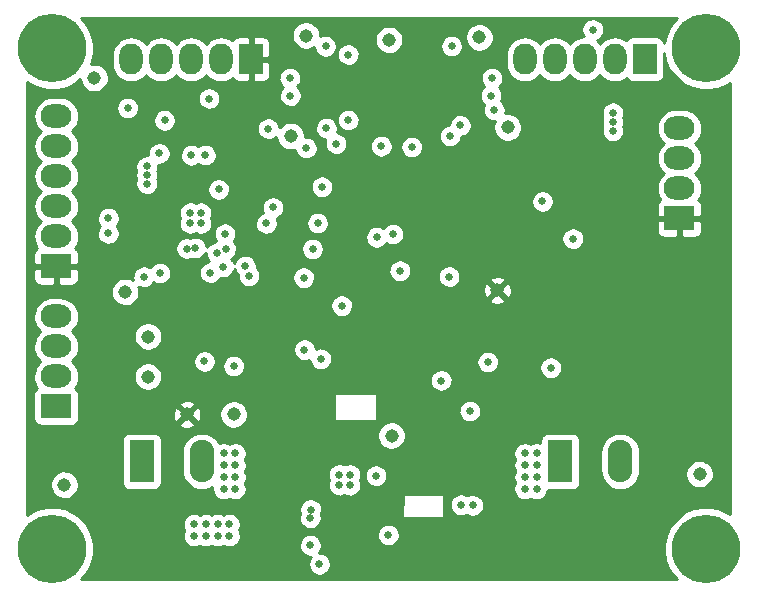
<source format=gbr>
G04 #@! TF.FileFunction,Copper,L3,Inr,Plane*
%FSLAX46Y46*%
G04 Gerber Fmt 4.6, Leading zero omitted, Abs format (unit mm)*
G04 Created by KiCad (PCBNEW 4.0.6) date 04/19/17 14:22:56*
%MOMM*%
%LPD*%
G01*
G04 APERTURE LIST*
%ADD10C,0.100000*%
%ADD11R,2.600000X2.000000*%
%ADD12O,2.600000X2.000000*%
%ADD13C,1.143000*%
%ADD14C,5.800000*%
%ADD15C,0.500000*%
%ADD16R,2.000000X2.600000*%
%ADD17O,2.000000X2.600000*%
%ADD18R,2.100000X3.600000*%
%ADD19O,2.100000X3.600000*%
%ADD20C,0.650000*%
%ADD21C,0.254000*%
G04 APERTURE END LIST*
D10*
D11*
X193600000Y-70590000D03*
D12*
X193600000Y-68050000D03*
X193600000Y-65510000D03*
X193600000Y-62970000D03*
D13*
X179057300Y-62890400D03*
X161975800Y-55118000D03*
D14*
X140500000Y-98550000D03*
D15*
X140500000Y-96264000D03*
X138214000Y-98550000D03*
X142100000Y-96950000D03*
X142786000Y-98550000D03*
X138900000Y-96950000D03*
X138900000Y-100150000D03*
X140500000Y-100836000D03*
X142100000Y-100150000D03*
D14*
X140500000Y-56200000D03*
D15*
X140500000Y-53914000D03*
X138214000Y-56200000D03*
X142100000Y-54600000D03*
X142786000Y-56200000D03*
X138900000Y-54600000D03*
X138900000Y-57800000D03*
X140500000Y-58486000D03*
X142100000Y-57800000D03*
D14*
X195830000Y-98550000D03*
D15*
X195830000Y-96264000D03*
X193544000Y-98550000D03*
X197430000Y-96950000D03*
X198116000Y-98550000D03*
X194230000Y-96950000D03*
X194230000Y-100150000D03*
X195830000Y-100836000D03*
X197430000Y-100150000D03*
D16*
X190677800Y-57124600D03*
D17*
X188137800Y-57124600D03*
X185597800Y-57124600D03*
X183057800Y-57124600D03*
X180517800Y-57124600D03*
D18*
X148070000Y-91180000D03*
D19*
X153150000Y-91180000D03*
D16*
X157325000Y-57124600D03*
D17*
X154785000Y-57124600D03*
X152245000Y-57124600D03*
X149705000Y-57124600D03*
X147165000Y-57124600D03*
D13*
X176657000Y-55270400D03*
X160675000Y-63625000D03*
X178180000Y-76690000D03*
X155850000Y-87200000D03*
X195300000Y-92250000D03*
X144070000Y-58720000D03*
X169000000Y-55475000D03*
X151910000Y-87200000D03*
X169230000Y-88990000D03*
X141525000Y-93150000D03*
X146660000Y-76820000D03*
X148600000Y-80600000D03*
X148600000Y-84000000D03*
D11*
X140820000Y-86520000D03*
D12*
X140820000Y-83980000D03*
X140820000Y-81440000D03*
X140820000Y-78900000D03*
D18*
X183500000Y-91180000D03*
D19*
X188580000Y-91180000D03*
D14*
X195830000Y-56200000D03*
D15*
X195830000Y-53914000D03*
X193544000Y-56200000D03*
X197430000Y-54600000D03*
X198116000Y-56200000D03*
X194230000Y-54600000D03*
X194230000Y-57800000D03*
X195830000Y-58486000D03*
X197430000Y-57800000D03*
D11*
X140830000Y-74650000D03*
D12*
X140830000Y-72110000D03*
X140830000Y-69570000D03*
X140830000Y-67030000D03*
X140830000Y-64490000D03*
X140830000Y-61950000D03*
D20*
X163120000Y-99880000D03*
X168960000Y-97400000D03*
X169925000Y-75025000D03*
X149610000Y-75220000D03*
X170925000Y-64550000D03*
X180500000Y-92500000D03*
X180500000Y-93500000D03*
X181500000Y-93500000D03*
X181500000Y-92500000D03*
X181500000Y-90500000D03*
X180500000Y-90500000D03*
X180500000Y-91500000D03*
X181500000Y-91500000D03*
X155000000Y-90500000D03*
X156000000Y-90500000D03*
X156000000Y-91500000D03*
X156000000Y-92500000D03*
X156000000Y-93500000D03*
X155000000Y-93500000D03*
X155000000Y-92500000D03*
X155000000Y-91500000D03*
X152500000Y-97500000D03*
X153500000Y-97500000D03*
X154500000Y-97500000D03*
X155500000Y-97500000D03*
X155500000Y-96500000D03*
X154500000Y-96500000D03*
X153500000Y-96500000D03*
X152500000Y-96500000D03*
X153385000Y-82715000D03*
X153460000Y-65240000D03*
X153084700Y-70125180D03*
X152184700Y-71025180D03*
X153084700Y-71025180D03*
X152184700Y-70125180D03*
X152621743Y-73103257D03*
X148500000Y-66200000D03*
X148500000Y-66925000D03*
X148500000Y-67650000D03*
X175050000Y-62725000D03*
X177650000Y-60200000D03*
X174100000Y-75525000D03*
X154584308Y-68147940D03*
X177358721Y-82764454D03*
X175100000Y-94850000D03*
X173425000Y-84325000D03*
X175850000Y-86900000D03*
X164787000Y-93184240D03*
X165687000Y-93184240D03*
X165687000Y-92284240D03*
X164787000Y-92284240D03*
X182700000Y-83250000D03*
X162000000Y-64650000D03*
X163709200Y-62950020D03*
X151875000Y-73150000D03*
X145250000Y-71875000D03*
X145250000Y-70575000D03*
X155850000Y-83100000D03*
X187960000Y-63182500D03*
X187960000Y-62420500D03*
X187960000Y-61658500D03*
X186258200Y-54610000D03*
X161778800Y-75618400D03*
X184567880Y-72314220D03*
X168357400Y-64493200D03*
X177730000Y-58702000D03*
X174301000Y-56009600D03*
X160661200Y-60200600D03*
X160610400Y-58702000D03*
X163633000Y-56035000D03*
X182002480Y-69164620D03*
X162350000Y-98275000D03*
X177925000Y-61425000D03*
X162350000Y-95950000D03*
X162375000Y-95250000D03*
X167900000Y-92375000D03*
X158848245Y-72454010D03*
X156940000Y-65510000D03*
X157903409Y-66337990D03*
X154610000Y-78800000D03*
X169650000Y-64450000D03*
X179000000Y-85400000D03*
X179000000Y-86200000D03*
X178200000Y-86200000D03*
X178200000Y-85400000D03*
X177075000Y-81425000D03*
X184859920Y-66702720D03*
X173056400Y-72697400D03*
X184923480Y-69825020D03*
X148250000Y-75530000D03*
X149550000Y-65100000D03*
X153880000Y-75190000D03*
X157147613Y-75461684D03*
X152275000Y-65250000D03*
X174175000Y-63625000D03*
X164515800Y-64262000D03*
X163325000Y-67925000D03*
X158775000Y-63000000D03*
X153775000Y-60450000D03*
X161850000Y-81720000D03*
X163230000Y-82490000D03*
X159175000Y-69675000D03*
X176100000Y-94900000D03*
X165000000Y-78000000D03*
X154437768Y-73498901D03*
X169350000Y-71910000D03*
X155175831Y-73180000D03*
X162530000Y-73180000D03*
X155119299Y-71900701D03*
X167950000Y-72200000D03*
X158625000Y-71025000D03*
X146875000Y-61250000D03*
X165550000Y-56725000D03*
X150000000Y-62300000D03*
X165550000Y-62275000D03*
X156850000Y-74620000D03*
X154990000Y-74700000D03*
X162960000Y-71000000D03*
D21*
G36*
X193108930Y-53916752D02*
X192717268Y-54488761D01*
X192444168Y-55125951D01*
X192310359Y-55755470D01*
X192307808Y-55723479D01*
X192254694Y-55551966D01*
X192155900Y-55402041D01*
X192019250Y-55285575D01*
X191855563Y-55211790D01*
X191677800Y-55186528D01*
X189677800Y-55186528D01*
X189576679Y-55194592D01*
X189405166Y-55247706D01*
X189255241Y-55346500D01*
X189138775Y-55483150D01*
X189122906Y-55518353D01*
X189052080Y-55459761D01*
X188771388Y-55307991D01*
X188466562Y-55213631D01*
X188149214Y-55180277D01*
X187831432Y-55209197D01*
X187525318Y-55299291D01*
X187242534Y-55447127D01*
X186993850Y-55647074D01*
X186867569Y-55797569D01*
X186757948Y-55663160D01*
X186579146Y-55515242D01*
X186693137Y-55471028D01*
X186852095Y-55370151D01*
X186988431Y-55240319D01*
X187096954Y-55086479D01*
X187173529Y-54914489D01*
X187215238Y-54730902D01*
X187218241Y-54515867D01*
X187181673Y-54331187D01*
X187109931Y-54157127D01*
X187005746Y-54000316D01*
X186873088Y-53866728D01*
X186717009Y-53761451D01*
X186543453Y-53688496D01*
X186359033Y-53650639D01*
X186170772Y-53649325D01*
X185985841Y-53684603D01*
X185811284Y-53755128D01*
X185653750Y-53858216D01*
X185519239Y-53989938D01*
X185412875Y-54145279D01*
X185338709Y-54318320D01*
X185299567Y-54502472D01*
X185296938Y-54690719D01*
X185330924Y-54875892D01*
X185400229Y-55050937D01*
X185490543Y-55191077D01*
X185291432Y-55209197D01*
X184985318Y-55299291D01*
X184702534Y-55447127D01*
X184453850Y-55647074D01*
X184327569Y-55797569D01*
X184217948Y-55663160D01*
X183972080Y-55459761D01*
X183691388Y-55307991D01*
X183386562Y-55213631D01*
X183069214Y-55180277D01*
X182751432Y-55209197D01*
X182445318Y-55299291D01*
X182162534Y-55447127D01*
X181913850Y-55647074D01*
X181787569Y-55797569D01*
X181677948Y-55663160D01*
X181432080Y-55459761D01*
X181151388Y-55307991D01*
X180846562Y-55213631D01*
X180529214Y-55180277D01*
X180211432Y-55209197D01*
X179905318Y-55299291D01*
X179622534Y-55447127D01*
X179373850Y-55647074D01*
X179168739Y-55891516D01*
X179015014Y-56171142D01*
X178918529Y-56475301D01*
X178882959Y-56792409D01*
X178882800Y-56815237D01*
X178882800Y-57433963D01*
X178913938Y-57751536D01*
X179006167Y-58057013D01*
X179155974Y-58338758D01*
X179357652Y-58586040D01*
X179603520Y-58789439D01*
X179884212Y-58941209D01*
X180189038Y-59035569D01*
X180506386Y-59068923D01*
X180824168Y-59040003D01*
X181130282Y-58949909D01*
X181413066Y-58802073D01*
X181661750Y-58602126D01*
X181788031Y-58451631D01*
X181897652Y-58586040D01*
X182143520Y-58789439D01*
X182424212Y-58941209D01*
X182729038Y-59035569D01*
X183046386Y-59068923D01*
X183364168Y-59040003D01*
X183670282Y-58949909D01*
X183953066Y-58802073D01*
X184201750Y-58602126D01*
X184328031Y-58451631D01*
X184437652Y-58586040D01*
X184683520Y-58789439D01*
X184964212Y-58941209D01*
X185269038Y-59035569D01*
X185586386Y-59068923D01*
X185904168Y-59040003D01*
X186210282Y-58949909D01*
X186493066Y-58802073D01*
X186741750Y-58602126D01*
X186868031Y-58451631D01*
X186977652Y-58586040D01*
X187223520Y-58789439D01*
X187504212Y-58941209D01*
X187809038Y-59035569D01*
X188126386Y-59068923D01*
X188444168Y-59040003D01*
X188750282Y-58949909D01*
X189033066Y-58802073D01*
X189122570Y-58730110D01*
X189199700Y-58847159D01*
X189336350Y-58963625D01*
X189500037Y-59037410D01*
X189677800Y-59062672D01*
X191677800Y-59062672D01*
X191778921Y-59054608D01*
X191950434Y-59001494D01*
X192100359Y-58902700D01*
X192216825Y-58766050D01*
X192290610Y-58602363D01*
X192315872Y-58424600D01*
X192315872Y-56636270D01*
X192415498Y-57179093D01*
X192670701Y-57823659D01*
X193046239Y-58406382D01*
X193527811Y-58905063D01*
X194097072Y-59300710D01*
X194732339Y-59578252D01*
X195409417Y-59727117D01*
X196102514Y-59741635D01*
X196785231Y-59621254D01*
X197431564Y-59370558D01*
X197848000Y-59106279D01*
X197848000Y-95646996D01*
X197519467Y-95425397D01*
X196880386Y-95156752D01*
X196201296Y-95017355D01*
X195508064Y-95012515D01*
X194827094Y-95142417D01*
X194184324Y-95402113D01*
X193604238Y-95781710D01*
X193108930Y-96266752D01*
X192717268Y-96838761D01*
X192444168Y-97475951D01*
X192300033Y-98154051D01*
X192290354Y-98847232D01*
X192415498Y-99529093D01*
X192670701Y-100173659D01*
X193046239Y-100756382D01*
X193368411Y-101090000D01*
X142958971Y-101090000D01*
X143188925Y-100871018D01*
X143588536Y-100304533D01*
X143870506Y-99671218D01*
X144024095Y-98995197D01*
X144035151Y-98203375D01*
X143900498Y-97523329D01*
X143636322Y-96882388D01*
X143435894Y-96580719D01*
X151538738Y-96580719D01*
X151572724Y-96765892D01*
X151642029Y-96940937D01*
X151679481Y-96999051D01*
X151654675Y-97035279D01*
X151580509Y-97208320D01*
X151541367Y-97392472D01*
X151538738Y-97580719D01*
X151572724Y-97765892D01*
X151642029Y-97940937D01*
X151744014Y-98099187D01*
X151874794Y-98234614D01*
X152029389Y-98342060D01*
X152201908Y-98417432D01*
X152385782Y-98457859D01*
X152574007Y-98461802D01*
X152759412Y-98429110D01*
X152934937Y-98361028D01*
X152998574Y-98320643D01*
X153029389Y-98342060D01*
X153201908Y-98417432D01*
X153385782Y-98457859D01*
X153574007Y-98461802D01*
X153759412Y-98429110D01*
X153934937Y-98361028D01*
X153998574Y-98320643D01*
X154029389Y-98342060D01*
X154201908Y-98417432D01*
X154385782Y-98457859D01*
X154574007Y-98461802D01*
X154759412Y-98429110D01*
X154934937Y-98361028D01*
X154998574Y-98320643D01*
X155029389Y-98342060D01*
X155201908Y-98417432D01*
X155385782Y-98457859D01*
X155574007Y-98461802D01*
X155759412Y-98429110D01*
X155934937Y-98361028D01*
X155943302Y-98355719D01*
X161388738Y-98355719D01*
X161422724Y-98540892D01*
X161492029Y-98715937D01*
X161594014Y-98874187D01*
X161724794Y-99009614D01*
X161879389Y-99117060D01*
X162051908Y-99192432D01*
X162235782Y-99232859D01*
X162405070Y-99236405D01*
X162381039Y-99259938D01*
X162274675Y-99415279D01*
X162200509Y-99588320D01*
X162161367Y-99772472D01*
X162158738Y-99960719D01*
X162192724Y-100145892D01*
X162262029Y-100320937D01*
X162364014Y-100479187D01*
X162494794Y-100614614D01*
X162649389Y-100722060D01*
X162821908Y-100797432D01*
X163005782Y-100837859D01*
X163194007Y-100841802D01*
X163379412Y-100809110D01*
X163554937Y-100741028D01*
X163713895Y-100640151D01*
X163850231Y-100510319D01*
X163958754Y-100356479D01*
X164035329Y-100184489D01*
X164077038Y-100000902D01*
X164080041Y-99785867D01*
X164043473Y-99601187D01*
X163971731Y-99427127D01*
X163867546Y-99270316D01*
X163734888Y-99136728D01*
X163578809Y-99031451D01*
X163405253Y-98958496D01*
X163220833Y-98920639D01*
X163065284Y-98919553D01*
X163080231Y-98905319D01*
X163188754Y-98751479D01*
X163265329Y-98579489D01*
X163307038Y-98395902D01*
X163310041Y-98180867D01*
X163273473Y-97996187D01*
X163201731Y-97822127D01*
X163097546Y-97665316D01*
X162964888Y-97531728D01*
X162889265Y-97480719D01*
X167998738Y-97480719D01*
X168032724Y-97665892D01*
X168102029Y-97840937D01*
X168204014Y-97999187D01*
X168334794Y-98134614D01*
X168489389Y-98242060D01*
X168661908Y-98317432D01*
X168845782Y-98357859D01*
X169034007Y-98361802D01*
X169219412Y-98329110D01*
X169394937Y-98261028D01*
X169553895Y-98160151D01*
X169690231Y-98030319D01*
X169798754Y-97876479D01*
X169875329Y-97704489D01*
X169917038Y-97520902D01*
X169920041Y-97305867D01*
X169883473Y-97121187D01*
X169811731Y-96947127D01*
X169707546Y-96790316D01*
X169574888Y-96656728D01*
X169418809Y-96551451D01*
X169245253Y-96478496D01*
X169060833Y-96440639D01*
X168872572Y-96439325D01*
X168687641Y-96474603D01*
X168513084Y-96545128D01*
X168355550Y-96648216D01*
X168221039Y-96779938D01*
X168114675Y-96935279D01*
X168040509Y-97108320D01*
X168001367Y-97292472D01*
X167998738Y-97480719D01*
X162889265Y-97480719D01*
X162808809Y-97426451D01*
X162635253Y-97353496D01*
X162450833Y-97315639D01*
X162262572Y-97314325D01*
X162077641Y-97349603D01*
X161903084Y-97420128D01*
X161745550Y-97523216D01*
X161611039Y-97654938D01*
X161504675Y-97810279D01*
X161430509Y-97983320D01*
X161391367Y-98167472D01*
X161388738Y-98355719D01*
X155943302Y-98355719D01*
X156093895Y-98260151D01*
X156230231Y-98130319D01*
X156338754Y-97976479D01*
X156415329Y-97804489D01*
X156457038Y-97620902D01*
X156460041Y-97405867D01*
X156423473Y-97221187D01*
X156351731Y-97047127D01*
X156321265Y-97001272D01*
X156338754Y-96976479D01*
X156415329Y-96804489D01*
X156457038Y-96620902D01*
X156460041Y-96405867D01*
X156423473Y-96221187D01*
X156351731Y-96047127D01*
X156340830Y-96030719D01*
X161388738Y-96030719D01*
X161422724Y-96215892D01*
X161492029Y-96390937D01*
X161594014Y-96549187D01*
X161724794Y-96684614D01*
X161879389Y-96792060D01*
X162051908Y-96867432D01*
X162235782Y-96907859D01*
X162424007Y-96911802D01*
X162609412Y-96879110D01*
X162784937Y-96811028D01*
X162943895Y-96710151D01*
X163080231Y-96580319D01*
X163188754Y-96426479D01*
X163265329Y-96254489D01*
X163307038Y-96070902D01*
X163310041Y-95855867D01*
X163308531Y-95848236D01*
X170148012Y-95848236D01*
X170156685Y-95896159D01*
X170183965Y-95938553D01*
X170225590Y-95966994D01*
X170275000Y-95977000D01*
X173500000Y-95977000D01*
X173544512Y-95968944D01*
X173587281Y-95942256D01*
X173616297Y-95901030D01*
X173626988Y-95851764D01*
X173639780Y-94930719D01*
X174138738Y-94930719D01*
X174172724Y-95115892D01*
X174242029Y-95290937D01*
X174344014Y-95449187D01*
X174474794Y-95584614D01*
X174629389Y-95692060D01*
X174801908Y-95767432D01*
X174985782Y-95807859D01*
X175174007Y-95811802D01*
X175359412Y-95779110D01*
X175534937Y-95711028D01*
X175560970Y-95694507D01*
X175629389Y-95742060D01*
X175801908Y-95817432D01*
X175985782Y-95857859D01*
X176174007Y-95861802D01*
X176359412Y-95829110D01*
X176534937Y-95761028D01*
X176693895Y-95660151D01*
X176830231Y-95530319D01*
X176938754Y-95376479D01*
X177015329Y-95204489D01*
X177057038Y-95020902D01*
X177060041Y-94805867D01*
X177023473Y-94621187D01*
X176951731Y-94447127D01*
X176847546Y-94290316D01*
X176714888Y-94156728D01*
X176558809Y-94051451D01*
X176385253Y-93978496D01*
X176200833Y-93940639D01*
X176012572Y-93939325D01*
X175827641Y-93974603D01*
X175653084Y-94045128D01*
X175638100Y-94054933D01*
X175558809Y-94001451D01*
X175385253Y-93928496D01*
X175200833Y-93890639D01*
X175012572Y-93889325D01*
X174827641Y-93924603D01*
X174653084Y-93995128D01*
X174495550Y-94098216D01*
X174361039Y-94229938D01*
X174254675Y-94385279D01*
X174180509Y-94558320D01*
X174141367Y-94742472D01*
X174138738Y-94930719D01*
X173639780Y-94930719D01*
X173651988Y-94051764D01*
X173643315Y-94003841D01*
X173616035Y-93961447D01*
X173574410Y-93933006D01*
X173525000Y-93923000D01*
X170300000Y-93923000D01*
X170255488Y-93931056D01*
X170212719Y-93957744D01*
X170183703Y-93998970D01*
X170173012Y-94048236D01*
X170148012Y-95848236D01*
X163308531Y-95848236D01*
X163273473Y-95671187D01*
X163256599Y-95630248D01*
X163290329Y-95554489D01*
X163332038Y-95370902D01*
X163335041Y-95155867D01*
X163298473Y-94971187D01*
X163226731Y-94797127D01*
X163122546Y-94640316D01*
X162989888Y-94506728D01*
X162833809Y-94401451D01*
X162660253Y-94328496D01*
X162475833Y-94290639D01*
X162287572Y-94289325D01*
X162102641Y-94324603D01*
X161928084Y-94395128D01*
X161770550Y-94498216D01*
X161636039Y-94629938D01*
X161529675Y-94785279D01*
X161455509Y-94958320D01*
X161416367Y-95142472D01*
X161413738Y-95330719D01*
X161447724Y-95515892D01*
X161468771Y-95569050D01*
X161430509Y-95658320D01*
X161391367Y-95842472D01*
X161388738Y-96030719D01*
X156340830Y-96030719D01*
X156247546Y-95890316D01*
X156114888Y-95756728D01*
X155958809Y-95651451D01*
X155785253Y-95578496D01*
X155600833Y-95540639D01*
X155412572Y-95539325D01*
X155227641Y-95574603D01*
X155053084Y-95645128D01*
X155000475Y-95679555D01*
X154958809Y-95651451D01*
X154785253Y-95578496D01*
X154600833Y-95540639D01*
X154412572Y-95539325D01*
X154227641Y-95574603D01*
X154053084Y-95645128D01*
X154000475Y-95679555D01*
X153958809Y-95651451D01*
X153785253Y-95578496D01*
X153600833Y-95540639D01*
X153412572Y-95539325D01*
X153227641Y-95574603D01*
X153053084Y-95645128D01*
X153000475Y-95679555D01*
X152958809Y-95651451D01*
X152785253Y-95578496D01*
X152600833Y-95540639D01*
X152412572Y-95539325D01*
X152227641Y-95574603D01*
X152053084Y-95645128D01*
X151895550Y-95748216D01*
X151761039Y-95879938D01*
X151654675Y-96035279D01*
X151580509Y-96208320D01*
X151541367Y-96392472D01*
X151538738Y-96580719D01*
X143435894Y-96580719D01*
X143252683Y-96304966D01*
X142764196Y-95813057D01*
X142189467Y-95425397D01*
X141550386Y-95156752D01*
X140871296Y-95017355D01*
X140178064Y-95012515D01*
X139497094Y-95142417D01*
X138854324Y-95402113D01*
X138352000Y-95730824D01*
X138352000Y-93251446D01*
X140316914Y-93251446D01*
X140359626Y-93484166D01*
X140446727Y-93704157D01*
X140574899Y-93903041D01*
X140739260Y-94073242D01*
X140933549Y-94208277D01*
X141150367Y-94303002D01*
X141381454Y-94353810D01*
X141618009Y-94358765D01*
X141851022Y-94317679D01*
X142071616Y-94232116D01*
X142271390Y-94105335D01*
X142442734Y-93942167D01*
X142579122Y-93748824D01*
X142675358Y-93532673D01*
X142727778Y-93301946D01*
X142731552Y-93031697D01*
X142685595Y-92799596D01*
X142595431Y-92580842D01*
X142464495Y-92383767D01*
X142297773Y-92215878D01*
X142101617Y-92083569D01*
X141883498Y-91991880D01*
X141651724Y-91944303D01*
X141415123Y-91942651D01*
X141182707Y-91986987D01*
X140963329Y-92075622D01*
X140765344Y-92205179D01*
X140596295Y-92370724D01*
X140462620Y-92565952D01*
X140369411Y-92783425D01*
X140320217Y-93014862D01*
X140316914Y-93251446D01*
X138352000Y-93251446D01*
X138352000Y-89380000D01*
X146381928Y-89380000D01*
X146381928Y-92980000D01*
X146389992Y-93081121D01*
X146443106Y-93252634D01*
X146541900Y-93402559D01*
X146678550Y-93519025D01*
X146842237Y-93592810D01*
X147020000Y-93618072D01*
X149120000Y-93618072D01*
X149221121Y-93610008D01*
X149392634Y-93556894D01*
X149542559Y-93458100D01*
X149659025Y-93321450D01*
X149732810Y-93157763D01*
X149758072Y-92980000D01*
X149758072Y-90418218D01*
X151465000Y-90418218D01*
X151465000Y-91941782D01*
X151497091Y-92269067D01*
X151592140Y-92583886D01*
X151746528Y-92874247D01*
X151954373Y-93129091D01*
X152207760Y-93338710D01*
X152497036Y-93495121D01*
X152811184Y-93592366D01*
X153138237Y-93626741D01*
X153465738Y-93596936D01*
X153781212Y-93504087D01*
X154047199Y-93365032D01*
X154041367Y-93392472D01*
X154038738Y-93580719D01*
X154072724Y-93765892D01*
X154142029Y-93940937D01*
X154244014Y-94099187D01*
X154374794Y-94234614D01*
X154529389Y-94342060D01*
X154701908Y-94417432D01*
X154885782Y-94457859D01*
X155074007Y-94461802D01*
X155259412Y-94429110D01*
X155434937Y-94361028D01*
X155498574Y-94320643D01*
X155529389Y-94342060D01*
X155701908Y-94417432D01*
X155885782Y-94457859D01*
X156074007Y-94461802D01*
X156259412Y-94429110D01*
X156434937Y-94361028D01*
X156593895Y-94260151D01*
X156730231Y-94130319D01*
X156838754Y-93976479D01*
X156915329Y-93804489D01*
X156957038Y-93620902D01*
X156960041Y-93405867D01*
X156923473Y-93221187D01*
X156851731Y-93047127D01*
X156821265Y-93001272D01*
X156838754Y-92976479D01*
X156915329Y-92804489D01*
X156957038Y-92620902D01*
X156960041Y-92405867D01*
X156951941Y-92364959D01*
X163825738Y-92364959D01*
X163859724Y-92550132D01*
X163929029Y-92725177D01*
X163935167Y-92734702D01*
X163867509Y-92892560D01*
X163828367Y-93076712D01*
X163825738Y-93264959D01*
X163859724Y-93450132D01*
X163929029Y-93625177D01*
X164031014Y-93783427D01*
X164161794Y-93918854D01*
X164316389Y-94026300D01*
X164488908Y-94101672D01*
X164672782Y-94142099D01*
X164861007Y-94146042D01*
X165046412Y-94113350D01*
X165221937Y-94045268D01*
X165237377Y-94035470D01*
X165388908Y-94101672D01*
X165572782Y-94142099D01*
X165761007Y-94146042D01*
X165946412Y-94113350D01*
X166121937Y-94045268D01*
X166280895Y-93944391D01*
X166417231Y-93814559D01*
X166525754Y-93660719D01*
X166602329Y-93488729D01*
X166644038Y-93305142D01*
X166647041Y-93090107D01*
X166610473Y-92905427D01*
X166538775Y-92731474D01*
X166602329Y-92588729D01*
X166632547Y-92455719D01*
X166938738Y-92455719D01*
X166972724Y-92640892D01*
X167042029Y-92815937D01*
X167144014Y-92974187D01*
X167274794Y-93109614D01*
X167429389Y-93217060D01*
X167601908Y-93292432D01*
X167785782Y-93332859D01*
X167974007Y-93336802D01*
X168159412Y-93304110D01*
X168334937Y-93236028D01*
X168493895Y-93135151D01*
X168630231Y-93005319D01*
X168738754Y-92851479D01*
X168815329Y-92679489D01*
X168857038Y-92495902D01*
X168860041Y-92280867D01*
X168823473Y-92096187D01*
X168751731Y-91922127D01*
X168647546Y-91765316D01*
X168514888Y-91631728D01*
X168358809Y-91526451D01*
X168185253Y-91453496D01*
X168000833Y-91415639D01*
X167812572Y-91414325D01*
X167627641Y-91449603D01*
X167453084Y-91520128D01*
X167295550Y-91623216D01*
X167161039Y-91754938D01*
X167054675Y-91910279D01*
X166980509Y-92083320D01*
X166941367Y-92267472D01*
X166938738Y-92455719D01*
X166632547Y-92455719D01*
X166644038Y-92405142D01*
X166647041Y-92190107D01*
X166610473Y-92005427D01*
X166538731Y-91831367D01*
X166434546Y-91674556D01*
X166301888Y-91540968D01*
X166145809Y-91435691D01*
X165972253Y-91362736D01*
X165787833Y-91324879D01*
X165599572Y-91323565D01*
X165414641Y-91358843D01*
X165240084Y-91429368D01*
X165236440Y-91431753D01*
X165072253Y-91362736D01*
X164887833Y-91324879D01*
X164699572Y-91323565D01*
X164514641Y-91358843D01*
X164340084Y-91429368D01*
X164182550Y-91532456D01*
X164048039Y-91664178D01*
X163941675Y-91819519D01*
X163867509Y-91992560D01*
X163828367Y-92176712D01*
X163825738Y-92364959D01*
X156951941Y-92364959D01*
X156923473Y-92221187D01*
X156851731Y-92047127D01*
X156821265Y-92001272D01*
X156838754Y-91976479D01*
X156915329Y-91804489D01*
X156957038Y-91620902D01*
X156960041Y-91405867D01*
X156923473Y-91221187D01*
X156851731Y-91047127D01*
X156821265Y-91001272D01*
X156838754Y-90976479D01*
X156915329Y-90804489D01*
X156957038Y-90620902D01*
X156957599Y-90580719D01*
X179538738Y-90580719D01*
X179572724Y-90765892D01*
X179642029Y-90940937D01*
X179679481Y-90999051D01*
X179654675Y-91035279D01*
X179580509Y-91208320D01*
X179541367Y-91392472D01*
X179538738Y-91580719D01*
X179572724Y-91765892D01*
X179642029Y-91940937D01*
X179679481Y-91999051D01*
X179654675Y-92035279D01*
X179580509Y-92208320D01*
X179541367Y-92392472D01*
X179538738Y-92580719D01*
X179572724Y-92765892D01*
X179642029Y-92940937D01*
X179679481Y-92999051D01*
X179654675Y-93035279D01*
X179580509Y-93208320D01*
X179541367Y-93392472D01*
X179538738Y-93580719D01*
X179572724Y-93765892D01*
X179642029Y-93940937D01*
X179744014Y-94099187D01*
X179874794Y-94234614D01*
X180029389Y-94342060D01*
X180201908Y-94417432D01*
X180385782Y-94457859D01*
X180574007Y-94461802D01*
X180759412Y-94429110D01*
X180934937Y-94361028D01*
X180998574Y-94320643D01*
X181029389Y-94342060D01*
X181201908Y-94417432D01*
X181385782Y-94457859D01*
X181574007Y-94461802D01*
X181759412Y-94429110D01*
X181934937Y-94361028D01*
X182093895Y-94260151D01*
X182230231Y-94130319D01*
X182338754Y-93976479D01*
X182415329Y-93804489D01*
X182457038Y-93620902D01*
X182457078Y-93618072D01*
X184550000Y-93618072D01*
X184651121Y-93610008D01*
X184822634Y-93556894D01*
X184972559Y-93458100D01*
X185089025Y-93321450D01*
X185162810Y-93157763D01*
X185188072Y-92980000D01*
X185188072Y-90418218D01*
X186895000Y-90418218D01*
X186895000Y-91941782D01*
X186927091Y-92269067D01*
X187022140Y-92583886D01*
X187176528Y-92874247D01*
X187384373Y-93129091D01*
X187637760Y-93338710D01*
X187927036Y-93495121D01*
X188241184Y-93592366D01*
X188568237Y-93626741D01*
X188895738Y-93596936D01*
X189211212Y-93504087D01*
X189502644Y-93351730D01*
X189758933Y-93145668D01*
X189970316Y-92893751D01*
X190128743Y-92605574D01*
X190209357Y-92351446D01*
X194091914Y-92351446D01*
X194134626Y-92584166D01*
X194221727Y-92804157D01*
X194349899Y-93003041D01*
X194514260Y-93173242D01*
X194708549Y-93308277D01*
X194925367Y-93403002D01*
X195156454Y-93453810D01*
X195393009Y-93458765D01*
X195626022Y-93417679D01*
X195846616Y-93332116D01*
X196046390Y-93205335D01*
X196217734Y-93042167D01*
X196354122Y-92848824D01*
X196450358Y-92632673D01*
X196502778Y-92401946D01*
X196506552Y-92131697D01*
X196460595Y-91899596D01*
X196370431Y-91680842D01*
X196239495Y-91483767D01*
X196072773Y-91315878D01*
X195876617Y-91183569D01*
X195658498Y-91091880D01*
X195426724Y-91044303D01*
X195190123Y-91042651D01*
X194957707Y-91086987D01*
X194738329Y-91175622D01*
X194540344Y-91305179D01*
X194371295Y-91470724D01*
X194237620Y-91665952D01*
X194144411Y-91883425D01*
X194095217Y-92114862D01*
X194091914Y-92351446D01*
X190209357Y-92351446D01*
X190228179Y-92292113D01*
X190264836Y-91965308D01*
X190265000Y-91941782D01*
X190265000Y-90418218D01*
X190232909Y-90090933D01*
X190137860Y-89776114D01*
X189983472Y-89485753D01*
X189775627Y-89230909D01*
X189522240Y-89021290D01*
X189232964Y-88864879D01*
X188918816Y-88767634D01*
X188591763Y-88733259D01*
X188264262Y-88763064D01*
X187948788Y-88855913D01*
X187657356Y-89008270D01*
X187401067Y-89214332D01*
X187189684Y-89466249D01*
X187031257Y-89754426D01*
X186931821Y-90067887D01*
X186895164Y-90394692D01*
X186895000Y-90418218D01*
X185188072Y-90418218D01*
X185188072Y-89380000D01*
X185180008Y-89278879D01*
X185126894Y-89107366D01*
X185028100Y-88957441D01*
X184891450Y-88840975D01*
X184727763Y-88767190D01*
X184550000Y-88741928D01*
X182450000Y-88741928D01*
X182348879Y-88749992D01*
X182177366Y-88803106D01*
X182027441Y-88901900D01*
X181910975Y-89038550D01*
X181837190Y-89202237D01*
X181811928Y-89380000D01*
X181811928Y-89589709D01*
X181785253Y-89578496D01*
X181600833Y-89540639D01*
X181412572Y-89539325D01*
X181227641Y-89574603D01*
X181053084Y-89645128D01*
X181000475Y-89679555D01*
X180958809Y-89651451D01*
X180785253Y-89578496D01*
X180600833Y-89540639D01*
X180412572Y-89539325D01*
X180227641Y-89574603D01*
X180053084Y-89645128D01*
X179895550Y-89748216D01*
X179761039Y-89879938D01*
X179654675Y-90035279D01*
X179580509Y-90208320D01*
X179541367Y-90392472D01*
X179538738Y-90580719D01*
X156957599Y-90580719D01*
X156960041Y-90405867D01*
X156923473Y-90221187D01*
X156851731Y-90047127D01*
X156747546Y-89890316D01*
X156614888Y-89756728D01*
X156458809Y-89651451D01*
X156285253Y-89578496D01*
X156100833Y-89540639D01*
X155912572Y-89539325D01*
X155727641Y-89574603D01*
X155553084Y-89645128D01*
X155500475Y-89679555D01*
X155458809Y-89651451D01*
X155285253Y-89578496D01*
X155100833Y-89540639D01*
X154912572Y-89539325D01*
X154727641Y-89574603D01*
X154623160Y-89616816D01*
X154553472Y-89485753D01*
X154345627Y-89230909D01*
X154177045Y-89091446D01*
X168021914Y-89091446D01*
X168064626Y-89324166D01*
X168151727Y-89544157D01*
X168279899Y-89743041D01*
X168444260Y-89913242D01*
X168638549Y-90048277D01*
X168855367Y-90143002D01*
X169086454Y-90193810D01*
X169323009Y-90198765D01*
X169556022Y-90157679D01*
X169776616Y-90072116D01*
X169976390Y-89945335D01*
X170147734Y-89782167D01*
X170284122Y-89588824D01*
X170380358Y-89372673D01*
X170432778Y-89141946D01*
X170436552Y-88871697D01*
X170390595Y-88639596D01*
X170300431Y-88420842D01*
X170169495Y-88223767D01*
X170002773Y-88055878D01*
X169806617Y-87923569D01*
X169588498Y-87831880D01*
X169356724Y-87784303D01*
X169120123Y-87782651D01*
X168887707Y-87826987D01*
X168668329Y-87915622D01*
X168470344Y-88045179D01*
X168301295Y-88210724D01*
X168167620Y-88405952D01*
X168074411Y-88623425D01*
X168025217Y-88854862D01*
X168021914Y-89091446D01*
X154177045Y-89091446D01*
X154092240Y-89021290D01*
X153802964Y-88864879D01*
X153488816Y-88767634D01*
X153161763Y-88733259D01*
X152834262Y-88763064D01*
X152518788Y-88855913D01*
X152227356Y-89008270D01*
X151971067Y-89214332D01*
X151759684Y-89466249D01*
X151601257Y-89754426D01*
X151501821Y-90067887D01*
X151465164Y-90394692D01*
X151465000Y-90418218D01*
X149758072Y-90418218D01*
X149758072Y-89380000D01*
X149750008Y-89278879D01*
X149696894Y-89107366D01*
X149598100Y-88957441D01*
X149461450Y-88840975D01*
X149297763Y-88767190D01*
X149120000Y-88741928D01*
X147020000Y-88741928D01*
X146918879Y-88749992D01*
X146747366Y-88803106D01*
X146597441Y-88901900D01*
X146480975Y-89038550D01*
X146407190Y-89202237D01*
X146381928Y-89380000D01*
X138352000Y-89380000D01*
X138352000Y-78888586D01*
X138875677Y-78888586D01*
X138904597Y-79206368D01*
X138994691Y-79512482D01*
X139142527Y-79795266D01*
X139342474Y-80043950D01*
X139492969Y-80170231D01*
X139358560Y-80279852D01*
X139155161Y-80525720D01*
X139003391Y-80806412D01*
X138909031Y-81111238D01*
X138875677Y-81428586D01*
X138904597Y-81746368D01*
X138994691Y-82052482D01*
X139142527Y-82335266D01*
X139342474Y-82583950D01*
X139492969Y-82710231D01*
X139358560Y-82819852D01*
X139155161Y-83065720D01*
X139003391Y-83346412D01*
X138909031Y-83651238D01*
X138875677Y-83968586D01*
X138904597Y-84286368D01*
X138994691Y-84592482D01*
X139142527Y-84875266D01*
X139214490Y-84964770D01*
X139097441Y-85041900D01*
X138980975Y-85178550D01*
X138907190Y-85342237D01*
X138881928Y-85520000D01*
X138881928Y-87520000D01*
X138889992Y-87621121D01*
X138943106Y-87792634D01*
X139041900Y-87942559D01*
X139178550Y-88059025D01*
X139342237Y-88132810D01*
X139520000Y-88158072D01*
X142120000Y-88158072D01*
X142221121Y-88150008D01*
X142392634Y-88096894D01*
X142495105Y-88029370D01*
X151260235Y-88029370D01*
X151304071Y-88250054D01*
X151520569Y-88348088D01*
X151752033Y-88402002D01*
X151989567Y-88409723D01*
X152224043Y-88370956D01*
X152446451Y-88287189D01*
X152515929Y-88250054D01*
X152559765Y-88029370D01*
X151910000Y-87379605D01*
X151260235Y-88029370D01*
X142495105Y-88029370D01*
X142542559Y-87998100D01*
X142659025Y-87861450D01*
X142732810Y-87697763D01*
X142758072Y-87520000D01*
X142758072Y-87279567D01*
X150700277Y-87279567D01*
X150739044Y-87514043D01*
X150822811Y-87736451D01*
X150859946Y-87805929D01*
X151080630Y-87849765D01*
X151730395Y-87200000D01*
X152089605Y-87200000D01*
X152739370Y-87849765D01*
X152960054Y-87805929D01*
X153058088Y-87589431D01*
X153112002Y-87357967D01*
X153113839Y-87301446D01*
X154641914Y-87301446D01*
X154684626Y-87534166D01*
X154771727Y-87754157D01*
X154899899Y-87953041D01*
X155064260Y-88123242D01*
X155258549Y-88258277D01*
X155475367Y-88353002D01*
X155706454Y-88403810D01*
X155943009Y-88408765D01*
X156176022Y-88367679D01*
X156396616Y-88282116D01*
X156596390Y-88155335D01*
X156767734Y-87992167D01*
X156904122Y-87798824D01*
X157000358Y-87582673D01*
X157052778Y-87351946D01*
X157056552Y-87081697D01*
X157010595Y-86849596D01*
X156920431Y-86630842D01*
X156789495Y-86433767D01*
X156622773Y-86265878D01*
X156426617Y-86133569D01*
X156208498Y-86041880D01*
X155976724Y-85994303D01*
X155740123Y-85992651D01*
X155507707Y-86036987D01*
X155288329Y-86125622D01*
X155090344Y-86255179D01*
X154921295Y-86420724D01*
X154787620Y-86615952D01*
X154694411Y-86833425D01*
X154645217Y-87064862D01*
X154641914Y-87301446D01*
X153113839Y-87301446D01*
X153119723Y-87120433D01*
X153080956Y-86885957D01*
X152997189Y-86663549D01*
X152960054Y-86594071D01*
X152739370Y-86550235D01*
X152089605Y-87200000D01*
X151730395Y-87200000D01*
X151080630Y-86550235D01*
X150859946Y-86594071D01*
X150761912Y-86810569D01*
X150707998Y-87042033D01*
X150700277Y-87279567D01*
X142758072Y-87279567D01*
X142758072Y-86370630D01*
X151260235Y-86370630D01*
X151910000Y-87020395D01*
X152559765Y-86370630D01*
X152515929Y-86149946D01*
X152299431Y-86051912D01*
X152067967Y-85997998D01*
X151830433Y-85990277D01*
X151595957Y-86029044D01*
X151373549Y-86112811D01*
X151304071Y-86149946D01*
X151260235Y-86370630D01*
X142758072Y-86370630D01*
X142758072Y-85520000D01*
X142754484Y-85475000D01*
X164373000Y-85475000D01*
X164373000Y-87650000D01*
X164381685Y-87696159D01*
X164408965Y-87738553D01*
X164450590Y-87766994D01*
X164500000Y-87777000D01*
X167900000Y-87777000D01*
X167946159Y-87768315D01*
X167988553Y-87741035D01*
X168016994Y-87699410D01*
X168027000Y-87650000D01*
X168027000Y-86980719D01*
X174888738Y-86980719D01*
X174922724Y-87165892D01*
X174992029Y-87340937D01*
X175094014Y-87499187D01*
X175224794Y-87634614D01*
X175379389Y-87742060D01*
X175551908Y-87817432D01*
X175735782Y-87857859D01*
X175924007Y-87861802D01*
X176109412Y-87829110D01*
X176284937Y-87761028D01*
X176443895Y-87660151D01*
X176580231Y-87530319D01*
X176688754Y-87376479D01*
X176765329Y-87204489D01*
X176807038Y-87020902D01*
X176810041Y-86805867D01*
X176773473Y-86621187D01*
X176701731Y-86447127D01*
X176597546Y-86290316D01*
X176464888Y-86156728D01*
X176308809Y-86051451D01*
X176135253Y-85978496D01*
X175950833Y-85940639D01*
X175762572Y-85939325D01*
X175577641Y-85974603D01*
X175403084Y-86045128D01*
X175245550Y-86148216D01*
X175111039Y-86279938D01*
X175004675Y-86435279D01*
X174930509Y-86608320D01*
X174891367Y-86792472D01*
X174888738Y-86980719D01*
X168027000Y-86980719D01*
X168027000Y-85475000D01*
X168018315Y-85428841D01*
X167991035Y-85386447D01*
X167949410Y-85358006D01*
X167900000Y-85348000D01*
X164500000Y-85348000D01*
X164453841Y-85356685D01*
X164411447Y-85383965D01*
X164383006Y-85425590D01*
X164373000Y-85475000D01*
X142754484Y-85475000D01*
X142750008Y-85418879D01*
X142696894Y-85247366D01*
X142598100Y-85097441D01*
X142461450Y-84980975D01*
X142426247Y-84965106D01*
X142484839Y-84894280D01*
X142636609Y-84613588D01*
X142730969Y-84308762D01*
X142752758Y-84101446D01*
X147391914Y-84101446D01*
X147434626Y-84334166D01*
X147521727Y-84554157D01*
X147649899Y-84753041D01*
X147814260Y-84923242D01*
X148008549Y-85058277D01*
X148225367Y-85153002D01*
X148456454Y-85203810D01*
X148693009Y-85208765D01*
X148926022Y-85167679D01*
X149146616Y-85082116D01*
X149346390Y-84955335D01*
X149517734Y-84792167D01*
X149654122Y-84598824D01*
X149740097Y-84405719D01*
X172463738Y-84405719D01*
X172497724Y-84590892D01*
X172567029Y-84765937D01*
X172669014Y-84924187D01*
X172799794Y-85059614D01*
X172954389Y-85167060D01*
X173126908Y-85242432D01*
X173310782Y-85282859D01*
X173499007Y-85286802D01*
X173684412Y-85254110D01*
X173859937Y-85186028D01*
X174018895Y-85085151D01*
X174155231Y-84955319D01*
X174263754Y-84801479D01*
X174340329Y-84629489D01*
X174382038Y-84445902D01*
X174385041Y-84230867D01*
X174348473Y-84046187D01*
X174276731Y-83872127D01*
X174172546Y-83715316D01*
X174039888Y-83581728D01*
X173883809Y-83476451D01*
X173710253Y-83403496D01*
X173525833Y-83365639D01*
X173337572Y-83364325D01*
X173152641Y-83399603D01*
X172978084Y-83470128D01*
X172820550Y-83573216D01*
X172686039Y-83704938D01*
X172579675Y-83860279D01*
X172505509Y-84033320D01*
X172466367Y-84217472D01*
X172463738Y-84405719D01*
X149740097Y-84405719D01*
X149750358Y-84382673D01*
X149802778Y-84151946D01*
X149806552Y-83881697D01*
X149760595Y-83649596D01*
X149670431Y-83430842D01*
X149539495Y-83233767D01*
X149372773Y-83065878D01*
X149176617Y-82933569D01*
X148958498Y-82841880D01*
X148733623Y-82795719D01*
X152423738Y-82795719D01*
X152457724Y-82980892D01*
X152527029Y-83155937D01*
X152629014Y-83314187D01*
X152759794Y-83449614D01*
X152914389Y-83557060D01*
X153086908Y-83632432D01*
X153270782Y-83672859D01*
X153459007Y-83676802D01*
X153644412Y-83644110D01*
X153819937Y-83576028D01*
X153978895Y-83475151D01*
X154115231Y-83345319D01*
X154223754Y-83191479D01*
X154228544Y-83180719D01*
X154888738Y-83180719D01*
X154922724Y-83365892D01*
X154992029Y-83540937D01*
X155094014Y-83699187D01*
X155224794Y-83834614D01*
X155379389Y-83942060D01*
X155551908Y-84017432D01*
X155735782Y-84057859D01*
X155924007Y-84061802D01*
X156109412Y-84029110D01*
X156284937Y-83961028D01*
X156443895Y-83860151D01*
X156580231Y-83730319D01*
X156688754Y-83576479D01*
X156765329Y-83404489D01*
X156807038Y-83220902D01*
X156810041Y-83005867D01*
X156773473Y-82821187D01*
X156701731Y-82647127D01*
X156597546Y-82490316D01*
X156464888Y-82356728D01*
X156308809Y-82251451D01*
X156135253Y-82178496D01*
X155950833Y-82140639D01*
X155762572Y-82139325D01*
X155577641Y-82174603D01*
X155403084Y-82245128D01*
X155245550Y-82348216D01*
X155111039Y-82479938D01*
X155004675Y-82635279D01*
X154930509Y-82808320D01*
X154891367Y-82992472D01*
X154888738Y-83180719D01*
X154228544Y-83180719D01*
X154300329Y-83019489D01*
X154342038Y-82835902D01*
X154345041Y-82620867D01*
X154308473Y-82436187D01*
X154236731Y-82262127D01*
X154132546Y-82105316D01*
X153999888Y-81971728D01*
X153843809Y-81866451D01*
X153687437Y-81800719D01*
X160888738Y-81800719D01*
X160922724Y-81985892D01*
X160992029Y-82160937D01*
X161094014Y-82319187D01*
X161224794Y-82454614D01*
X161379389Y-82562060D01*
X161551908Y-82637432D01*
X161735782Y-82677859D01*
X161924007Y-82681802D01*
X162109412Y-82649110D01*
X162271581Y-82586209D01*
X162302724Y-82755892D01*
X162372029Y-82930937D01*
X162474014Y-83089187D01*
X162604794Y-83224614D01*
X162759389Y-83332060D01*
X162931908Y-83407432D01*
X163115782Y-83447859D01*
X163304007Y-83451802D01*
X163489412Y-83419110D01*
X163664937Y-83351028D01*
X163823895Y-83250151D01*
X163960231Y-83120319D01*
X164068754Y-82966479D01*
X164122762Y-82845173D01*
X176397459Y-82845173D01*
X176431445Y-83030346D01*
X176500750Y-83205391D01*
X176602735Y-83363641D01*
X176733515Y-83499068D01*
X176888110Y-83606514D01*
X177060629Y-83681886D01*
X177244503Y-83722313D01*
X177432728Y-83726256D01*
X177618133Y-83693564D01*
X177793658Y-83625482D01*
X177952616Y-83524605D01*
X178088952Y-83394773D01*
X178134137Y-83330719D01*
X181738738Y-83330719D01*
X181772724Y-83515892D01*
X181842029Y-83690937D01*
X181944014Y-83849187D01*
X182074794Y-83984614D01*
X182229389Y-84092060D01*
X182401908Y-84167432D01*
X182585782Y-84207859D01*
X182774007Y-84211802D01*
X182959412Y-84179110D01*
X183134937Y-84111028D01*
X183293895Y-84010151D01*
X183430231Y-83880319D01*
X183538754Y-83726479D01*
X183615329Y-83554489D01*
X183657038Y-83370902D01*
X183660041Y-83155867D01*
X183623473Y-82971187D01*
X183551731Y-82797127D01*
X183447546Y-82640316D01*
X183314888Y-82506728D01*
X183158809Y-82401451D01*
X182985253Y-82328496D01*
X182800833Y-82290639D01*
X182612572Y-82289325D01*
X182427641Y-82324603D01*
X182253084Y-82395128D01*
X182095550Y-82498216D01*
X181961039Y-82629938D01*
X181854675Y-82785279D01*
X181780509Y-82958320D01*
X181741367Y-83142472D01*
X181738738Y-83330719D01*
X178134137Y-83330719D01*
X178197475Y-83240933D01*
X178274050Y-83068943D01*
X178315759Y-82885356D01*
X178318762Y-82670321D01*
X178282194Y-82485641D01*
X178210452Y-82311581D01*
X178106267Y-82154770D01*
X177973609Y-82021182D01*
X177817530Y-81915905D01*
X177643974Y-81842950D01*
X177459554Y-81805093D01*
X177271293Y-81803779D01*
X177086362Y-81839057D01*
X176911805Y-81909582D01*
X176754271Y-82012670D01*
X176619760Y-82144392D01*
X176513396Y-82299733D01*
X176439230Y-82472774D01*
X176400088Y-82656926D01*
X176397459Y-82845173D01*
X164122762Y-82845173D01*
X164145329Y-82794489D01*
X164187038Y-82610902D01*
X164190041Y-82395867D01*
X164153473Y-82211187D01*
X164081731Y-82037127D01*
X163977546Y-81880316D01*
X163844888Y-81746728D01*
X163688809Y-81641451D01*
X163515253Y-81568496D01*
X163330833Y-81530639D01*
X163142572Y-81529325D01*
X162957641Y-81564603D01*
X162809742Y-81624358D01*
X162773473Y-81441187D01*
X162701731Y-81267127D01*
X162597546Y-81110316D01*
X162464888Y-80976728D01*
X162308809Y-80871451D01*
X162135253Y-80798496D01*
X161950833Y-80760639D01*
X161762572Y-80759325D01*
X161577641Y-80794603D01*
X161403084Y-80865128D01*
X161245550Y-80968216D01*
X161111039Y-81099938D01*
X161004675Y-81255279D01*
X160930509Y-81428320D01*
X160891367Y-81612472D01*
X160888738Y-81800719D01*
X153687437Y-81800719D01*
X153670253Y-81793496D01*
X153485833Y-81755639D01*
X153297572Y-81754325D01*
X153112641Y-81789603D01*
X152938084Y-81860128D01*
X152780550Y-81963216D01*
X152646039Y-82094938D01*
X152539675Y-82250279D01*
X152465509Y-82423320D01*
X152426367Y-82607472D01*
X152423738Y-82795719D01*
X148733623Y-82795719D01*
X148726724Y-82794303D01*
X148490123Y-82792651D01*
X148257707Y-82836987D01*
X148038329Y-82925622D01*
X147840344Y-83055179D01*
X147671295Y-83220724D01*
X147537620Y-83415952D01*
X147444411Y-83633425D01*
X147395217Y-83864862D01*
X147391914Y-84101446D01*
X142752758Y-84101446D01*
X142764323Y-83991414D01*
X142735403Y-83673632D01*
X142645309Y-83367518D01*
X142497473Y-83084734D01*
X142297526Y-82836050D01*
X142147031Y-82709769D01*
X142281440Y-82600148D01*
X142484839Y-82354280D01*
X142636609Y-82073588D01*
X142730969Y-81768762D01*
X142764323Y-81451414D01*
X142735403Y-81133632D01*
X142645309Y-80827518D01*
X142579401Y-80701446D01*
X147391914Y-80701446D01*
X147434626Y-80934166D01*
X147521727Y-81154157D01*
X147649899Y-81353041D01*
X147814260Y-81523242D01*
X148008549Y-81658277D01*
X148225367Y-81753002D01*
X148456454Y-81803810D01*
X148693009Y-81808765D01*
X148926022Y-81767679D01*
X149146616Y-81682116D01*
X149346390Y-81555335D01*
X149517734Y-81392167D01*
X149654122Y-81198824D01*
X149750358Y-80982673D01*
X149802778Y-80751946D01*
X149806552Y-80481697D01*
X149760595Y-80249596D01*
X149670431Y-80030842D01*
X149539495Y-79833767D01*
X149372773Y-79665878D01*
X149176617Y-79533569D01*
X148958498Y-79441880D01*
X148726724Y-79394303D01*
X148490123Y-79392651D01*
X148257707Y-79436987D01*
X148038329Y-79525622D01*
X147840344Y-79655179D01*
X147671295Y-79820724D01*
X147537620Y-80015952D01*
X147444411Y-80233425D01*
X147395217Y-80464862D01*
X147391914Y-80701446D01*
X142579401Y-80701446D01*
X142497473Y-80544734D01*
X142297526Y-80296050D01*
X142147031Y-80169769D01*
X142281440Y-80060148D01*
X142484839Y-79814280D01*
X142636609Y-79533588D01*
X142730969Y-79228762D01*
X142764323Y-78911414D01*
X142735403Y-78593632D01*
X142645309Y-78287518D01*
X142537198Y-78080719D01*
X164038738Y-78080719D01*
X164072724Y-78265892D01*
X164142029Y-78440937D01*
X164244014Y-78599187D01*
X164374794Y-78734614D01*
X164529389Y-78842060D01*
X164701908Y-78917432D01*
X164885782Y-78957859D01*
X165074007Y-78961802D01*
X165259412Y-78929110D01*
X165434937Y-78861028D01*
X165593895Y-78760151D01*
X165730231Y-78630319D01*
X165838754Y-78476479D01*
X165915329Y-78304489D01*
X165957038Y-78120902D01*
X165960041Y-77905867D01*
X165923473Y-77721187D01*
X165851731Y-77547127D01*
X165833290Y-77519370D01*
X177530235Y-77519370D01*
X177574071Y-77740054D01*
X177790569Y-77838088D01*
X178022033Y-77892002D01*
X178259567Y-77899723D01*
X178494043Y-77860956D01*
X178716451Y-77777189D01*
X178785929Y-77740054D01*
X178829765Y-77519370D01*
X178180000Y-76869605D01*
X177530235Y-77519370D01*
X165833290Y-77519370D01*
X165747546Y-77390316D01*
X165614888Y-77256728D01*
X165458809Y-77151451D01*
X165285253Y-77078496D01*
X165100833Y-77040639D01*
X164912572Y-77039325D01*
X164727641Y-77074603D01*
X164553084Y-77145128D01*
X164395550Y-77248216D01*
X164261039Y-77379938D01*
X164154675Y-77535279D01*
X164080509Y-77708320D01*
X164041367Y-77892472D01*
X164038738Y-78080719D01*
X142537198Y-78080719D01*
X142497473Y-78004734D01*
X142297526Y-77756050D01*
X142053084Y-77550939D01*
X141773458Y-77397214D01*
X141469299Y-77300729D01*
X141152191Y-77265159D01*
X141129363Y-77265000D01*
X140510637Y-77265000D01*
X140193064Y-77296138D01*
X139887587Y-77388367D01*
X139605842Y-77538174D01*
X139358560Y-77739852D01*
X139155161Y-77985720D01*
X139003391Y-78266412D01*
X138909031Y-78571238D01*
X138875677Y-78888586D01*
X138352000Y-78888586D01*
X138352000Y-76921446D01*
X145451914Y-76921446D01*
X145494626Y-77154166D01*
X145581727Y-77374157D01*
X145709899Y-77573041D01*
X145874260Y-77743242D01*
X146068549Y-77878277D01*
X146285367Y-77973002D01*
X146516454Y-78023810D01*
X146753009Y-78028765D01*
X146986022Y-77987679D01*
X147206616Y-77902116D01*
X147406390Y-77775335D01*
X147577734Y-77612167D01*
X147714122Y-77418824D01*
X147810358Y-77202673D01*
X147862778Y-76971946D01*
X147865604Y-76769567D01*
X176970277Y-76769567D01*
X177009044Y-77004043D01*
X177092811Y-77226451D01*
X177129946Y-77295929D01*
X177350630Y-77339765D01*
X178000395Y-76690000D01*
X178359605Y-76690000D01*
X179009370Y-77339765D01*
X179230054Y-77295929D01*
X179328088Y-77079431D01*
X179382002Y-76847967D01*
X179389723Y-76610433D01*
X179350956Y-76375957D01*
X179267189Y-76153549D01*
X179230054Y-76084071D01*
X179009370Y-76040235D01*
X178359605Y-76690000D01*
X178000395Y-76690000D01*
X177350630Y-76040235D01*
X177129946Y-76084071D01*
X177031912Y-76300569D01*
X176977998Y-76532033D01*
X176970277Y-76769567D01*
X147865604Y-76769567D01*
X147866552Y-76701697D01*
X147820595Y-76469596D01*
X147780614Y-76372595D01*
X147951908Y-76447432D01*
X148135782Y-76487859D01*
X148324007Y-76491802D01*
X148509412Y-76459110D01*
X148684937Y-76391028D01*
X148843895Y-76290151D01*
X148980231Y-76160319D01*
X149079103Y-76020160D01*
X149139389Y-76062060D01*
X149311908Y-76137432D01*
X149495782Y-76177859D01*
X149684007Y-76181802D01*
X149869412Y-76149110D01*
X150044937Y-76081028D01*
X150203895Y-75980151D01*
X150340231Y-75850319D01*
X150448754Y-75696479D01*
X150525329Y-75524489D01*
X150567038Y-75340902D01*
X150570041Y-75125867D01*
X150533473Y-74941187D01*
X150461731Y-74767127D01*
X150357546Y-74610316D01*
X150224888Y-74476728D01*
X150068809Y-74371451D01*
X149895253Y-74298496D01*
X149710833Y-74260639D01*
X149522572Y-74259325D01*
X149337641Y-74294603D01*
X149163084Y-74365128D01*
X149005550Y-74468216D01*
X148871039Y-74599938D01*
X148781605Y-74730553D01*
X148708809Y-74681451D01*
X148535253Y-74608496D01*
X148350833Y-74570639D01*
X148162572Y-74569325D01*
X147977641Y-74604603D01*
X147803084Y-74675128D01*
X147645550Y-74778216D01*
X147511039Y-74909938D01*
X147404675Y-75065279D01*
X147330509Y-75238320D01*
X147291367Y-75422472D01*
X147288738Y-75610719D01*
X147322724Y-75795892D01*
X147331236Y-75817390D01*
X147236617Y-75753569D01*
X147018498Y-75661880D01*
X146786724Y-75614303D01*
X146550123Y-75612651D01*
X146317707Y-75656987D01*
X146098329Y-75745622D01*
X145900344Y-75875179D01*
X145731295Y-76040724D01*
X145597620Y-76235952D01*
X145504411Y-76453425D01*
X145455217Y-76684862D01*
X145451914Y-76921446D01*
X138352000Y-76921446D01*
X138352000Y-74935750D01*
X138895000Y-74935750D01*
X138895000Y-75712542D01*
X138919403Y-75835223D01*
X138967270Y-75950785D01*
X139036763Y-76054789D01*
X139125211Y-76143237D01*
X139229215Y-76212730D01*
X139344777Y-76260597D01*
X139467458Y-76285000D01*
X140544250Y-76285000D01*
X140703000Y-76126250D01*
X140703000Y-74777000D01*
X140957000Y-74777000D01*
X140957000Y-76126250D01*
X141115750Y-76285000D01*
X142192542Y-76285000D01*
X142315223Y-76260597D01*
X142430785Y-76212730D01*
X142534789Y-76143237D01*
X142623237Y-76054789D01*
X142692730Y-75950785D01*
X142740597Y-75835223D01*
X142765000Y-75712542D01*
X142765000Y-74935750D01*
X142606250Y-74777000D01*
X140957000Y-74777000D01*
X140703000Y-74777000D01*
X139053750Y-74777000D01*
X138895000Y-74935750D01*
X138352000Y-74935750D01*
X138352000Y-61938586D01*
X138885677Y-61938586D01*
X138914597Y-62256368D01*
X139004691Y-62562482D01*
X139152527Y-62845266D01*
X139352474Y-63093950D01*
X139502969Y-63220231D01*
X139368560Y-63329852D01*
X139165161Y-63575720D01*
X139013391Y-63856412D01*
X138919031Y-64161238D01*
X138885677Y-64478586D01*
X138914597Y-64796368D01*
X139004691Y-65102482D01*
X139152527Y-65385266D01*
X139352474Y-65633950D01*
X139502969Y-65760231D01*
X139368560Y-65869852D01*
X139165161Y-66115720D01*
X139013391Y-66396412D01*
X138919031Y-66701238D01*
X138885677Y-67018586D01*
X138914597Y-67336368D01*
X139004691Y-67642482D01*
X139152527Y-67925266D01*
X139352474Y-68173950D01*
X139502969Y-68300231D01*
X139368560Y-68409852D01*
X139165161Y-68655720D01*
X139013391Y-68936412D01*
X138919031Y-69241238D01*
X138885677Y-69558586D01*
X138914597Y-69876368D01*
X139004691Y-70182482D01*
X139152527Y-70465266D01*
X139352474Y-70713950D01*
X139502969Y-70840231D01*
X139368560Y-70949852D01*
X139165161Y-71195720D01*
X139013391Y-71476412D01*
X138919031Y-71781238D01*
X138885677Y-72098586D01*
X138914597Y-72416368D01*
X139004691Y-72722482D01*
X139152527Y-73005266D01*
X139222219Y-73091945D01*
X139125211Y-73156763D01*
X139036763Y-73245211D01*
X138967270Y-73349215D01*
X138919403Y-73464777D01*
X138895000Y-73587458D01*
X138895000Y-74364250D01*
X139053750Y-74523000D01*
X140703000Y-74523000D01*
X140703000Y-74503000D01*
X140957000Y-74503000D01*
X140957000Y-74523000D01*
X142606250Y-74523000D01*
X142765000Y-74364250D01*
X142765000Y-73587458D01*
X142740597Y-73464777D01*
X142692730Y-73349215D01*
X142623237Y-73245211D01*
X142608745Y-73230719D01*
X150913738Y-73230719D01*
X150947724Y-73415892D01*
X151017029Y-73590937D01*
X151119014Y-73749187D01*
X151249794Y-73884614D01*
X151404389Y-73992060D01*
X151576908Y-74067432D01*
X151760782Y-74107859D01*
X151949007Y-74111802D01*
X152134412Y-74079110D01*
X152305488Y-74012754D01*
X152323651Y-74020689D01*
X152507525Y-74061116D01*
X152695750Y-74065059D01*
X152881155Y-74032367D01*
X153056680Y-73964285D01*
X153215638Y-73863408D01*
X153351974Y-73733576D01*
X153460497Y-73579736D01*
X153477023Y-73542619D01*
X153476506Y-73579620D01*
X153510492Y-73764793D01*
X153579797Y-73939838D01*
X153681782Y-74098088D01*
X153808624Y-74229437D01*
X153792572Y-74229325D01*
X153607641Y-74264603D01*
X153433084Y-74335128D01*
X153275550Y-74438216D01*
X153141039Y-74569938D01*
X153034675Y-74725279D01*
X152960509Y-74898320D01*
X152921367Y-75082472D01*
X152918738Y-75270719D01*
X152952724Y-75455892D01*
X153022029Y-75630937D01*
X153124014Y-75789187D01*
X153254794Y-75924614D01*
X153409389Y-76032060D01*
X153581908Y-76107432D01*
X153765782Y-76147859D01*
X153954007Y-76151802D01*
X154139412Y-76119110D01*
X154314937Y-76051028D01*
X154473895Y-75950151D01*
X154610231Y-75820319D01*
X154718754Y-75666479D01*
X154736251Y-75627181D01*
X154875782Y-75657859D01*
X155064007Y-75661802D01*
X155249412Y-75629110D01*
X155424937Y-75561028D01*
X155583895Y-75460151D01*
X155720231Y-75330319D01*
X155828754Y-75176479D01*
X155905329Y-75004489D01*
X155928791Y-74901217D01*
X155992029Y-75060937D01*
X156094014Y-75219187D01*
X156195361Y-75324135D01*
X156188980Y-75354156D01*
X156186351Y-75542403D01*
X156220337Y-75727576D01*
X156289642Y-75902621D01*
X156391627Y-76060871D01*
X156522407Y-76196298D01*
X156677002Y-76303744D01*
X156849521Y-76379116D01*
X157033395Y-76419543D01*
X157221620Y-76423486D01*
X157407025Y-76390794D01*
X157582550Y-76322712D01*
X157741508Y-76221835D01*
X157877844Y-76092003D01*
X157986367Y-75938163D01*
X158062942Y-75766173D01*
X158078175Y-75699119D01*
X160817538Y-75699119D01*
X160851524Y-75884292D01*
X160920829Y-76059337D01*
X161022814Y-76217587D01*
X161153594Y-76353014D01*
X161308189Y-76460460D01*
X161480708Y-76535832D01*
X161664582Y-76576259D01*
X161852807Y-76580202D01*
X162038212Y-76547510D01*
X162213737Y-76479428D01*
X162372695Y-76378551D01*
X162509031Y-76248719D01*
X162617554Y-76094879D01*
X162694129Y-75922889D01*
X162735838Y-75739302D01*
X162738841Y-75524267D01*
X162702273Y-75339587D01*
X162630531Y-75165527D01*
X162590795Y-75105719D01*
X168963738Y-75105719D01*
X168997724Y-75290892D01*
X169067029Y-75465937D01*
X169169014Y-75624187D01*
X169299794Y-75759614D01*
X169454389Y-75867060D01*
X169626908Y-75942432D01*
X169810782Y-75982859D01*
X169999007Y-75986802D01*
X170184412Y-75954110D01*
X170359937Y-75886028D01*
X170518895Y-75785151D01*
X170655231Y-75655319D01*
X170690220Y-75605719D01*
X173138738Y-75605719D01*
X173172724Y-75790892D01*
X173242029Y-75965937D01*
X173344014Y-76124187D01*
X173474794Y-76259614D01*
X173629389Y-76367060D01*
X173801908Y-76442432D01*
X173985782Y-76482859D01*
X174174007Y-76486802D01*
X174359412Y-76454110D01*
X174534937Y-76386028D01*
X174693895Y-76285151D01*
X174830231Y-76155319D01*
X174938754Y-76001479D01*
X175001464Y-75860630D01*
X177530235Y-75860630D01*
X178180000Y-76510395D01*
X178829765Y-75860630D01*
X178785929Y-75639946D01*
X178569431Y-75541912D01*
X178337967Y-75487998D01*
X178100433Y-75480277D01*
X177865957Y-75519044D01*
X177643549Y-75602811D01*
X177574071Y-75639946D01*
X177530235Y-75860630D01*
X175001464Y-75860630D01*
X175015329Y-75829489D01*
X175057038Y-75645902D01*
X175060041Y-75430867D01*
X175023473Y-75246187D01*
X174951731Y-75072127D01*
X174847546Y-74915316D01*
X174714888Y-74781728D01*
X174558809Y-74676451D01*
X174385253Y-74603496D01*
X174200833Y-74565639D01*
X174012572Y-74564325D01*
X173827641Y-74599603D01*
X173653084Y-74670128D01*
X173495550Y-74773216D01*
X173361039Y-74904938D01*
X173254675Y-75060279D01*
X173180509Y-75233320D01*
X173141367Y-75417472D01*
X173138738Y-75605719D01*
X170690220Y-75605719D01*
X170763754Y-75501479D01*
X170840329Y-75329489D01*
X170882038Y-75145902D01*
X170885041Y-74930867D01*
X170848473Y-74746187D01*
X170776731Y-74572127D01*
X170672546Y-74415316D01*
X170539888Y-74281728D01*
X170383809Y-74176451D01*
X170210253Y-74103496D01*
X170025833Y-74065639D01*
X169837572Y-74064325D01*
X169652641Y-74099603D01*
X169478084Y-74170128D01*
X169320550Y-74273216D01*
X169186039Y-74404938D01*
X169079675Y-74560279D01*
X169005509Y-74733320D01*
X168966367Y-74917472D01*
X168963738Y-75105719D01*
X162590795Y-75105719D01*
X162526346Y-75008716D01*
X162393688Y-74875128D01*
X162237609Y-74769851D01*
X162064053Y-74696896D01*
X161879633Y-74659039D01*
X161691372Y-74657725D01*
X161506441Y-74693003D01*
X161331884Y-74763528D01*
X161174350Y-74866616D01*
X161039839Y-74998338D01*
X160933475Y-75153679D01*
X160859309Y-75326720D01*
X160820167Y-75510872D01*
X160817538Y-75699119D01*
X158078175Y-75699119D01*
X158104651Y-75582586D01*
X158107654Y-75367551D01*
X158071086Y-75182871D01*
X157999344Y-75008811D01*
X157895159Y-74852000D01*
X157802904Y-74759098D01*
X157807038Y-74740902D01*
X157810041Y-74525867D01*
X157773473Y-74341187D01*
X157701731Y-74167127D01*
X157597546Y-74010316D01*
X157464888Y-73876728D01*
X157308809Y-73771451D01*
X157135253Y-73698496D01*
X156950833Y-73660639D01*
X156762572Y-73659325D01*
X156577641Y-73694603D01*
X156403084Y-73765128D01*
X156245550Y-73868216D01*
X156111039Y-73999938D01*
X156004675Y-74155279D01*
X155930509Y-74328320D01*
X155911690Y-74416860D01*
X155841731Y-74247127D01*
X155737546Y-74090316D01*
X155658513Y-74010729D01*
X155769726Y-73940151D01*
X155906062Y-73810319D01*
X156014585Y-73656479D01*
X156091160Y-73484489D01*
X156132869Y-73300902D01*
X156133430Y-73260719D01*
X161568738Y-73260719D01*
X161602724Y-73445892D01*
X161672029Y-73620937D01*
X161774014Y-73779187D01*
X161904794Y-73914614D01*
X162059389Y-74022060D01*
X162231908Y-74097432D01*
X162415782Y-74137859D01*
X162604007Y-74141802D01*
X162789412Y-74109110D01*
X162964937Y-74041028D01*
X163123895Y-73940151D01*
X163260231Y-73810319D01*
X163368754Y-73656479D01*
X163445329Y-73484489D01*
X163487038Y-73300902D01*
X163490041Y-73085867D01*
X163453473Y-72901187D01*
X163381731Y-72727127D01*
X163277546Y-72570316D01*
X163144888Y-72436728D01*
X162988809Y-72331451D01*
X162868121Y-72280719D01*
X166988738Y-72280719D01*
X167022724Y-72465892D01*
X167092029Y-72640937D01*
X167194014Y-72799187D01*
X167324794Y-72934614D01*
X167479389Y-73042060D01*
X167651908Y-73117432D01*
X167835782Y-73157859D01*
X168024007Y-73161802D01*
X168209412Y-73129110D01*
X168384937Y-73061028D01*
X168543895Y-72960151D01*
X168680231Y-72830319D01*
X168782795Y-72684926D01*
X168879389Y-72752060D01*
X169051908Y-72827432D01*
X169235782Y-72867859D01*
X169424007Y-72871802D01*
X169609412Y-72839110D01*
X169784937Y-72771028D01*
X169943895Y-72670151D01*
X170080231Y-72540319D01*
X170182786Y-72394939D01*
X183606618Y-72394939D01*
X183640604Y-72580112D01*
X183709909Y-72755157D01*
X183811894Y-72913407D01*
X183942674Y-73048834D01*
X184097269Y-73156280D01*
X184269788Y-73231652D01*
X184453662Y-73272079D01*
X184641887Y-73276022D01*
X184827292Y-73243330D01*
X185002817Y-73175248D01*
X185161775Y-73074371D01*
X185298111Y-72944539D01*
X185406634Y-72790699D01*
X185483209Y-72618709D01*
X185524918Y-72435122D01*
X185527921Y-72220087D01*
X185491353Y-72035407D01*
X185419611Y-71861347D01*
X185315426Y-71704536D01*
X185182768Y-71570948D01*
X185026689Y-71465671D01*
X184853133Y-71392716D01*
X184668713Y-71354859D01*
X184480452Y-71353545D01*
X184295521Y-71388823D01*
X184120964Y-71459348D01*
X183963430Y-71562436D01*
X183828919Y-71694158D01*
X183722555Y-71849499D01*
X183648389Y-72022540D01*
X183609247Y-72206692D01*
X183606618Y-72394939D01*
X170182786Y-72394939D01*
X170188754Y-72386479D01*
X170265329Y-72214489D01*
X170307038Y-72030902D01*
X170310041Y-71815867D01*
X170273473Y-71631187D01*
X170201731Y-71457127D01*
X170097546Y-71300316D01*
X169964888Y-71166728D01*
X169808809Y-71061451D01*
X169635253Y-70988496D01*
X169450833Y-70950639D01*
X169262572Y-70949325D01*
X169077641Y-70984603D01*
X168903084Y-71055128D01*
X168745550Y-71158216D01*
X168611039Y-71289938D01*
X168518336Y-71425328D01*
X168408809Y-71351451D01*
X168235253Y-71278496D01*
X168050833Y-71240639D01*
X167862572Y-71239325D01*
X167677641Y-71274603D01*
X167503084Y-71345128D01*
X167345550Y-71448216D01*
X167211039Y-71579938D01*
X167104675Y-71735279D01*
X167030509Y-71908320D01*
X166991367Y-72092472D01*
X166988738Y-72280719D01*
X162868121Y-72280719D01*
X162815253Y-72258496D01*
X162630833Y-72220639D01*
X162442572Y-72219325D01*
X162257641Y-72254603D01*
X162083084Y-72325128D01*
X161925550Y-72428216D01*
X161791039Y-72559938D01*
X161684675Y-72715279D01*
X161610509Y-72888320D01*
X161571367Y-73072472D01*
X161568738Y-73260719D01*
X156133430Y-73260719D01*
X156135872Y-73085867D01*
X156099304Y-72901187D01*
X156027562Y-72727127D01*
X155923377Y-72570316D01*
X155863994Y-72510516D01*
X155958053Y-72377180D01*
X156034628Y-72205190D01*
X156076337Y-72021603D01*
X156079340Y-71806568D01*
X156042772Y-71621888D01*
X155971030Y-71447828D01*
X155866845Y-71291017D01*
X155734187Y-71157429D01*
X155657525Y-71105719D01*
X157663738Y-71105719D01*
X157697724Y-71290892D01*
X157767029Y-71465937D01*
X157869014Y-71624187D01*
X157999794Y-71759614D01*
X158154389Y-71867060D01*
X158326908Y-71942432D01*
X158510782Y-71982859D01*
X158699007Y-71986802D01*
X158884412Y-71954110D01*
X159059937Y-71886028D01*
X159218895Y-71785151D01*
X159355231Y-71655319D01*
X159463754Y-71501479D01*
X159540329Y-71329489D01*
X159582038Y-71145902D01*
X159582948Y-71080719D01*
X161998738Y-71080719D01*
X162032724Y-71265892D01*
X162102029Y-71440937D01*
X162204014Y-71599187D01*
X162334794Y-71734614D01*
X162489389Y-71842060D01*
X162661908Y-71917432D01*
X162845782Y-71957859D01*
X163034007Y-71961802D01*
X163219412Y-71929110D01*
X163394937Y-71861028D01*
X163553895Y-71760151D01*
X163690231Y-71630319D01*
X163798754Y-71476479D01*
X163875329Y-71304489D01*
X163917038Y-71120902D01*
X163920041Y-70905867D01*
X163914078Y-70875750D01*
X191665000Y-70875750D01*
X191665000Y-71652542D01*
X191689403Y-71775223D01*
X191737270Y-71890785D01*
X191806763Y-71994789D01*
X191895211Y-72083237D01*
X191999215Y-72152730D01*
X192114777Y-72200597D01*
X192237458Y-72225000D01*
X193314250Y-72225000D01*
X193473000Y-72066250D01*
X193473000Y-70717000D01*
X193727000Y-70717000D01*
X193727000Y-72066250D01*
X193885750Y-72225000D01*
X194962542Y-72225000D01*
X195085223Y-72200597D01*
X195200785Y-72152730D01*
X195304789Y-72083237D01*
X195393237Y-71994789D01*
X195462730Y-71890785D01*
X195510597Y-71775223D01*
X195535000Y-71652542D01*
X195535000Y-70875750D01*
X195376250Y-70717000D01*
X193727000Y-70717000D01*
X193473000Y-70717000D01*
X191823750Y-70717000D01*
X191665000Y-70875750D01*
X163914078Y-70875750D01*
X163883473Y-70721187D01*
X163811731Y-70547127D01*
X163707546Y-70390316D01*
X163574888Y-70256728D01*
X163418809Y-70151451D01*
X163245253Y-70078496D01*
X163060833Y-70040639D01*
X162872572Y-70039325D01*
X162687641Y-70074603D01*
X162513084Y-70145128D01*
X162355550Y-70248216D01*
X162221039Y-70379938D01*
X162114675Y-70535279D01*
X162040509Y-70708320D01*
X162001367Y-70892472D01*
X161998738Y-71080719D01*
X159582948Y-71080719D01*
X159585041Y-70930867D01*
X159548473Y-70746187D01*
X159482263Y-70585550D01*
X159609937Y-70536028D01*
X159768895Y-70435151D01*
X159905231Y-70305319D01*
X160013754Y-70151479D01*
X160090329Y-69979489D01*
X160132038Y-69795902D01*
X160135041Y-69580867D01*
X160098473Y-69396187D01*
X160036299Y-69245339D01*
X181041218Y-69245339D01*
X181075204Y-69430512D01*
X181144509Y-69605557D01*
X181246494Y-69763807D01*
X181377274Y-69899234D01*
X181531869Y-70006680D01*
X181704388Y-70082052D01*
X181888262Y-70122479D01*
X182076487Y-70126422D01*
X182261892Y-70093730D01*
X182437417Y-70025648D01*
X182596375Y-69924771D01*
X182732711Y-69794939D01*
X182841234Y-69641099D01*
X182917809Y-69469109D01*
X182959518Y-69285522D01*
X182962521Y-69070487D01*
X182925953Y-68885807D01*
X182854211Y-68711747D01*
X182750026Y-68554936D01*
X182617368Y-68421348D01*
X182461289Y-68316071D01*
X182287733Y-68243116D01*
X182103313Y-68205259D01*
X181915052Y-68203945D01*
X181730121Y-68239223D01*
X181555564Y-68309748D01*
X181398030Y-68412836D01*
X181263519Y-68544558D01*
X181157155Y-68699899D01*
X181082989Y-68872940D01*
X181043847Y-69057092D01*
X181041218Y-69245339D01*
X160036299Y-69245339D01*
X160026731Y-69222127D01*
X159922546Y-69065316D01*
X159789888Y-68931728D01*
X159633809Y-68826451D01*
X159460253Y-68753496D01*
X159275833Y-68715639D01*
X159087572Y-68714325D01*
X158902641Y-68749603D01*
X158728084Y-68820128D01*
X158570550Y-68923216D01*
X158436039Y-69054938D01*
X158329675Y-69210279D01*
X158255509Y-69383320D01*
X158216367Y-69567472D01*
X158213738Y-69755719D01*
X158247724Y-69940892D01*
X158316365Y-70114259D01*
X158178084Y-70170128D01*
X158020550Y-70273216D01*
X157886039Y-70404938D01*
X157779675Y-70560279D01*
X157705509Y-70733320D01*
X157666367Y-70917472D01*
X157663738Y-71105719D01*
X155657525Y-71105719D01*
X155578108Y-71052152D01*
X155404552Y-70979197D01*
X155220132Y-70941340D01*
X155031871Y-70940026D01*
X154846940Y-70975304D01*
X154672383Y-71045829D01*
X154514849Y-71148917D01*
X154380338Y-71280639D01*
X154273974Y-71435980D01*
X154199808Y-71609021D01*
X154160666Y-71793173D01*
X154158037Y-71981420D01*
X154192023Y-72166593D01*
X154261328Y-72341638D01*
X154363313Y-72499888D01*
X154400675Y-72538577D01*
X154350340Y-72538226D01*
X154165409Y-72573504D01*
X153990852Y-72644029D01*
X153833318Y-72747117D01*
X153698807Y-72878839D01*
X153592443Y-73034180D01*
X153581063Y-73060731D01*
X153581784Y-73009124D01*
X153545216Y-72824444D01*
X153473474Y-72650384D01*
X153369289Y-72493573D01*
X153236631Y-72359985D01*
X153080552Y-72254708D01*
X152906996Y-72181753D01*
X152722576Y-72143896D01*
X152534315Y-72142582D01*
X152349384Y-72177860D01*
X152191522Y-72241640D01*
X152160253Y-72228496D01*
X151975833Y-72190639D01*
X151787572Y-72189325D01*
X151602641Y-72224603D01*
X151428084Y-72295128D01*
X151270550Y-72398216D01*
X151136039Y-72529938D01*
X151029675Y-72685279D01*
X150955509Y-72858320D01*
X150916367Y-73042472D01*
X150913738Y-73230719D01*
X142608745Y-73230719D01*
X142534789Y-73156763D01*
X142438477Y-73092410D01*
X142494839Y-73024280D01*
X142646609Y-72743588D01*
X142740969Y-72438762D01*
X142774323Y-72121414D01*
X142745403Y-71803632D01*
X142655309Y-71497518D01*
X142507473Y-71214734D01*
X142307526Y-70966050D01*
X142157031Y-70839769D01*
X142291440Y-70730148D01*
X142353012Y-70655719D01*
X144288738Y-70655719D01*
X144322724Y-70840892D01*
X144392029Y-71015937D01*
X144494014Y-71174187D01*
X144542368Y-71224259D01*
X144511039Y-71254938D01*
X144404675Y-71410279D01*
X144330509Y-71583320D01*
X144291367Y-71767472D01*
X144288738Y-71955719D01*
X144322724Y-72140892D01*
X144392029Y-72315937D01*
X144494014Y-72474187D01*
X144624794Y-72609614D01*
X144779389Y-72717060D01*
X144951908Y-72792432D01*
X145135782Y-72832859D01*
X145324007Y-72836802D01*
X145509412Y-72804110D01*
X145684937Y-72736028D01*
X145843895Y-72635151D01*
X145980231Y-72505319D01*
X146088754Y-72351479D01*
X146165329Y-72179489D01*
X146207038Y-71995902D01*
X146210041Y-71780867D01*
X146173473Y-71596187D01*
X146101731Y-71422127D01*
X145997546Y-71265316D01*
X145958509Y-71226005D01*
X145980231Y-71205319D01*
X146088754Y-71051479D01*
X146165329Y-70879489D01*
X146207038Y-70695902D01*
X146210041Y-70480867D01*
X146173473Y-70296187D01*
X146136260Y-70205899D01*
X151223438Y-70205899D01*
X151257424Y-70391072D01*
X151326729Y-70566117D01*
X151332867Y-70575642D01*
X151265209Y-70733500D01*
X151226067Y-70917652D01*
X151223438Y-71105899D01*
X151257424Y-71291072D01*
X151326729Y-71466117D01*
X151428714Y-71624367D01*
X151559494Y-71759794D01*
X151714089Y-71867240D01*
X151886608Y-71942612D01*
X152070482Y-71983039D01*
X152258707Y-71986982D01*
X152444112Y-71954290D01*
X152619637Y-71886208D01*
X152635077Y-71876410D01*
X152786608Y-71942612D01*
X152970482Y-71983039D01*
X153158707Y-71986982D01*
X153344112Y-71954290D01*
X153519637Y-71886208D01*
X153678595Y-71785331D01*
X153814931Y-71655499D01*
X153923454Y-71501659D01*
X154000029Y-71329669D01*
X154041738Y-71146082D01*
X154044741Y-70931047D01*
X154008173Y-70746367D01*
X153936475Y-70572414D01*
X154000029Y-70429669D01*
X154041738Y-70246082D01*
X154044741Y-70031047D01*
X154008173Y-69846367D01*
X153936431Y-69672307D01*
X153832246Y-69515496D01*
X153699588Y-69381908D01*
X153543509Y-69276631D01*
X153369953Y-69203676D01*
X153185533Y-69165819D01*
X152997272Y-69164505D01*
X152812341Y-69199783D01*
X152637784Y-69270308D01*
X152634140Y-69272693D01*
X152469953Y-69203676D01*
X152285533Y-69165819D01*
X152097272Y-69164505D01*
X151912341Y-69199783D01*
X151737784Y-69270308D01*
X151580250Y-69373396D01*
X151445739Y-69505118D01*
X151339375Y-69660459D01*
X151265209Y-69833500D01*
X151226067Y-70017652D01*
X151223438Y-70205899D01*
X146136260Y-70205899D01*
X146101731Y-70122127D01*
X145997546Y-69965316D01*
X145864888Y-69831728D01*
X145708809Y-69726451D01*
X145535253Y-69653496D01*
X145350833Y-69615639D01*
X145162572Y-69614325D01*
X144977641Y-69649603D01*
X144803084Y-69720128D01*
X144645550Y-69823216D01*
X144511039Y-69954938D01*
X144404675Y-70110279D01*
X144330509Y-70283320D01*
X144291367Y-70467472D01*
X144288738Y-70655719D01*
X142353012Y-70655719D01*
X142494839Y-70484280D01*
X142646609Y-70203588D01*
X142740969Y-69898762D01*
X142774323Y-69581414D01*
X142745403Y-69263632D01*
X142655309Y-68957518D01*
X142507473Y-68674734D01*
X142307526Y-68426050D01*
X142157031Y-68299769D01*
X142291440Y-68190148D01*
X142494839Y-67944280D01*
X142646609Y-67663588D01*
X142740969Y-67358762D01*
X142774323Y-67041414D01*
X142745403Y-66723632D01*
X142655309Y-66417518D01*
X142583793Y-66280719D01*
X147538738Y-66280719D01*
X147572724Y-66465892D01*
X147610920Y-66562365D01*
X147580509Y-66633320D01*
X147541367Y-66817472D01*
X147538738Y-67005719D01*
X147572724Y-67190892D01*
X147610920Y-67287365D01*
X147580509Y-67358320D01*
X147541367Y-67542472D01*
X147538738Y-67730719D01*
X147572724Y-67915892D01*
X147642029Y-68090937D01*
X147744014Y-68249187D01*
X147874794Y-68384614D01*
X148029389Y-68492060D01*
X148201908Y-68567432D01*
X148385782Y-68607859D01*
X148574007Y-68611802D01*
X148759412Y-68579110D01*
X148934937Y-68511028D01*
X149093895Y-68410151D01*
X149230231Y-68280319D01*
X149266673Y-68228659D01*
X153623046Y-68228659D01*
X153657032Y-68413832D01*
X153726337Y-68588877D01*
X153828322Y-68747127D01*
X153959102Y-68882554D01*
X154113697Y-68990000D01*
X154286216Y-69065372D01*
X154470090Y-69105799D01*
X154658315Y-69109742D01*
X154843720Y-69077050D01*
X155019245Y-69008968D01*
X155178203Y-68908091D01*
X155314539Y-68778259D01*
X155423062Y-68624419D01*
X155499637Y-68452429D01*
X155541346Y-68268842D01*
X155544349Y-68053807D01*
X155534828Y-68005719D01*
X162363738Y-68005719D01*
X162397724Y-68190892D01*
X162467029Y-68365937D01*
X162569014Y-68524187D01*
X162699794Y-68659614D01*
X162854389Y-68767060D01*
X163026908Y-68842432D01*
X163210782Y-68882859D01*
X163399007Y-68886802D01*
X163584412Y-68854110D01*
X163759937Y-68786028D01*
X163918895Y-68685151D01*
X164055231Y-68555319D01*
X164163754Y-68401479D01*
X164240329Y-68229489D01*
X164282038Y-68045902D01*
X164285041Y-67830867D01*
X164248473Y-67646187D01*
X164176731Y-67472127D01*
X164072546Y-67315316D01*
X163939888Y-67181728D01*
X163783809Y-67076451D01*
X163610253Y-67003496D01*
X163425833Y-66965639D01*
X163237572Y-66964325D01*
X163052641Y-66999603D01*
X162878084Y-67070128D01*
X162720550Y-67173216D01*
X162586039Y-67304938D01*
X162479675Y-67460279D01*
X162405509Y-67633320D01*
X162366367Y-67817472D01*
X162363738Y-68005719D01*
X155534828Y-68005719D01*
X155507781Y-67869127D01*
X155436039Y-67695067D01*
X155331854Y-67538256D01*
X155199196Y-67404668D01*
X155043117Y-67299391D01*
X154869561Y-67226436D01*
X154685141Y-67188579D01*
X154496880Y-67187265D01*
X154311949Y-67222543D01*
X154137392Y-67293068D01*
X153979858Y-67396156D01*
X153845347Y-67527878D01*
X153738983Y-67683219D01*
X153664817Y-67856260D01*
X153625675Y-68040412D01*
X153623046Y-68228659D01*
X149266673Y-68228659D01*
X149338754Y-68126479D01*
X149415329Y-67954489D01*
X149457038Y-67770902D01*
X149460041Y-67555867D01*
X149423473Y-67371187D01*
X149389230Y-67288108D01*
X149415329Y-67229489D01*
X149457038Y-67045902D01*
X149460041Y-66830867D01*
X149423473Y-66646187D01*
X149389230Y-66563108D01*
X149415329Y-66504489D01*
X149457038Y-66320902D01*
X149460041Y-66105867D01*
X149450597Y-66058169D01*
X149624007Y-66061802D01*
X149809412Y-66029110D01*
X149984937Y-65961028D01*
X150143895Y-65860151D01*
X150280231Y-65730319D01*
X150388754Y-65576479D01*
X150465329Y-65404489D01*
X150482088Y-65330719D01*
X151313738Y-65330719D01*
X151347724Y-65515892D01*
X151417029Y-65690937D01*
X151519014Y-65849187D01*
X151649794Y-65984614D01*
X151804389Y-66092060D01*
X151976908Y-66167432D01*
X152160782Y-66207859D01*
X152349007Y-66211802D01*
X152534412Y-66179110D01*
X152709937Y-66111028D01*
X152868895Y-66010151D01*
X152876080Y-66003309D01*
X152989389Y-66082060D01*
X153161908Y-66157432D01*
X153345782Y-66197859D01*
X153534007Y-66201802D01*
X153719412Y-66169110D01*
X153894937Y-66101028D01*
X154053895Y-66000151D01*
X154190231Y-65870319D01*
X154298754Y-65716479D01*
X154375329Y-65544489D01*
X154417038Y-65360902D01*
X154420041Y-65145867D01*
X154383473Y-64961187D01*
X154311731Y-64787127D01*
X154207546Y-64630316D01*
X154074888Y-64496728D01*
X153918809Y-64391451D01*
X153745253Y-64318496D01*
X153560833Y-64280639D01*
X153372572Y-64279325D01*
X153187641Y-64314603D01*
X153013084Y-64385128D01*
X152859049Y-64485927D01*
X152733809Y-64401451D01*
X152560253Y-64328496D01*
X152375833Y-64290639D01*
X152187572Y-64289325D01*
X152002641Y-64324603D01*
X151828084Y-64395128D01*
X151670550Y-64498216D01*
X151536039Y-64629938D01*
X151429675Y-64785279D01*
X151355509Y-64958320D01*
X151316367Y-65142472D01*
X151313738Y-65330719D01*
X150482088Y-65330719D01*
X150507038Y-65220902D01*
X150510041Y-65005867D01*
X150473473Y-64821187D01*
X150401731Y-64647127D01*
X150297546Y-64490316D01*
X150164888Y-64356728D01*
X150008809Y-64251451D01*
X149835253Y-64178496D01*
X149650833Y-64140639D01*
X149462572Y-64139325D01*
X149277641Y-64174603D01*
X149103084Y-64245128D01*
X148945550Y-64348216D01*
X148811039Y-64479938D01*
X148704675Y-64635279D01*
X148630509Y-64808320D01*
X148591367Y-64992472D01*
X148588738Y-65180719D01*
X148599734Y-65240631D01*
X148412572Y-65239325D01*
X148227641Y-65274603D01*
X148053084Y-65345128D01*
X147895550Y-65448216D01*
X147761039Y-65579938D01*
X147654675Y-65735279D01*
X147580509Y-65908320D01*
X147541367Y-66092472D01*
X147538738Y-66280719D01*
X142583793Y-66280719D01*
X142507473Y-66134734D01*
X142307526Y-65886050D01*
X142157031Y-65759769D01*
X142291440Y-65650148D01*
X142494839Y-65404280D01*
X142646609Y-65123588D01*
X142740969Y-64818762D01*
X142774323Y-64501414D01*
X142745403Y-64183632D01*
X142655309Y-63877518D01*
X142507473Y-63594734D01*
X142307526Y-63346050D01*
X142157031Y-63219769D01*
X142291440Y-63110148D01*
X142494839Y-62864280D01*
X142646609Y-62583588D01*
X142709407Y-62380719D01*
X149038738Y-62380719D01*
X149072724Y-62565892D01*
X149142029Y-62740937D01*
X149244014Y-62899187D01*
X149374794Y-63034614D01*
X149529389Y-63142060D01*
X149701908Y-63217432D01*
X149885782Y-63257859D01*
X150074007Y-63261802D01*
X150259412Y-63229110D01*
X150434937Y-63161028D01*
X150561484Y-63080719D01*
X157813738Y-63080719D01*
X157847724Y-63265892D01*
X157917029Y-63440937D01*
X158019014Y-63599187D01*
X158149794Y-63734614D01*
X158304389Y-63842060D01*
X158476908Y-63917432D01*
X158660782Y-63957859D01*
X158849007Y-63961802D01*
X159034412Y-63929110D01*
X159209937Y-63861028D01*
X159368895Y-63760151D01*
X159467758Y-63666004D01*
X159466914Y-63726446D01*
X159509626Y-63959166D01*
X159596727Y-64179157D01*
X159724899Y-64378041D01*
X159889260Y-64548242D01*
X160083549Y-64683277D01*
X160300367Y-64778002D01*
X160531454Y-64828810D01*
X160768009Y-64833765D01*
X161001022Y-64792679D01*
X161046848Y-64774904D01*
X161072724Y-64915892D01*
X161142029Y-65090937D01*
X161244014Y-65249187D01*
X161374794Y-65384614D01*
X161529389Y-65492060D01*
X161701908Y-65567432D01*
X161885782Y-65607859D01*
X162074007Y-65611802D01*
X162259412Y-65579110D01*
X162434937Y-65511028D01*
X162593895Y-65410151D01*
X162730231Y-65280319D01*
X162838754Y-65126479D01*
X162915329Y-64954489D01*
X162957038Y-64770902D01*
X162960041Y-64555867D01*
X162923473Y-64371187D01*
X162851731Y-64197127D01*
X162747546Y-64040316D01*
X162614888Y-63906728D01*
X162458809Y-63801451D01*
X162285253Y-63728496D01*
X162100833Y-63690639D01*
X161912572Y-63689325D01*
X161878912Y-63695746D01*
X161881552Y-63506697D01*
X161835595Y-63274596D01*
X161745431Y-63055842D01*
X161728753Y-63030739D01*
X162747938Y-63030739D01*
X162781924Y-63215912D01*
X162851229Y-63390957D01*
X162953214Y-63549207D01*
X163083994Y-63684634D01*
X163238589Y-63792080D01*
X163411108Y-63867452D01*
X163594982Y-63907879D01*
X163622821Y-63908462D01*
X163596309Y-63970320D01*
X163557167Y-64154472D01*
X163554538Y-64342719D01*
X163588524Y-64527892D01*
X163657829Y-64702937D01*
X163759814Y-64861187D01*
X163890594Y-64996614D01*
X164045189Y-65104060D01*
X164217708Y-65179432D01*
X164401582Y-65219859D01*
X164589807Y-65223802D01*
X164775212Y-65191110D01*
X164950737Y-65123028D01*
X165109695Y-65022151D01*
X165246031Y-64892319D01*
X165354554Y-64738479D01*
X165427820Y-64573919D01*
X167396138Y-64573919D01*
X167430124Y-64759092D01*
X167499429Y-64934137D01*
X167601414Y-65092387D01*
X167732194Y-65227814D01*
X167886789Y-65335260D01*
X168059308Y-65410632D01*
X168243182Y-65451059D01*
X168431407Y-65455002D01*
X168616812Y-65422310D01*
X168792337Y-65354228D01*
X168951295Y-65253351D01*
X169087631Y-65123519D01*
X169196154Y-64969679D01*
X169272729Y-64797689D01*
X169310662Y-64630719D01*
X169963738Y-64630719D01*
X169997724Y-64815892D01*
X170067029Y-64990937D01*
X170169014Y-65149187D01*
X170299794Y-65284614D01*
X170454389Y-65392060D01*
X170626908Y-65467432D01*
X170810782Y-65507859D01*
X170999007Y-65511802D01*
X171184412Y-65479110D01*
X171359937Y-65411028D01*
X171518895Y-65310151D01*
X171655231Y-65180319D01*
X171763754Y-65026479D01*
X171840329Y-64854489D01*
X171882038Y-64670902D01*
X171885041Y-64455867D01*
X171848473Y-64271187D01*
X171776731Y-64097127D01*
X171672546Y-63940316D01*
X171539888Y-63806728D01*
X171390137Y-63705719D01*
X173213738Y-63705719D01*
X173247724Y-63890892D01*
X173317029Y-64065937D01*
X173419014Y-64224187D01*
X173549794Y-64359614D01*
X173704389Y-64467060D01*
X173876908Y-64542432D01*
X174060782Y-64582859D01*
X174249007Y-64586802D01*
X174434412Y-64554110D01*
X174609937Y-64486028D01*
X174768895Y-64385151D01*
X174905231Y-64255319D01*
X175013754Y-64101479D01*
X175090329Y-63929489D01*
X175132038Y-63745902D01*
X175132885Y-63685237D01*
X175309412Y-63654110D01*
X175484937Y-63586028D01*
X175643895Y-63485151D01*
X175780231Y-63355319D01*
X175888754Y-63201479D01*
X175965329Y-63029489D01*
X176007038Y-62845902D01*
X176010041Y-62630867D01*
X175973473Y-62446187D01*
X175901731Y-62272127D01*
X175797546Y-62115316D01*
X175664888Y-61981728D01*
X175508809Y-61876451D01*
X175335253Y-61803496D01*
X175150833Y-61765639D01*
X174962572Y-61764325D01*
X174777641Y-61799603D01*
X174603084Y-61870128D01*
X174445550Y-61973216D01*
X174311039Y-62104938D01*
X174204675Y-62260279D01*
X174130509Y-62433320D01*
X174091367Y-62617472D01*
X174090712Y-62664347D01*
X174087572Y-62664325D01*
X173902641Y-62699603D01*
X173728084Y-62770128D01*
X173570550Y-62873216D01*
X173436039Y-63004938D01*
X173329675Y-63160279D01*
X173255509Y-63333320D01*
X173216367Y-63517472D01*
X173213738Y-63705719D01*
X171390137Y-63705719D01*
X171383809Y-63701451D01*
X171210253Y-63628496D01*
X171025833Y-63590639D01*
X170837572Y-63589325D01*
X170652641Y-63624603D01*
X170478084Y-63695128D01*
X170320550Y-63798216D01*
X170186039Y-63929938D01*
X170079675Y-64085279D01*
X170005509Y-64258320D01*
X169966367Y-64442472D01*
X169963738Y-64630719D01*
X169310662Y-64630719D01*
X169314438Y-64614102D01*
X169317441Y-64399067D01*
X169280873Y-64214387D01*
X169209131Y-64040327D01*
X169104946Y-63883516D01*
X168972288Y-63749928D01*
X168816209Y-63644651D01*
X168642653Y-63571696D01*
X168458233Y-63533839D01*
X168269972Y-63532525D01*
X168085041Y-63567803D01*
X167910484Y-63638328D01*
X167752950Y-63741416D01*
X167618439Y-63873138D01*
X167512075Y-64028479D01*
X167437909Y-64201520D01*
X167398767Y-64385672D01*
X167396138Y-64573919D01*
X165427820Y-64573919D01*
X165431129Y-64566489D01*
X165472838Y-64382902D01*
X165475841Y-64167867D01*
X165439273Y-63983187D01*
X165367531Y-63809127D01*
X165263346Y-63652316D01*
X165130688Y-63518728D01*
X164974609Y-63413451D01*
X164801053Y-63340496D01*
X164616633Y-63302639D01*
X164603142Y-63302545D01*
X164624529Y-63254509D01*
X164666238Y-63070922D01*
X164669241Y-62855887D01*
X164632673Y-62671207D01*
X164560931Y-62497147D01*
X164466967Y-62355719D01*
X164588738Y-62355719D01*
X164622724Y-62540892D01*
X164692029Y-62715937D01*
X164794014Y-62874187D01*
X164924794Y-63009614D01*
X165079389Y-63117060D01*
X165251908Y-63192432D01*
X165435782Y-63232859D01*
X165624007Y-63236802D01*
X165809412Y-63204110D01*
X165984937Y-63136028D01*
X166143895Y-63035151D01*
X166280231Y-62905319D01*
X166388754Y-62751479D01*
X166465329Y-62579489D01*
X166507038Y-62395902D01*
X166510041Y-62180867D01*
X166473473Y-61996187D01*
X166401731Y-61822127D01*
X166297546Y-61665316D01*
X166164888Y-61531728D01*
X166008809Y-61426451D01*
X165835253Y-61353496D01*
X165650833Y-61315639D01*
X165462572Y-61314325D01*
X165277641Y-61349603D01*
X165103084Y-61420128D01*
X164945550Y-61523216D01*
X164811039Y-61654938D01*
X164704675Y-61810279D01*
X164630509Y-61983320D01*
X164591367Y-62167472D01*
X164588738Y-62355719D01*
X164466967Y-62355719D01*
X164456746Y-62340336D01*
X164324088Y-62206748D01*
X164168009Y-62101471D01*
X163994453Y-62028516D01*
X163810033Y-61990659D01*
X163621772Y-61989345D01*
X163436841Y-62024623D01*
X163262284Y-62095148D01*
X163104750Y-62198236D01*
X162970239Y-62329958D01*
X162863875Y-62485299D01*
X162789709Y-62658340D01*
X162750567Y-62842492D01*
X162747938Y-63030739D01*
X161728753Y-63030739D01*
X161614495Y-62858767D01*
X161447773Y-62690878D01*
X161251617Y-62558569D01*
X161033498Y-62466880D01*
X160801724Y-62419303D01*
X160565123Y-62417651D01*
X160332707Y-62461987D01*
X160113329Y-62550622D01*
X159915344Y-62680179D01*
X159746295Y-62845724D01*
X159728328Y-62871964D01*
X159698473Y-62721187D01*
X159626731Y-62547127D01*
X159522546Y-62390316D01*
X159389888Y-62256728D01*
X159233809Y-62151451D01*
X159060253Y-62078496D01*
X158875833Y-62040639D01*
X158687572Y-62039325D01*
X158502641Y-62074603D01*
X158328084Y-62145128D01*
X158170550Y-62248216D01*
X158036039Y-62379938D01*
X157929675Y-62535279D01*
X157855509Y-62708320D01*
X157816367Y-62892472D01*
X157813738Y-63080719D01*
X150561484Y-63080719D01*
X150593895Y-63060151D01*
X150730231Y-62930319D01*
X150838754Y-62776479D01*
X150915329Y-62604489D01*
X150957038Y-62420902D01*
X150960041Y-62205867D01*
X150923473Y-62021187D01*
X150851731Y-61847127D01*
X150747546Y-61690316D01*
X150614888Y-61556728D01*
X150458809Y-61451451D01*
X150285253Y-61378496D01*
X150100833Y-61340639D01*
X149912572Y-61339325D01*
X149727641Y-61374603D01*
X149553084Y-61445128D01*
X149395550Y-61548216D01*
X149261039Y-61679938D01*
X149154675Y-61835279D01*
X149080509Y-62008320D01*
X149041367Y-62192472D01*
X149038738Y-62380719D01*
X142709407Y-62380719D01*
X142740969Y-62278762D01*
X142774323Y-61961414D01*
X142745403Y-61643632D01*
X142655309Y-61337518D01*
X142651755Y-61330719D01*
X145913738Y-61330719D01*
X145947724Y-61515892D01*
X146017029Y-61690937D01*
X146119014Y-61849187D01*
X146249794Y-61984614D01*
X146404389Y-62092060D01*
X146576908Y-62167432D01*
X146760782Y-62207859D01*
X146949007Y-62211802D01*
X147134412Y-62179110D01*
X147309937Y-62111028D01*
X147468895Y-62010151D01*
X147605231Y-61880319D01*
X147713754Y-61726479D01*
X147790329Y-61554489D01*
X147832038Y-61370902D01*
X147835041Y-61155867D01*
X147798473Y-60971187D01*
X147726731Y-60797127D01*
X147622546Y-60640316D01*
X147513712Y-60530719D01*
X152813738Y-60530719D01*
X152847724Y-60715892D01*
X152917029Y-60890937D01*
X153019014Y-61049187D01*
X153149794Y-61184614D01*
X153304389Y-61292060D01*
X153476908Y-61367432D01*
X153660782Y-61407859D01*
X153849007Y-61411802D01*
X154034412Y-61379110D01*
X154209937Y-61311028D01*
X154368895Y-61210151D01*
X154505231Y-61080319D01*
X154613754Y-60926479D01*
X154690329Y-60754489D01*
X154732038Y-60570902D01*
X154735041Y-60355867D01*
X154698473Y-60171187D01*
X154626731Y-59997127D01*
X154522546Y-59840316D01*
X154389888Y-59706728D01*
X154233809Y-59601451D01*
X154060253Y-59528496D01*
X153875833Y-59490639D01*
X153687572Y-59489325D01*
X153502641Y-59524603D01*
X153328084Y-59595128D01*
X153170550Y-59698216D01*
X153036039Y-59829938D01*
X152929675Y-59985279D01*
X152855509Y-60158320D01*
X152816367Y-60342472D01*
X152813738Y-60530719D01*
X147513712Y-60530719D01*
X147489888Y-60506728D01*
X147333809Y-60401451D01*
X147160253Y-60328496D01*
X146975833Y-60290639D01*
X146787572Y-60289325D01*
X146602641Y-60324603D01*
X146428084Y-60395128D01*
X146270550Y-60498216D01*
X146136039Y-60629938D01*
X146029675Y-60785279D01*
X145955509Y-60958320D01*
X145916367Y-61142472D01*
X145913738Y-61330719D01*
X142651755Y-61330719D01*
X142507473Y-61054734D01*
X142307526Y-60806050D01*
X142063084Y-60600939D01*
X141783458Y-60447214D01*
X141479299Y-60350729D01*
X141162191Y-60315159D01*
X141139363Y-60315000D01*
X140520637Y-60315000D01*
X140203064Y-60346138D01*
X139897587Y-60438367D01*
X139615842Y-60588174D01*
X139368560Y-60789852D01*
X139165161Y-61035720D01*
X139013391Y-61316412D01*
X138919031Y-61621238D01*
X138885677Y-61938586D01*
X138352000Y-61938586D01*
X138352000Y-59012227D01*
X138767072Y-59300710D01*
X139402339Y-59578252D01*
X140079417Y-59727117D01*
X140772514Y-59741635D01*
X141455231Y-59621254D01*
X142101564Y-59370558D01*
X142686894Y-58999096D01*
X142863629Y-58830793D01*
X142904626Y-59054166D01*
X142991727Y-59274157D01*
X143119899Y-59473041D01*
X143284260Y-59643242D01*
X143478549Y-59778277D01*
X143695367Y-59873002D01*
X143926454Y-59923810D01*
X144163009Y-59928765D01*
X144396022Y-59887679D01*
X144616616Y-59802116D01*
X144816390Y-59675335D01*
X144987734Y-59512167D01*
X145124122Y-59318824D01*
X145220358Y-59102673D01*
X145272778Y-58871946D01*
X145276552Y-58601697D01*
X145230595Y-58369596D01*
X145140431Y-58150842D01*
X145009495Y-57953767D01*
X144842773Y-57785878D01*
X144646617Y-57653569D01*
X144428498Y-57561880D01*
X144196724Y-57514303D01*
X143960123Y-57512651D01*
X143769046Y-57549101D01*
X143870506Y-57321218D01*
X143985462Y-56815237D01*
X145530000Y-56815237D01*
X145530000Y-57433963D01*
X145561138Y-57751536D01*
X145653367Y-58057013D01*
X145803174Y-58338758D01*
X146004852Y-58586040D01*
X146250720Y-58789439D01*
X146531412Y-58941209D01*
X146836238Y-59035569D01*
X147153586Y-59068923D01*
X147471368Y-59040003D01*
X147777482Y-58949909D01*
X148060266Y-58802073D01*
X148308950Y-58602126D01*
X148435231Y-58451631D01*
X148544852Y-58586040D01*
X148790720Y-58789439D01*
X149071412Y-58941209D01*
X149376238Y-59035569D01*
X149693586Y-59068923D01*
X150011368Y-59040003D01*
X150317482Y-58949909D01*
X150600266Y-58802073D01*
X150848950Y-58602126D01*
X150975231Y-58451631D01*
X151084852Y-58586040D01*
X151330720Y-58789439D01*
X151611412Y-58941209D01*
X151916238Y-59035569D01*
X152233586Y-59068923D01*
X152551368Y-59040003D01*
X152857482Y-58949909D01*
X153140266Y-58802073D01*
X153388950Y-58602126D01*
X153515231Y-58451631D01*
X153624852Y-58586040D01*
X153870720Y-58789439D01*
X154151412Y-58941209D01*
X154456238Y-59035569D01*
X154773586Y-59068923D01*
X155091368Y-59040003D01*
X155397482Y-58949909D01*
X155680266Y-58802073D01*
X155766945Y-58732381D01*
X155831763Y-58829389D01*
X155920211Y-58917837D01*
X156024215Y-58987330D01*
X156139777Y-59035197D01*
X156262458Y-59059600D01*
X157039250Y-59059600D01*
X157198000Y-58900850D01*
X157198000Y-57251600D01*
X157452000Y-57251600D01*
X157452000Y-58900850D01*
X157610750Y-59059600D01*
X158387542Y-59059600D01*
X158510223Y-59035197D01*
X158625785Y-58987330D01*
X158729789Y-58917837D01*
X158818237Y-58829389D01*
X158849420Y-58782719D01*
X159649138Y-58782719D01*
X159683124Y-58967892D01*
X159752429Y-59142937D01*
X159854414Y-59301187D01*
X159985194Y-59436614D01*
X160034334Y-59470767D01*
X159922239Y-59580538D01*
X159815875Y-59735879D01*
X159741709Y-59908920D01*
X159702567Y-60093072D01*
X159699938Y-60281319D01*
X159733924Y-60466492D01*
X159803229Y-60641537D01*
X159905214Y-60799787D01*
X160035994Y-60935214D01*
X160190589Y-61042660D01*
X160363108Y-61118032D01*
X160546982Y-61158459D01*
X160735207Y-61162402D01*
X160920612Y-61129710D01*
X161096137Y-61061628D01*
X161255095Y-60960751D01*
X161391431Y-60830919D01*
X161499954Y-60677079D01*
X161576529Y-60505089D01*
X161618238Y-60321502D01*
X161618807Y-60280719D01*
X176688738Y-60280719D01*
X176722724Y-60465892D01*
X176792029Y-60640937D01*
X176894014Y-60799187D01*
X177024794Y-60934614D01*
X177075554Y-60969893D01*
X177005509Y-61133320D01*
X176966367Y-61317472D01*
X176963738Y-61505719D01*
X176997724Y-61690892D01*
X177067029Y-61865937D01*
X177169014Y-62024187D01*
X177299794Y-62159614D01*
X177454389Y-62267060D01*
X177626908Y-62342432D01*
X177810782Y-62382859D01*
X177960782Y-62386001D01*
X177901711Y-62523825D01*
X177852517Y-62755262D01*
X177849214Y-62991846D01*
X177891926Y-63224566D01*
X177979027Y-63444557D01*
X178107199Y-63643441D01*
X178271560Y-63813642D01*
X178465849Y-63948677D01*
X178682667Y-64043402D01*
X178913754Y-64094210D01*
X179150309Y-64099165D01*
X179383322Y-64058079D01*
X179603916Y-63972516D01*
X179803690Y-63845735D01*
X179975034Y-63682567D01*
X180111422Y-63489224D01*
X180207658Y-63273073D01*
X180260078Y-63042346D01*
X180263852Y-62772097D01*
X180217895Y-62539996D01*
X180127731Y-62321242D01*
X179996795Y-62124167D01*
X179830073Y-61956278D01*
X179633917Y-61823969D01*
X179432306Y-61739219D01*
X186998738Y-61739219D01*
X187032724Y-61924392D01*
X187078535Y-62040099D01*
X187040509Y-62128820D01*
X187001367Y-62312972D01*
X186998738Y-62501219D01*
X187032724Y-62686392D01*
X187078535Y-62802099D01*
X187040509Y-62890820D01*
X187001367Y-63074972D01*
X186998738Y-63263219D01*
X187032724Y-63448392D01*
X187102029Y-63623437D01*
X187204014Y-63781687D01*
X187334794Y-63917114D01*
X187489389Y-64024560D01*
X187661908Y-64099932D01*
X187845782Y-64140359D01*
X188034007Y-64144302D01*
X188219412Y-64111610D01*
X188394937Y-64043528D01*
X188553895Y-63942651D01*
X188690231Y-63812819D01*
X188798754Y-63658979D01*
X188875329Y-63486989D01*
X188917038Y-63303402D01*
X188920041Y-63088367D01*
X188894344Y-62958586D01*
X191655677Y-62958586D01*
X191684597Y-63276368D01*
X191774691Y-63582482D01*
X191922527Y-63865266D01*
X192122474Y-64113950D01*
X192272969Y-64240231D01*
X192138560Y-64349852D01*
X191935161Y-64595720D01*
X191783391Y-64876412D01*
X191689031Y-65181238D01*
X191655677Y-65498586D01*
X191684597Y-65816368D01*
X191774691Y-66122482D01*
X191922527Y-66405266D01*
X192122474Y-66653950D01*
X192272969Y-66780231D01*
X192138560Y-66889852D01*
X191935161Y-67135720D01*
X191783391Y-67416412D01*
X191689031Y-67721238D01*
X191655677Y-68038586D01*
X191684597Y-68356368D01*
X191774691Y-68662482D01*
X191922527Y-68945266D01*
X191992219Y-69031945D01*
X191895211Y-69096763D01*
X191806763Y-69185211D01*
X191737270Y-69289215D01*
X191689403Y-69404777D01*
X191665000Y-69527458D01*
X191665000Y-70304250D01*
X191823750Y-70463000D01*
X193473000Y-70463000D01*
X193473000Y-70443000D01*
X193727000Y-70443000D01*
X193727000Y-70463000D01*
X195376250Y-70463000D01*
X195535000Y-70304250D01*
X195535000Y-69527458D01*
X195510597Y-69404777D01*
X195462730Y-69289215D01*
X195393237Y-69185211D01*
X195304789Y-69096763D01*
X195208477Y-69032410D01*
X195264839Y-68964280D01*
X195416609Y-68683588D01*
X195510969Y-68378762D01*
X195544323Y-68061414D01*
X195515403Y-67743632D01*
X195425309Y-67437518D01*
X195277473Y-67154734D01*
X195077526Y-66906050D01*
X194927031Y-66779769D01*
X195061440Y-66670148D01*
X195264839Y-66424280D01*
X195416609Y-66143588D01*
X195510969Y-65838762D01*
X195544323Y-65521414D01*
X195515403Y-65203632D01*
X195425309Y-64897518D01*
X195277473Y-64614734D01*
X195077526Y-64366050D01*
X194927031Y-64239769D01*
X195061440Y-64130148D01*
X195264839Y-63884280D01*
X195416609Y-63603588D01*
X195510969Y-63298762D01*
X195544323Y-62981414D01*
X195515403Y-62663632D01*
X195425309Y-62357518D01*
X195277473Y-62074734D01*
X195077526Y-61826050D01*
X194833084Y-61620939D01*
X194553458Y-61467214D01*
X194249299Y-61370729D01*
X193932191Y-61335159D01*
X193909363Y-61335000D01*
X193290637Y-61335000D01*
X192973064Y-61366138D01*
X192667587Y-61458367D01*
X192385842Y-61608174D01*
X192138560Y-61809852D01*
X191935161Y-62055720D01*
X191783391Y-62336412D01*
X191689031Y-62641238D01*
X191655677Y-62958586D01*
X188894344Y-62958586D01*
X188883473Y-62903687D01*
X188841311Y-62801394D01*
X188875329Y-62724989D01*
X188917038Y-62541402D01*
X188920041Y-62326367D01*
X188883473Y-62141687D01*
X188841311Y-62039394D01*
X188875329Y-61962989D01*
X188917038Y-61779402D01*
X188920041Y-61564367D01*
X188883473Y-61379687D01*
X188811731Y-61205627D01*
X188707546Y-61048816D01*
X188574888Y-60915228D01*
X188418809Y-60809951D01*
X188245253Y-60736996D01*
X188060833Y-60699139D01*
X187872572Y-60697825D01*
X187687641Y-60733103D01*
X187513084Y-60803628D01*
X187355550Y-60906716D01*
X187221039Y-61038438D01*
X187114675Y-61193779D01*
X187040509Y-61366820D01*
X187001367Y-61550972D01*
X186998738Y-61739219D01*
X179432306Y-61739219D01*
X179415798Y-61732280D01*
X179184024Y-61684703D01*
X178947423Y-61683051D01*
X178846506Y-61702302D01*
X178882038Y-61545902D01*
X178885041Y-61330867D01*
X178848473Y-61146187D01*
X178776731Y-60972127D01*
X178672546Y-60815316D01*
X178539888Y-60681728D01*
X178498766Y-60653991D01*
X178565329Y-60504489D01*
X178607038Y-60320902D01*
X178610041Y-60105867D01*
X178573473Y-59921187D01*
X178501731Y-59747127D01*
X178397546Y-59590316D01*
X178291002Y-59483025D01*
X178323895Y-59462151D01*
X178460231Y-59332319D01*
X178568754Y-59178479D01*
X178645329Y-59006489D01*
X178687038Y-58822902D01*
X178690041Y-58607867D01*
X178653473Y-58423187D01*
X178581731Y-58249127D01*
X178477546Y-58092316D01*
X178344888Y-57958728D01*
X178188809Y-57853451D01*
X178015253Y-57780496D01*
X177830833Y-57742639D01*
X177642572Y-57741325D01*
X177457641Y-57776603D01*
X177283084Y-57847128D01*
X177125550Y-57950216D01*
X176991039Y-58081938D01*
X176884675Y-58237279D01*
X176810509Y-58410320D01*
X176771367Y-58594472D01*
X176768738Y-58782719D01*
X176802724Y-58967892D01*
X176872029Y-59142937D01*
X176974014Y-59301187D01*
X177088718Y-59419967D01*
X177045550Y-59448216D01*
X176911039Y-59579938D01*
X176804675Y-59735279D01*
X176730509Y-59908320D01*
X176691367Y-60092472D01*
X176688738Y-60280719D01*
X161618807Y-60280719D01*
X161621241Y-60106467D01*
X161584673Y-59921787D01*
X161512931Y-59747727D01*
X161408746Y-59590916D01*
X161276088Y-59457328D01*
X161237027Y-59430981D01*
X161340631Y-59332319D01*
X161449154Y-59178479D01*
X161525729Y-59006489D01*
X161567438Y-58822902D01*
X161570441Y-58607867D01*
X161533873Y-58423187D01*
X161462131Y-58249127D01*
X161357946Y-58092316D01*
X161225288Y-57958728D01*
X161069209Y-57853451D01*
X160895653Y-57780496D01*
X160711233Y-57742639D01*
X160522972Y-57741325D01*
X160338041Y-57776603D01*
X160163484Y-57847128D01*
X160005950Y-57950216D01*
X159871439Y-58081938D01*
X159765075Y-58237279D01*
X159690909Y-58410320D01*
X159651767Y-58594472D01*
X159649138Y-58782719D01*
X158849420Y-58782719D01*
X158887730Y-58725385D01*
X158935597Y-58609823D01*
X158960000Y-58487142D01*
X158960000Y-57410350D01*
X158801250Y-57251600D01*
X157452000Y-57251600D01*
X157198000Y-57251600D01*
X157178000Y-57251600D01*
X157178000Y-56997600D01*
X157198000Y-56997600D01*
X157198000Y-55348350D01*
X157452000Y-55348350D01*
X157452000Y-56997600D01*
X158801250Y-56997600D01*
X158960000Y-56838850D01*
X158960000Y-55762058D01*
X158935597Y-55639377D01*
X158887730Y-55523815D01*
X158818237Y-55419811D01*
X158729789Y-55331363D01*
X158625785Y-55261870D01*
X158523364Y-55219446D01*
X160767714Y-55219446D01*
X160810426Y-55452166D01*
X160897527Y-55672157D01*
X161025699Y-55871041D01*
X161190060Y-56041242D01*
X161384349Y-56176277D01*
X161601167Y-56271002D01*
X161832254Y-56321810D01*
X162068809Y-56326765D01*
X162301822Y-56285679D01*
X162522416Y-56200116D01*
X162671884Y-56105260D01*
X162671738Y-56115719D01*
X162705724Y-56300892D01*
X162775029Y-56475937D01*
X162877014Y-56634187D01*
X163007794Y-56769614D01*
X163162389Y-56877060D01*
X163334908Y-56952432D01*
X163518782Y-56992859D01*
X163707007Y-56996802D01*
X163892412Y-56964110D01*
X164067937Y-56896028D01*
X164210242Y-56805719D01*
X164588738Y-56805719D01*
X164622724Y-56990892D01*
X164692029Y-57165937D01*
X164794014Y-57324187D01*
X164924794Y-57459614D01*
X165079389Y-57567060D01*
X165251908Y-57642432D01*
X165435782Y-57682859D01*
X165624007Y-57686802D01*
X165809412Y-57654110D01*
X165984937Y-57586028D01*
X166143895Y-57485151D01*
X166280231Y-57355319D01*
X166388754Y-57201479D01*
X166465329Y-57029489D01*
X166507038Y-56845902D01*
X166510041Y-56630867D01*
X166473473Y-56446187D01*
X166401731Y-56272127D01*
X166297546Y-56115316D01*
X166164888Y-55981728D01*
X166008809Y-55876451D01*
X165835253Y-55803496D01*
X165650833Y-55765639D01*
X165462572Y-55764325D01*
X165277641Y-55799603D01*
X165103084Y-55870128D01*
X164945550Y-55973216D01*
X164811039Y-56104938D01*
X164704675Y-56260279D01*
X164630509Y-56433320D01*
X164591367Y-56617472D01*
X164588738Y-56805719D01*
X164210242Y-56805719D01*
X164226895Y-56795151D01*
X164363231Y-56665319D01*
X164471754Y-56511479D01*
X164548329Y-56339489D01*
X164590038Y-56155902D01*
X164593041Y-55940867D01*
X164556473Y-55756187D01*
X164484731Y-55582127D01*
X164480957Y-55576446D01*
X167791914Y-55576446D01*
X167834626Y-55809166D01*
X167921727Y-56029157D01*
X168049899Y-56228041D01*
X168214260Y-56398242D01*
X168408549Y-56533277D01*
X168625367Y-56628002D01*
X168856454Y-56678810D01*
X169093009Y-56683765D01*
X169326022Y-56642679D01*
X169546616Y-56557116D01*
X169746390Y-56430335D01*
X169917734Y-56267167D01*
X170042486Y-56090319D01*
X173339738Y-56090319D01*
X173373724Y-56275492D01*
X173443029Y-56450537D01*
X173545014Y-56608787D01*
X173675794Y-56744214D01*
X173830389Y-56851660D01*
X174002908Y-56927032D01*
X174186782Y-56967459D01*
X174375007Y-56971402D01*
X174560412Y-56938710D01*
X174735937Y-56870628D01*
X174894895Y-56769751D01*
X175031231Y-56639919D01*
X175139754Y-56486079D01*
X175216329Y-56314089D01*
X175258038Y-56130502D01*
X175261041Y-55915467D01*
X175224473Y-55730787D01*
X175152731Y-55556727D01*
X175048546Y-55399916D01*
X175020672Y-55371846D01*
X175448914Y-55371846D01*
X175491626Y-55604566D01*
X175578727Y-55824557D01*
X175706899Y-56023441D01*
X175871260Y-56193642D01*
X176065549Y-56328677D01*
X176282367Y-56423402D01*
X176513454Y-56474210D01*
X176750009Y-56479165D01*
X176983022Y-56438079D01*
X177203616Y-56352516D01*
X177403390Y-56225735D01*
X177574734Y-56062567D01*
X177711122Y-55869224D01*
X177807358Y-55653073D01*
X177859778Y-55422346D01*
X177863552Y-55152097D01*
X177817595Y-54919996D01*
X177727431Y-54701242D01*
X177596495Y-54504167D01*
X177429773Y-54336278D01*
X177233617Y-54203969D01*
X177015498Y-54112280D01*
X176783724Y-54064703D01*
X176547123Y-54063051D01*
X176314707Y-54107387D01*
X176095329Y-54196022D01*
X175897344Y-54325579D01*
X175728295Y-54491124D01*
X175594620Y-54686352D01*
X175501411Y-54903825D01*
X175452217Y-55135262D01*
X175448914Y-55371846D01*
X175020672Y-55371846D01*
X174915888Y-55266328D01*
X174759809Y-55161051D01*
X174586253Y-55088096D01*
X174401833Y-55050239D01*
X174213572Y-55048925D01*
X174028641Y-55084203D01*
X173854084Y-55154728D01*
X173696550Y-55257816D01*
X173562039Y-55389538D01*
X173455675Y-55544879D01*
X173381509Y-55717920D01*
X173342367Y-55902072D01*
X173339738Y-56090319D01*
X170042486Y-56090319D01*
X170054122Y-56073824D01*
X170150358Y-55857673D01*
X170202778Y-55626946D01*
X170206552Y-55356697D01*
X170160595Y-55124596D01*
X170070431Y-54905842D01*
X169939495Y-54708767D01*
X169772773Y-54540878D01*
X169576617Y-54408569D01*
X169358498Y-54316880D01*
X169126724Y-54269303D01*
X168890123Y-54267651D01*
X168657707Y-54311987D01*
X168438329Y-54400622D01*
X168240344Y-54530179D01*
X168071295Y-54695724D01*
X167937620Y-54890952D01*
X167844411Y-55108425D01*
X167795217Y-55339862D01*
X167791914Y-55576446D01*
X164480957Y-55576446D01*
X164380546Y-55425316D01*
X164247888Y-55291728D01*
X164091809Y-55186451D01*
X163918253Y-55113496D01*
X163733833Y-55075639D01*
X163545572Y-55074325D01*
X163360641Y-55109603D01*
X163186084Y-55180128D01*
X163179775Y-55184257D01*
X163182352Y-54999697D01*
X163136395Y-54767596D01*
X163046231Y-54548842D01*
X162915295Y-54351767D01*
X162748573Y-54183878D01*
X162552417Y-54051569D01*
X162334298Y-53959880D01*
X162102524Y-53912303D01*
X161865923Y-53910651D01*
X161633507Y-53954987D01*
X161414129Y-54043622D01*
X161216144Y-54173179D01*
X161047095Y-54338724D01*
X160913420Y-54533952D01*
X160820211Y-54751425D01*
X160771017Y-54982862D01*
X160767714Y-55219446D01*
X158523364Y-55219446D01*
X158510223Y-55214003D01*
X158387542Y-55189600D01*
X157610750Y-55189600D01*
X157452000Y-55348350D01*
X157198000Y-55348350D01*
X157039250Y-55189600D01*
X156262458Y-55189600D01*
X156139777Y-55214003D01*
X156024215Y-55261870D01*
X155920211Y-55331363D01*
X155831763Y-55419811D01*
X155767410Y-55516123D01*
X155699280Y-55459761D01*
X155418588Y-55307991D01*
X155113762Y-55213631D01*
X154796414Y-55180277D01*
X154478632Y-55209197D01*
X154172518Y-55299291D01*
X153889734Y-55447127D01*
X153641050Y-55647074D01*
X153514769Y-55797569D01*
X153405148Y-55663160D01*
X153159280Y-55459761D01*
X152878588Y-55307991D01*
X152573762Y-55213631D01*
X152256414Y-55180277D01*
X151938632Y-55209197D01*
X151632518Y-55299291D01*
X151349734Y-55447127D01*
X151101050Y-55647074D01*
X150974769Y-55797569D01*
X150865148Y-55663160D01*
X150619280Y-55459761D01*
X150338588Y-55307991D01*
X150033762Y-55213631D01*
X149716414Y-55180277D01*
X149398632Y-55209197D01*
X149092518Y-55299291D01*
X148809734Y-55447127D01*
X148561050Y-55647074D01*
X148434769Y-55797569D01*
X148325148Y-55663160D01*
X148079280Y-55459761D01*
X147798588Y-55307991D01*
X147493762Y-55213631D01*
X147176414Y-55180277D01*
X146858632Y-55209197D01*
X146552518Y-55299291D01*
X146269734Y-55447127D01*
X146021050Y-55647074D01*
X145815939Y-55891516D01*
X145662214Y-56171142D01*
X145565729Y-56475301D01*
X145530159Y-56792409D01*
X145530000Y-56815237D01*
X143985462Y-56815237D01*
X144024095Y-56645197D01*
X144035151Y-55853375D01*
X143900498Y-55173329D01*
X143636322Y-54532388D01*
X143252683Y-53954966D01*
X142934943Y-53635000D01*
X193396645Y-53635000D01*
X193108930Y-53916752D01*
X193108930Y-53916752D01*
G37*
X193108930Y-53916752D02*
X192717268Y-54488761D01*
X192444168Y-55125951D01*
X192310359Y-55755470D01*
X192307808Y-55723479D01*
X192254694Y-55551966D01*
X192155900Y-55402041D01*
X192019250Y-55285575D01*
X191855563Y-55211790D01*
X191677800Y-55186528D01*
X189677800Y-55186528D01*
X189576679Y-55194592D01*
X189405166Y-55247706D01*
X189255241Y-55346500D01*
X189138775Y-55483150D01*
X189122906Y-55518353D01*
X189052080Y-55459761D01*
X188771388Y-55307991D01*
X188466562Y-55213631D01*
X188149214Y-55180277D01*
X187831432Y-55209197D01*
X187525318Y-55299291D01*
X187242534Y-55447127D01*
X186993850Y-55647074D01*
X186867569Y-55797569D01*
X186757948Y-55663160D01*
X186579146Y-55515242D01*
X186693137Y-55471028D01*
X186852095Y-55370151D01*
X186988431Y-55240319D01*
X187096954Y-55086479D01*
X187173529Y-54914489D01*
X187215238Y-54730902D01*
X187218241Y-54515867D01*
X187181673Y-54331187D01*
X187109931Y-54157127D01*
X187005746Y-54000316D01*
X186873088Y-53866728D01*
X186717009Y-53761451D01*
X186543453Y-53688496D01*
X186359033Y-53650639D01*
X186170772Y-53649325D01*
X185985841Y-53684603D01*
X185811284Y-53755128D01*
X185653750Y-53858216D01*
X185519239Y-53989938D01*
X185412875Y-54145279D01*
X185338709Y-54318320D01*
X185299567Y-54502472D01*
X185296938Y-54690719D01*
X185330924Y-54875892D01*
X185400229Y-55050937D01*
X185490543Y-55191077D01*
X185291432Y-55209197D01*
X184985318Y-55299291D01*
X184702534Y-55447127D01*
X184453850Y-55647074D01*
X184327569Y-55797569D01*
X184217948Y-55663160D01*
X183972080Y-55459761D01*
X183691388Y-55307991D01*
X183386562Y-55213631D01*
X183069214Y-55180277D01*
X182751432Y-55209197D01*
X182445318Y-55299291D01*
X182162534Y-55447127D01*
X181913850Y-55647074D01*
X181787569Y-55797569D01*
X181677948Y-55663160D01*
X181432080Y-55459761D01*
X181151388Y-55307991D01*
X180846562Y-55213631D01*
X180529214Y-55180277D01*
X180211432Y-55209197D01*
X179905318Y-55299291D01*
X179622534Y-55447127D01*
X179373850Y-55647074D01*
X179168739Y-55891516D01*
X179015014Y-56171142D01*
X178918529Y-56475301D01*
X178882959Y-56792409D01*
X178882800Y-56815237D01*
X178882800Y-57433963D01*
X178913938Y-57751536D01*
X179006167Y-58057013D01*
X179155974Y-58338758D01*
X179357652Y-58586040D01*
X179603520Y-58789439D01*
X179884212Y-58941209D01*
X180189038Y-59035569D01*
X180506386Y-59068923D01*
X180824168Y-59040003D01*
X181130282Y-58949909D01*
X181413066Y-58802073D01*
X181661750Y-58602126D01*
X181788031Y-58451631D01*
X181897652Y-58586040D01*
X182143520Y-58789439D01*
X182424212Y-58941209D01*
X182729038Y-59035569D01*
X183046386Y-59068923D01*
X183364168Y-59040003D01*
X183670282Y-58949909D01*
X183953066Y-58802073D01*
X184201750Y-58602126D01*
X184328031Y-58451631D01*
X184437652Y-58586040D01*
X184683520Y-58789439D01*
X184964212Y-58941209D01*
X185269038Y-59035569D01*
X185586386Y-59068923D01*
X185904168Y-59040003D01*
X186210282Y-58949909D01*
X186493066Y-58802073D01*
X186741750Y-58602126D01*
X186868031Y-58451631D01*
X186977652Y-58586040D01*
X187223520Y-58789439D01*
X187504212Y-58941209D01*
X187809038Y-59035569D01*
X188126386Y-59068923D01*
X188444168Y-59040003D01*
X188750282Y-58949909D01*
X189033066Y-58802073D01*
X189122570Y-58730110D01*
X189199700Y-58847159D01*
X189336350Y-58963625D01*
X189500037Y-59037410D01*
X189677800Y-59062672D01*
X191677800Y-59062672D01*
X191778921Y-59054608D01*
X191950434Y-59001494D01*
X192100359Y-58902700D01*
X192216825Y-58766050D01*
X192290610Y-58602363D01*
X192315872Y-58424600D01*
X192315872Y-56636270D01*
X192415498Y-57179093D01*
X192670701Y-57823659D01*
X193046239Y-58406382D01*
X193527811Y-58905063D01*
X194097072Y-59300710D01*
X194732339Y-59578252D01*
X195409417Y-59727117D01*
X196102514Y-59741635D01*
X196785231Y-59621254D01*
X197431564Y-59370558D01*
X197848000Y-59106279D01*
X197848000Y-95646996D01*
X197519467Y-95425397D01*
X196880386Y-95156752D01*
X196201296Y-95017355D01*
X195508064Y-95012515D01*
X194827094Y-95142417D01*
X194184324Y-95402113D01*
X193604238Y-95781710D01*
X193108930Y-96266752D01*
X192717268Y-96838761D01*
X192444168Y-97475951D01*
X192300033Y-98154051D01*
X192290354Y-98847232D01*
X192415498Y-99529093D01*
X192670701Y-100173659D01*
X193046239Y-100756382D01*
X193368411Y-101090000D01*
X142958971Y-101090000D01*
X143188925Y-100871018D01*
X143588536Y-100304533D01*
X143870506Y-99671218D01*
X144024095Y-98995197D01*
X144035151Y-98203375D01*
X143900498Y-97523329D01*
X143636322Y-96882388D01*
X143435894Y-96580719D01*
X151538738Y-96580719D01*
X151572724Y-96765892D01*
X151642029Y-96940937D01*
X151679481Y-96999051D01*
X151654675Y-97035279D01*
X151580509Y-97208320D01*
X151541367Y-97392472D01*
X151538738Y-97580719D01*
X151572724Y-97765892D01*
X151642029Y-97940937D01*
X151744014Y-98099187D01*
X151874794Y-98234614D01*
X152029389Y-98342060D01*
X152201908Y-98417432D01*
X152385782Y-98457859D01*
X152574007Y-98461802D01*
X152759412Y-98429110D01*
X152934937Y-98361028D01*
X152998574Y-98320643D01*
X153029389Y-98342060D01*
X153201908Y-98417432D01*
X153385782Y-98457859D01*
X153574007Y-98461802D01*
X153759412Y-98429110D01*
X153934937Y-98361028D01*
X153998574Y-98320643D01*
X154029389Y-98342060D01*
X154201908Y-98417432D01*
X154385782Y-98457859D01*
X154574007Y-98461802D01*
X154759412Y-98429110D01*
X154934937Y-98361028D01*
X154998574Y-98320643D01*
X155029389Y-98342060D01*
X155201908Y-98417432D01*
X155385782Y-98457859D01*
X155574007Y-98461802D01*
X155759412Y-98429110D01*
X155934937Y-98361028D01*
X155943302Y-98355719D01*
X161388738Y-98355719D01*
X161422724Y-98540892D01*
X161492029Y-98715937D01*
X161594014Y-98874187D01*
X161724794Y-99009614D01*
X161879389Y-99117060D01*
X162051908Y-99192432D01*
X162235782Y-99232859D01*
X162405070Y-99236405D01*
X162381039Y-99259938D01*
X162274675Y-99415279D01*
X162200509Y-99588320D01*
X162161367Y-99772472D01*
X162158738Y-99960719D01*
X162192724Y-100145892D01*
X162262029Y-100320937D01*
X162364014Y-100479187D01*
X162494794Y-100614614D01*
X162649389Y-100722060D01*
X162821908Y-100797432D01*
X163005782Y-100837859D01*
X163194007Y-100841802D01*
X163379412Y-100809110D01*
X163554937Y-100741028D01*
X163713895Y-100640151D01*
X163850231Y-100510319D01*
X163958754Y-100356479D01*
X164035329Y-100184489D01*
X164077038Y-100000902D01*
X164080041Y-99785867D01*
X164043473Y-99601187D01*
X163971731Y-99427127D01*
X163867546Y-99270316D01*
X163734888Y-99136728D01*
X163578809Y-99031451D01*
X163405253Y-98958496D01*
X163220833Y-98920639D01*
X163065284Y-98919553D01*
X163080231Y-98905319D01*
X163188754Y-98751479D01*
X163265329Y-98579489D01*
X163307038Y-98395902D01*
X163310041Y-98180867D01*
X163273473Y-97996187D01*
X163201731Y-97822127D01*
X163097546Y-97665316D01*
X162964888Y-97531728D01*
X162889265Y-97480719D01*
X167998738Y-97480719D01*
X168032724Y-97665892D01*
X168102029Y-97840937D01*
X168204014Y-97999187D01*
X168334794Y-98134614D01*
X168489389Y-98242060D01*
X168661908Y-98317432D01*
X168845782Y-98357859D01*
X169034007Y-98361802D01*
X169219412Y-98329110D01*
X169394937Y-98261028D01*
X169553895Y-98160151D01*
X169690231Y-98030319D01*
X169798754Y-97876479D01*
X169875329Y-97704489D01*
X169917038Y-97520902D01*
X169920041Y-97305867D01*
X169883473Y-97121187D01*
X169811731Y-96947127D01*
X169707546Y-96790316D01*
X169574888Y-96656728D01*
X169418809Y-96551451D01*
X169245253Y-96478496D01*
X169060833Y-96440639D01*
X168872572Y-96439325D01*
X168687641Y-96474603D01*
X168513084Y-96545128D01*
X168355550Y-96648216D01*
X168221039Y-96779938D01*
X168114675Y-96935279D01*
X168040509Y-97108320D01*
X168001367Y-97292472D01*
X167998738Y-97480719D01*
X162889265Y-97480719D01*
X162808809Y-97426451D01*
X162635253Y-97353496D01*
X162450833Y-97315639D01*
X162262572Y-97314325D01*
X162077641Y-97349603D01*
X161903084Y-97420128D01*
X161745550Y-97523216D01*
X161611039Y-97654938D01*
X161504675Y-97810279D01*
X161430509Y-97983320D01*
X161391367Y-98167472D01*
X161388738Y-98355719D01*
X155943302Y-98355719D01*
X156093895Y-98260151D01*
X156230231Y-98130319D01*
X156338754Y-97976479D01*
X156415329Y-97804489D01*
X156457038Y-97620902D01*
X156460041Y-97405867D01*
X156423473Y-97221187D01*
X156351731Y-97047127D01*
X156321265Y-97001272D01*
X156338754Y-96976479D01*
X156415329Y-96804489D01*
X156457038Y-96620902D01*
X156460041Y-96405867D01*
X156423473Y-96221187D01*
X156351731Y-96047127D01*
X156340830Y-96030719D01*
X161388738Y-96030719D01*
X161422724Y-96215892D01*
X161492029Y-96390937D01*
X161594014Y-96549187D01*
X161724794Y-96684614D01*
X161879389Y-96792060D01*
X162051908Y-96867432D01*
X162235782Y-96907859D01*
X162424007Y-96911802D01*
X162609412Y-96879110D01*
X162784937Y-96811028D01*
X162943895Y-96710151D01*
X163080231Y-96580319D01*
X163188754Y-96426479D01*
X163265329Y-96254489D01*
X163307038Y-96070902D01*
X163310041Y-95855867D01*
X163308531Y-95848236D01*
X170148012Y-95848236D01*
X170156685Y-95896159D01*
X170183965Y-95938553D01*
X170225590Y-95966994D01*
X170275000Y-95977000D01*
X173500000Y-95977000D01*
X173544512Y-95968944D01*
X173587281Y-95942256D01*
X173616297Y-95901030D01*
X173626988Y-95851764D01*
X173639780Y-94930719D01*
X174138738Y-94930719D01*
X174172724Y-95115892D01*
X174242029Y-95290937D01*
X174344014Y-95449187D01*
X174474794Y-95584614D01*
X174629389Y-95692060D01*
X174801908Y-95767432D01*
X174985782Y-95807859D01*
X175174007Y-95811802D01*
X175359412Y-95779110D01*
X175534937Y-95711028D01*
X175560970Y-95694507D01*
X175629389Y-95742060D01*
X175801908Y-95817432D01*
X175985782Y-95857859D01*
X176174007Y-95861802D01*
X176359412Y-95829110D01*
X176534937Y-95761028D01*
X176693895Y-95660151D01*
X176830231Y-95530319D01*
X176938754Y-95376479D01*
X177015329Y-95204489D01*
X177057038Y-95020902D01*
X177060041Y-94805867D01*
X177023473Y-94621187D01*
X176951731Y-94447127D01*
X176847546Y-94290316D01*
X176714888Y-94156728D01*
X176558809Y-94051451D01*
X176385253Y-93978496D01*
X176200833Y-93940639D01*
X176012572Y-93939325D01*
X175827641Y-93974603D01*
X175653084Y-94045128D01*
X175638100Y-94054933D01*
X175558809Y-94001451D01*
X175385253Y-93928496D01*
X175200833Y-93890639D01*
X175012572Y-93889325D01*
X174827641Y-93924603D01*
X174653084Y-93995128D01*
X174495550Y-94098216D01*
X174361039Y-94229938D01*
X174254675Y-94385279D01*
X174180509Y-94558320D01*
X174141367Y-94742472D01*
X174138738Y-94930719D01*
X173639780Y-94930719D01*
X173651988Y-94051764D01*
X173643315Y-94003841D01*
X173616035Y-93961447D01*
X173574410Y-93933006D01*
X173525000Y-93923000D01*
X170300000Y-93923000D01*
X170255488Y-93931056D01*
X170212719Y-93957744D01*
X170183703Y-93998970D01*
X170173012Y-94048236D01*
X170148012Y-95848236D01*
X163308531Y-95848236D01*
X163273473Y-95671187D01*
X163256599Y-95630248D01*
X163290329Y-95554489D01*
X163332038Y-95370902D01*
X163335041Y-95155867D01*
X163298473Y-94971187D01*
X163226731Y-94797127D01*
X163122546Y-94640316D01*
X162989888Y-94506728D01*
X162833809Y-94401451D01*
X162660253Y-94328496D01*
X162475833Y-94290639D01*
X162287572Y-94289325D01*
X162102641Y-94324603D01*
X161928084Y-94395128D01*
X161770550Y-94498216D01*
X161636039Y-94629938D01*
X161529675Y-94785279D01*
X161455509Y-94958320D01*
X161416367Y-95142472D01*
X161413738Y-95330719D01*
X161447724Y-95515892D01*
X161468771Y-95569050D01*
X161430509Y-95658320D01*
X161391367Y-95842472D01*
X161388738Y-96030719D01*
X156340830Y-96030719D01*
X156247546Y-95890316D01*
X156114888Y-95756728D01*
X155958809Y-95651451D01*
X155785253Y-95578496D01*
X155600833Y-95540639D01*
X155412572Y-95539325D01*
X155227641Y-95574603D01*
X155053084Y-95645128D01*
X155000475Y-95679555D01*
X154958809Y-95651451D01*
X154785253Y-95578496D01*
X154600833Y-95540639D01*
X154412572Y-95539325D01*
X154227641Y-95574603D01*
X154053084Y-95645128D01*
X154000475Y-95679555D01*
X153958809Y-95651451D01*
X153785253Y-95578496D01*
X153600833Y-95540639D01*
X153412572Y-95539325D01*
X153227641Y-95574603D01*
X153053084Y-95645128D01*
X153000475Y-95679555D01*
X152958809Y-95651451D01*
X152785253Y-95578496D01*
X152600833Y-95540639D01*
X152412572Y-95539325D01*
X152227641Y-95574603D01*
X152053084Y-95645128D01*
X151895550Y-95748216D01*
X151761039Y-95879938D01*
X151654675Y-96035279D01*
X151580509Y-96208320D01*
X151541367Y-96392472D01*
X151538738Y-96580719D01*
X143435894Y-96580719D01*
X143252683Y-96304966D01*
X142764196Y-95813057D01*
X142189467Y-95425397D01*
X141550386Y-95156752D01*
X140871296Y-95017355D01*
X140178064Y-95012515D01*
X139497094Y-95142417D01*
X138854324Y-95402113D01*
X138352000Y-95730824D01*
X138352000Y-93251446D01*
X140316914Y-93251446D01*
X140359626Y-93484166D01*
X140446727Y-93704157D01*
X140574899Y-93903041D01*
X140739260Y-94073242D01*
X140933549Y-94208277D01*
X141150367Y-94303002D01*
X141381454Y-94353810D01*
X141618009Y-94358765D01*
X141851022Y-94317679D01*
X142071616Y-94232116D01*
X142271390Y-94105335D01*
X142442734Y-93942167D01*
X142579122Y-93748824D01*
X142675358Y-93532673D01*
X142727778Y-93301946D01*
X142731552Y-93031697D01*
X142685595Y-92799596D01*
X142595431Y-92580842D01*
X142464495Y-92383767D01*
X142297773Y-92215878D01*
X142101617Y-92083569D01*
X141883498Y-91991880D01*
X141651724Y-91944303D01*
X141415123Y-91942651D01*
X141182707Y-91986987D01*
X140963329Y-92075622D01*
X140765344Y-92205179D01*
X140596295Y-92370724D01*
X140462620Y-92565952D01*
X140369411Y-92783425D01*
X140320217Y-93014862D01*
X140316914Y-93251446D01*
X138352000Y-93251446D01*
X138352000Y-89380000D01*
X146381928Y-89380000D01*
X146381928Y-92980000D01*
X146389992Y-93081121D01*
X146443106Y-93252634D01*
X146541900Y-93402559D01*
X146678550Y-93519025D01*
X146842237Y-93592810D01*
X147020000Y-93618072D01*
X149120000Y-93618072D01*
X149221121Y-93610008D01*
X149392634Y-93556894D01*
X149542559Y-93458100D01*
X149659025Y-93321450D01*
X149732810Y-93157763D01*
X149758072Y-92980000D01*
X149758072Y-90418218D01*
X151465000Y-90418218D01*
X151465000Y-91941782D01*
X151497091Y-92269067D01*
X151592140Y-92583886D01*
X151746528Y-92874247D01*
X151954373Y-93129091D01*
X152207760Y-93338710D01*
X152497036Y-93495121D01*
X152811184Y-93592366D01*
X153138237Y-93626741D01*
X153465738Y-93596936D01*
X153781212Y-93504087D01*
X154047199Y-93365032D01*
X154041367Y-93392472D01*
X154038738Y-93580719D01*
X154072724Y-93765892D01*
X154142029Y-93940937D01*
X154244014Y-94099187D01*
X154374794Y-94234614D01*
X154529389Y-94342060D01*
X154701908Y-94417432D01*
X154885782Y-94457859D01*
X155074007Y-94461802D01*
X155259412Y-94429110D01*
X155434937Y-94361028D01*
X155498574Y-94320643D01*
X155529389Y-94342060D01*
X155701908Y-94417432D01*
X155885782Y-94457859D01*
X156074007Y-94461802D01*
X156259412Y-94429110D01*
X156434937Y-94361028D01*
X156593895Y-94260151D01*
X156730231Y-94130319D01*
X156838754Y-93976479D01*
X156915329Y-93804489D01*
X156957038Y-93620902D01*
X156960041Y-93405867D01*
X156923473Y-93221187D01*
X156851731Y-93047127D01*
X156821265Y-93001272D01*
X156838754Y-92976479D01*
X156915329Y-92804489D01*
X156957038Y-92620902D01*
X156960041Y-92405867D01*
X156951941Y-92364959D01*
X163825738Y-92364959D01*
X163859724Y-92550132D01*
X163929029Y-92725177D01*
X163935167Y-92734702D01*
X163867509Y-92892560D01*
X163828367Y-93076712D01*
X163825738Y-93264959D01*
X163859724Y-93450132D01*
X163929029Y-93625177D01*
X164031014Y-93783427D01*
X164161794Y-93918854D01*
X164316389Y-94026300D01*
X164488908Y-94101672D01*
X164672782Y-94142099D01*
X164861007Y-94146042D01*
X165046412Y-94113350D01*
X165221937Y-94045268D01*
X165237377Y-94035470D01*
X165388908Y-94101672D01*
X165572782Y-94142099D01*
X165761007Y-94146042D01*
X165946412Y-94113350D01*
X166121937Y-94045268D01*
X166280895Y-93944391D01*
X166417231Y-93814559D01*
X166525754Y-93660719D01*
X166602329Y-93488729D01*
X166644038Y-93305142D01*
X166647041Y-93090107D01*
X166610473Y-92905427D01*
X166538775Y-92731474D01*
X166602329Y-92588729D01*
X166632547Y-92455719D01*
X166938738Y-92455719D01*
X166972724Y-92640892D01*
X167042029Y-92815937D01*
X167144014Y-92974187D01*
X167274794Y-93109614D01*
X167429389Y-93217060D01*
X167601908Y-93292432D01*
X167785782Y-93332859D01*
X167974007Y-93336802D01*
X168159412Y-93304110D01*
X168334937Y-93236028D01*
X168493895Y-93135151D01*
X168630231Y-93005319D01*
X168738754Y-92851479D01*
X168815329Y-92679489D01*
X168857038Y-92495902D01*
X168860041Y-92280867D01*
X168823473Y-92096187D01*
X168751731Y-91922127D01*
X168647546Y-91765316D01*
X168514888Y-91631728D01*
X168358809Y-91526451D01*
X168185253Y-91453496D01*
X168000833Y-91415639D01*
X167812572Y-91414325D01*
X167627641Y-91449603D01*
X167453084Y-91520128D01*
X167295550Y-91623216D01*
X167161039Y-91754938D01*
X167054675Y-91910279D01*
X166980509Y-92083320D01*
X166941367Y-92267472D01*
X166938738Y-92455719D01*
X166632547Y-92455719D01*
X166644038Y-92405142D01*
X166647041Y-92190107D01*
X166610473Y-92005427D01*
X166538731Y-91831367D01*
X166434546Y-91674556D01*
X166301888Y-91540968D01*
X166145809Y-91435691D01*
X165972253Y-91362736D01*
X165787833Y-91324879D01*
X165599572Y-91323565D01*
X165414641Y-91358843D01*
X165240084Y-91429368D01*
X165236440Y-91431753D01*
X165072253Y-91362736D01*
X164887833Y-91324879D01*
X164699572Y-91323565D01*
X164514641Y-91358843D01*
X164340084Y-91429368D01*
X164182550Y-91532456D01*
X164048039Y-91664178D01*
X163941675Y-91819519D01*
X163867509Y-91992560D01*
X163828367Y-92176712D01*
X163825738Y-92364959D01*
X156951941Y-92364959D01*
X156923473Y-92221187D01*
X156851731Y-92047127D01*
X156821265Y-92001272D01*
X156838754Y-91976479D01*
X156915329Y-91804489D01*
X156957038Y-91620902D01*
X156960041Y-91405867D01*
X156923473Y-91221187D01*
X156851731Y-91047127D01*
X156821265Y-91001272D01*
X156838754Y-90976479D01*
X156915329Y-90804489D01*
X156957038Y-90620902D01*
X156957599Y-90580719D01*
X179538738Y-90580719D01*
X179572724Y-90765892D01*
X179642029Y-90940937D01*
X179679481Y-90999051D01*
X179654675Y-91035279D01*
X179580509Y-91208320D01*
X179541367Y-91392472D01*
X179538738Y-91580719D01*
X179572724Y-91765892D01*
X179642029Y-91940937D01*
X179679481Y-91999051D01*
X179654675Y-92035279D01*
X179580509Y-92208320D01*
X179541367Y-92392472D01*
X179538738Y-92580719D01*
X179572724Y-92765892D01*
X179642029Y-92940937D01*
X179679481Y-92999051D01*
X179654675Y-93035279D01*
X179580509Y-93208320D01*
X179541367Y-93392472D01*
X179538738Y-93580719D01*
X179572724Y-93765892D01*
X179642029Y-93940937D01*
X179744014Y-94099187D01*
X179874794Y-94234614D01*
X180029389Y-94342060D01*
X180201908Y-94417432D01*
X180385782Y-94457859D01*
X180574007Y-94461802D01*
X180759412Y-94429110D01*
X180934937Y-94361028D01*
X180998574Y-94320643D01*
X181029389Y-94342060D01*
X181201908Y-94417432D01*
X181385782Y-94457859D01*
X181574007Y-94461802D01*
X181759412Y-94429110D01*
X181934937Y-94361028D01*
X182093895Y-94260151D01*
X182230231Y-94130319D01*
X182338754Y-93976479D01*
X182415329Y-93804489D01*
X182457038Y-93620902D01*
X182457078Y-93618072D01*
X184550000Y-93618072D01*
X184651121Y-93610008D01*
X184822634Y-93556894D01*
X184972559Y-93458100D01*
X185089025Y-93321450D01*
X185162810Y-93157763D01*
X185188072Y-92980000D01*
X185188072Y-90418218D01*
X186895000Y-90418218D01*
X186895000Y-91941782D01*
X186927091Y-92269067D01*
X187022140Y-92583886D01*
X187176528Y-92874247D01*
X187384373Y-93129091D01*
X187637760Y-93338710D01*
X187927036Y-93495121D01*
X188241184Y-93592366D01*
X188568237Y-93626741D01*
X188895738Y-93596936D01*
X189211212Y-93504087D01*
X189502644Y-93351730D01*
X189758933Y-93145668D01*
X189970316Y-92893751D01*
X190128743Y-92605574D01*
X190209357Y-92351446D01*
X194091914Y-92351446D01*
X194134626Y-92584166D01*
X194221727Y-92804157D01*
X194349899Y-93003041D01*
X194514260Y-93173242D01*
X194708549Y-93308277D01*
X194925367Y-93403002D01*
X195156454Y-93453810D01*
X195393009Y-93458765D01*
X195626022Y-93417679D01*
X195846616Y-93332116D01*
X196046390Y-93205335D01*
X196217734Y-93042167D01*
X196354122Y-92848824D01*
X196450358Y-92632673D01*
X196502778Y-92401946D01*
X196506552Y-92131697D01*
X196460595Y-91899596D01*
X196370431Y-91680842D01*
X196239495Y-91483767D01*
X196072773Y-91315878D01*
X195876617Y-91183569D01*
X195658498Y-91091880D01*
X195426724Y-91044303D01*
X195190123Y-91042651D01*
X194957707Y-91086987D01*
X194738329Y-91175622D01*
X194540344Y-91305179D01*
X194371295Y-91470724D01*
X194237620Y-91665952D01*
X194144411Y-91883425D01*
X194095217Y-92114862D01*
X194091914Y-92351446D01*
X190209357Y-92351446D01*
X190228179Y-92292113D01*
X190264836Y-91965308D01*
X190265000Y-91941782D01*
X190265000Y-90418218D01*
X190232909Y-90090933D01*
X190137860Y-89776114D01*
X189983472Y-89485753D01*
X189775627Y-89230909D01*
X189522240Y-89021290D01*
X189232964Y-88864879D01*
X188918816Y-88767634D01*
X188591763Y-88733259D01*
X188264262Y-88763064D01*
X187948788Y-88855913D01*
X187657356Y-89008270D01*
X187401067Y-89214332D01*
X187189684Y-89466249D01*
X187031257Y-89754426D01*
X186931821Y-90067887D01*
X186895164Y-90394692D01*
X186895000Y-90418218D01*
X185188072Y-90418218D01*
X185188072Y-89380000D01*
X185180008Y-89278879D01*
X185126894Y-89107366D01*
X185028100Y-88957441D01*
X184891450Y-88840975D01*
X184727763Y-88767190D01*
X184550000Y-88741928D01*
X182450000Y-88741928D01*
X182348879Y-88749992D01*
X182177366Y-88803106D01*
X182027441Y-88901900D01*
X181910975Y-89038550D01*
X181837190Y-89202237D01*
X181811928Y-89380000D01*
X181811928Y-89589709D01*
X181785253Y-89578496D01*
X181600833Y-89540639D01*
X181412572Y-89539325D01*
X181227641Y-89574603D01*
X181053084Y-89645128D01*
X181000475Y-89679555D01*
X180958809Y-89651451D01*
X180785253Y-89578496D01*
X180600833Y-89540639D01*
X180412572Y-89539325D01*
X180227641Y-89574603D01*
X180053084Y-89645128D01*
X179895550Y-89748216D01*
X179761039Y-89879938D01*
X179654675Y-90035279D01*
X179580509Y-90208320D01*
X179541367Y-90392472D01*
X179538738Y-90580719D01*
X156957599Y-90580719D01*
X156960041Y-90405867D01*
X156923473Y-90221187D01*
X156851731Y-90047127D01*
X156747546Y-89890316D01*
X156614888Y-89756728D01*
X156458809Y-89651451D01*
X156285253Y-89578496D01*
X156100833Y-89540639D01*
X155912572Y-89539325D01*
X155727641Y-89574603D01*
X155553084Y-89645128D01*
X155500475Y-89679555D01*
X155458809Y-89651451D01*
X155285253Y-89578496D01*
X155100833Y-89540639D01*
X154912572Y-89539325D01*
X154727641Y-89574603D01*
X154623160Y-89616816D01*
X154553472Y-89485753D01*
X154345627Y-89230909D01*
X154177045Y-89091446D01*
X168021914Y-89091446D01*
X168064626Y-89324166D01*
X168151727Y-89544157D01*
X168279899Y-89743041D01*
X168444260Y-89913242D01*
X168638549Y-90048277D01*
X168855367Y-90143002D01*
X169086454Y-90193810D01*
X169323009Y-90198765D01*
X169556022Y-90157679D01*
X169776616Y-90072116D01*
X169976390Y-89945335D01*
X170147734Y-89782167D01*
X170284122Y-89588824D01*
X170380358Y-89372673D01*
X170432778Y-89141946D01*
X170436552Y-88871697D01*
X170390595Y-88639596D01*
X170300431Y-88420842D01*
X170169495Y-88223767D01*
X170002773Y-88055878D01*
X169806617Y-87923569D01*
X169588498Y-87831880D01*
X169356724Y-87784303D01*
X169120123Y-87782651D01*
X168887707Y-87826987D01*
X168668329Y-87915622D01*
X168470344Y-88045179D01*
X168301295Y-88210724D01*
X168167620Y-88405952D01*
X168074411Y-88623425D01*
X168025217Y-88854862D01*
X168021914Y-89091446D01*
X154177045Y-89091446D01*
X154092240Y-89021290D01*
X153802964Y-88864879D01*
X153488816Y-88767634D01*
X153161763Y-88733259D01*
X152834262Y-88763064D01*
X152518788Y-88855913D01*
X152227356Y-89008270D01*
X151971067Y-89214332D01*
X151759684Y-89466249D01*
X151601257Y-89754426D01*
X151501821Y-90067887D01*
X151465164Y-90394692D01*
X151465000Y-90418218D01*
X149758072Y-90418218D01*
X149758072Y-89380000D01*
X149750008Y-89278879D01*
X149696894Y-89107366D01*
X149598100Y-88957441D01*
X149461450Y-88840975D01*
X149297763Y-88767190D01*
X149120000Y-88741928D01*
X147020000Y-88741928D01*
X146918879Y-88749992D01*
X146747366Y-88803106D01*
X146597441Y-88901900D01*
X146480975Y-89038550D01*
X146407190Y-89202237D01*
X146381928Y-89380000D01*
X138352000Y-89380000D01*
X138352000Y-78888586D01*
X138875677Y-78888586D01*
X138904597Y-79206368D01*
X138994691Y-79512482D01*
X139142527Y-79795266D01*
X139342474Y-80043950D01*
X139492969Y-80170231D01*
X139358560Y-80279852D01*
X139155161Y-80525720D01*
X139003391Y-80806412D01*
X138909031Y-81111238D01*
X138875677Y-81428586D01*
X138904597Y-81746368D01*
X138994691Y-82052482D01*
X139142527Y-82335266D01*
X139342474Y-82583950D01*
X139492969Y-82710231D01*
X139358560Y-82819852D01*
X139155161Y-83065720D01*
X139003391Y-83346412D01*
X138909031Y-83651238D01*
X138875677Y-83968586D01*
X138904597Y-84286368D01*
X138994691Y-84592482D01*
X139142527Y-84875266D01*
X139214490Y-84964770D01*
X139097441Y-85041900D01*
X138980975Y-85178550D01*
X138907190Y-85342237D01*
X138881928Y-85520000D01*
X138881928Y-87520000D01*
X138889992Y-87621121D01*
X138943106Y-87792634D01*
X139041900Y-87942559D01*
X139178550Y-88059025D01*
X139342237Y-88132810D01*
X139520000Y-88158072D01*
X142120000Y-88158072D01*
X142221121Y-88150008D01*
X142392634Y-88096894D01*
X142495105Y-88029370D01*
X151260235Y-88029370D01*
X151304071Y-88250054D01*
X151520569Y-88348088D01*
X151752033Y-88402002D01*
X151989567Y-88409723D01*
X152224043Y-88370956D01*
X152446451Y-88287189D01*
X152515929Y-88250054D01*
X152559765Y-88029370D01*
X151910000Y-87379605D01*
X151260235Y-88029370D01*
X142495105Y-88029370D01*
X142542559Y-87998100D01*
X142659025Y-87861450D01*
X142732810Y-87697763D01*
X142758072Y-87520000D01*
X142758072Y-87279567D01*
X150700277Y-87279567D01*
X150739044Y-87514043D01*
X150822811Y-87736451D01*
X150859946Y-87805929D01*
X151080630Y-87849765D01*
X151730395Y-87200000D01*
X152089605Y-87200000D01*
X152739370Y-87849765D01*
X152960054Y-87805929D01*
X153058088Y-87589431D01*
X153112002Y-87357967D01*
X153113839Y-87301446D01*
X154641914Y-87301446D01*
X154684626Y-87534166D01*
X154771727Y-87754157D01*
X154899899Y-87953041D01*
X155064260Y-88123242D01*
X155258549Y-88258277D01*
X155475367Y-88353002D01*
X155706454Y-88403810D01*
X155943009Y-88408765D01*
X156176022Y-88367679D01*
X156396616Y-88282116D01*
X156596390Y-88155335D01*
X156767734Y-87992167D01*
X156904122Y-87798824D01*
X157000358Y-87582673D01*
X157052778Y-87351946D01*
X157056552Y-87081697D01*
X157010595Y-86849596D01*
X156920431Y-86630842D01*
X156789495Y-86433767D01*
X156622773Y-86265878D01*
X156426617Y-86133569D01*
X156208498Y-86041880D01*
X155976724Y-85994303D01*
X155740123Y-85992651D01*
X155507707Y-86036987D01*
X155288329Y-86125622D01*
X155090344Y-86255179D01*
X154921295Y-86420724D01*
X154787620Y-86615952D01*
X154694411Y-86833425D01*
X154645217Y-87064862D01*
X154641914Y-87301446D01*
X153113839Y-87301446D01*
X153119723Y-87120433D01*
X153080956Y-86885957D01*
X152997189Y-86663549D01*
X152960054Y-86594071D01*
X152739370Y-86550235D01*
X152089605Y-87200000D01*
X151730395Y-87200000D01*
X151080630Y-86550235D01*
X150859946Y-86594071D01*
X150761912Y-86810569D01*
X150707998Y-87042033D01*
X150700277Y-87279567D01*
X142758072Y-87279567D01*
X142758072Y-86370630D01*
X151260235Y-86370630D01*
X151910000Y-87020395D01*
X152559765Y-86370630D01*
X152515929Y-86149946D01*
X152299431Y-86051912D01*
X152067967Y-85997998D01*
X151830433Y-85990277D01*
X151595957Y-86029044D01*
X151373549Y-86112811D01*
X151304071Y-86149946D01*
X151260235Y-86370630D01*
X142758072Y-86370630D01*
X142758072Y-85520000D01*
X142754484Y-85475000D01*
X164373000Y-85475000D01*
X164373000Y-87650000D01*
X164381685Y-87696159D01*
X164408965Y-87738553D01*
X164450590Y-87766994D01*
X164500000Y-87777000D01*
X167900000Y-87777000D01*
X167946159Y-87768315D01*
X167988553Y-87741035D01*
X168016994Y-87699410D01*
X168027000Y-87650000D01*
X168027000Y-86980719D01*
X174888738Y-86980719D01*
X174922724Y-87165892D01*
X174992029Y-87340937D01*
X175094014Y-87499187D01*
X175224794Y-87634614D01*
X175379389Y-87742060D01*
X175551908Y-87817432D01*
X175735782Y-87857859D01*
X175924007Y-87861802D01*
X176109412Y-87829110D01*
X176284937Y-87761028D01*
X176443895Y-87660151D01*
X176580231Y-87530319D01*
X176688754Y-87376479D01*
X176765329Y-87204489D01*
X176807038Y-87020902D01*
X176810041Y-86805867D01*
X176773473Y-86621187D01*
X176701731Y-86447127D01*
X176597546Y-86290316D01*
X176464888Y-86156728D01*
X176308809Y-86051451D01*
X176135253Y-85978496D01*
X175950833Y-85940639D01*
X175762572Y-85939325D01*
X175577641Y-85974603D01*
X175403084Y-86045128D01*
X175245550Y-86148216D01*
X175111039Y-86279938D01*
X175004675Y-86435279D01*
X174930509Y-86608320D01*
X174891367Y-86792472D01*
X174888738Y-86980719D01*
X168027000Y-86980719D01*
X168027000Y-85475000D01*
X168018315Y-85428841D01*
X167991035Y-85386447D01*
X167949410Y-85358006D01*
X167900000Y-85348000D01*
X164500000Y-85348000D01*
X164453841Y-85356685D01*
X164411447Y-85383965D01*
X164383006Y-85425590D01*
X164373000Y-85475000D01*
X142754484Y-85475000D01*
X142750008Y-85418879D01*
X142696894Y-85247366D01*
X142598100Y-85097441D01*
X142461450Y-84980975D01*
X142426247Y-84965106D01*
X142484839Y-84894280D01*
X142636609Y-84613588D01*
X142730969Y-84308762D01*
X142752758Y-84101446D01*
X147391914Y-84101446D01*
X147434626Y-84334166D01*
X147521727Y-84554157D01*
X147649899Y-84753041D01*
X147814260Y-84923242D01*
X148008549Y-85058277D01*
X148225367Y-85153002D01*
X148456454Y-85203810D01*
X148693009Y-85208765D01*
X148926022Y-85167679D01*
X149146616Y-85082116D01*
X149346390Y-84955335D01*
X149517734Y-84792167D01*
X149654122Y-84598824D01*
X149740097Y-84405719D01*
X172463738Y-84405719D01*
X172497724Y-84590892D01*
X172567029Y-84765937D01*
X172669014Y-84924187D01*
X172799794Y-85059614D01*
X172954389Y-85167060D01*
X173126908Y-85242432D01*
X173310782Y-85282859D01*
X173499007Y-85286802D01*
X173684412Y-85254110D01*
X173859937Y-85186028D01*
X174018895Y-85085151D01*
X174155231Y-84955319D01*
X174263754Y-84801479D01*
X174340329Y-84629489D01*
X174382038Y-84445902D01*
X174385041Y-84230867D01*
X174348473Y-84046187D01*
X174276731Y-83872127D01*
X174172546Y-83715316D01*
X174039888Y-83581728D01*
X173883809Y-83476451D01*
X173710253Y-83403496D01*
X173525833Y-83365639D01*
X173337572Y-83364325D01*
X173152641Y-83399603D01*
X172978084Y-83470128D01*
X172820550Y-83573216D01*
X172686039Y-83704938D01*
X172579675Y-83860279D01*
X172505509Y-84033320D01*
X172466367Y-84217472D01*
X172463738Y-84405719D01*
X149740097Y-84405719D01*
X149750358Y-84382673D01*
X149802778Y-84151946D01*
X149806552Y-83881697D01*
X149760595Y-83649596D01*
X149670431Y-83430842D01*
X149539495Y-83233767D01*
X149372773Y-83065878D01*
X149176617Y-82933569D01*
X148958498Y-82841880D01*
X148733623Y-82795719D01*
X152423738Y-82795719D01*
X152457724Y-82980892D01*
X152527029Y-83155937D01*
X152629014Y-83314187D01*
X152759794Y-83449614D01*
X152914389Y-83557060D01*
X153086908Y-83632432D01*
X153270782Y-83672859D01*
X153459007Y-83676802D01*
X153644412Y-83644110D01*
X153819937Y-83576028D01*
X153978895Y-83475151D01*
X154115231Y-83345319D01*
X154223754Y-83191479D01*
X154228544Y-83180719D01*
X154888738Y-83180719D01*
X154922724Y-83365892D01*
X154992029Y-83540937D01*
X155094014Y-83699187D01*
X155224794Y-83834614D01*
X155379389Y-83942060D01*
X155551908Y-84017432D01*
X155735782Y-84057859D01*
X155924007Y-84061802D01*
X156109412Y-84029110D01*
X156284937Y-83961028D01*
X156443895Y-83860151D01*
X156580231Y-83730319D01*
X156688754Y-83576479D01*
X156765329Y-83404489D01*
X156807038Y-83220902D01*
X156810041Y-83005867D01*
X156773473Y-82821187D01*
X156701731Y-82647127D01*
X156597546Y-82490316D01*
X156464888Y-82356728D01*
X156308809Y-82251451D01*
X156135253Y-82178496D01*
X155950833Y-82140639D01*
X155762572Y-82139325D01*
X155577641Y-82174603D01*
X155403084Y-82245128D01*
X155245550Y-82348216D01*
X155111039Y-82479938D01*
X155004675Y-82635279D01*
X154930509Y-82808320D01*
X154891367Y-82992472D01*
X154888738Y-83180719D01*
X154228544Y-83180719D01*
X154300329Y-83019489D01*
X154342038Y-82835902D01*
X154345041Y-82620867D01*
X154308473Y-82436187D01*
X154236731Y-82262127D01*
X154132546Y-82105316D01*
X153999888Y-81971728D01*
X153843809Y-81866451D01*
X153687437Y-81800719D01*
X160888738Y-81800719D01*
X160922724Y-81985892D01*
X160992029Y-82160937D01*
X161094014Y-82319187D01*
X161224794Y-82454614D01*
X161379389Y-82562060D01*
X161551908Y-82637432D01*
X161735782Y-82677859D01*
X161924007Y-82681802D01*
X162109412Y-82649110D01*
X162271581Y-82586209D01*
X162302724Y-82755892D01*
X162372029Y-82930937D01*
X162474014Y-83089187D01*
X162604794Y-83224614D01*
X162759389Y-83332060D01*
X162931908Y-83407432D01*
X163115782Y-83447859D01*
X163304007Y-83451802D01*
X163489412Y-83419110D01*
X163664937Y-83351028D01*
X163823895Y-83250151D01*
X163960231Y-83120319D01*
X164068754Y-82966479D01*
X164122762Y-82845173D01*
X176397459Y-82845173D01*
X176431445Y-83030346D01*
X176500750Y-83205391D01*
X176602735Y-83363641D01*
X176733515Y-83499068D01*
X176888110Y-83606514D01*
X177060629Y-83681886D01*
X177244503Y-83722313D01*
X177432728Y-83726256D01*
X177618133Y-83693564D01*
X177793658Y-83625482D01*
X177952616Y-83524605D01*
X178088952Y-83394773D01*
X178134137Y-83330719D01*
X181738738Y-83330719D01*
X181772724Y-83515892D01*
X181842029Y-83690937D01*
X181944014Y-83849187D01*
X182074794Y-83984614D01*
X182229389Y-84092060D01*
X182401908Y-84167432D01*
X182585782Y-84207859D01*
X182774007Y-84211802D01*
X182959412Y-84179110D01*
X183134937Y-84111028D01*
X183293895Y-84010151D01*
X183430231Y-83880319D01*
X183538754Y-83726479D01*
X183615329Y-83554489D01*
X183657038Y-83370902D01*
X183660041Y-83155867D01*
X183623473Y-82971187D01*
X183551731Y-82797127D01*
X183447546Y-82640316D01*
X183314888Y-82506728D01*
X183158809Y-82401451D01*
X182985253Y-82328496D01*
X182800833Y-82290639D01*
X182612572Y-82289325D01*
X182427641Y-82324603D01*
X182253084Y-82395128D01*
X182095550Y-82498216D01*
X181961039Y-82629938D01*
X181854675Y-82785279D01*
X181780509Y-82958320D01*
X181741367Y-83142472D01*
X181738738Y-83330719D01*
X178134137Y-83330719D01*
X178197475Y-83240933D01*
X178274050Y-83068943D01*
X178315759Y-82885356D01*
X178318762Y-82670321D01*
X178282194Y-82485641D01*
X178210452Y-82311581D01*
X178106267Y-82154770D01*
X177973609Y-82021182D01*
X177817530Y-81915905D01*
X177643974Y-81842950D01*
X177459554Y-81805093D01*
X177271293Y-81803779D01*
X177086362Y-81839057D01*
X176911805Y-81909582D01*
X176754271Y-82012670D01*
X176619760Y-82144392D01*
X176513396Y-82299733D01*
X176439230Y-82472774D01*
X176400088Y-82656926D01*
X176397459Y-82845173D01*
X164122762Y-82845173D01*
X164145329Y-82794489D01*
X164187038Y-82610902D01*
X164190041Y-82395867D01*
X164153473Y-82211187D01*
X164081731Y-82037127D01*
X163977546Y-81880316D01*
X163844888Y-81746728D01*
X163688809Y-81641451D01*
X163515253Y-81568496D01*
X163330833Y-81530639D01*
X163142572Y-81529325D01*
X162957641Y-81564603D01*
X162809742Y-81624358D01*
X162773473Y-81441187D01*
X162701731Y-81267127D01*
X162597546Y-81110316D01*
X162464888Y-80976728D01*
X162308809Y-80871451D01*
X162135253Y-80798496D01*
X161950833Y-80760639D01*
X161762572Y-80759325D01*
X161577641Y-80794603D01*
X161403084Y-80865128D01*
X161245550Y-80968216D01*
X161111039Y-81099938D01*
X161004675Y-81255279D01*
X160930509Y-81428320D01*
X160891367Y-81612472D01*
X160888738Y-81800719D01*
X153687437Y-81800719D01*
X153670253Y-81793496D01*
X153485833Y-81755639D01*
X153297572Y-81754325D01*
X153112641Y-81789603D01*
X152938084Y-81860128D01*
X152780550Y-81963216D01*
X152646039Y-82094938D01*
X152539675Y-82250279D01*
X152465509Y-82423320D01*
X152426367Y-82607472D01*
X152423738Y-82795719D01*
X148733623Y-82795719D01*
X148726724Y-82794303D01*
X148490123Y-82792651D01*
X148257707Y-82836987D01*
X148038329Y-82925622D01*
X147840344Y-83055179D01*
X147671295Y-83220724D01*
X147537620Y-83415952D01*
X147444411Y-83633425D01*
X147395217Y-83864862D01*
X147391914Y-84101446D01*
X142752758Y-84101446D01*
X142764323Y-83991414D01*
X142735403Y-83673632D01*
X142645309Y-83367518D01*
X142497473Y-83084734D01*
X142297526Y-82836050D01*
X142147031Y-82709769D01*
X142281440Y-82600148D01*
X142484839Y-82354280D01*
X142636609Y-82073588D01*
X142730969Y-81768762D01*
X142764323Y-81451414D01*
X142735403Y-81133632D01*
X142645309Y-80827518D01*
X142579401Y-80701446D01*
X147391914Y-80701446D01*
X147434626Y-80934166D01*
X147521727Y-81154157D01*
X147649899Y-81353041D01*
X147814260Y-81523242D01*
X148008549Y-81658277D01*
X148225367Y-81753002D01*
X148456454Y-81803810D01*
X148693009Y-81808765D01*
X148926022Y-81767679D01*
X149146616Y-81682116D01*
X149346390Y-81555335D01*
X149517734Y-81392167D01*
X149654122Y-81198824D01*
X149750358Y-80982673D01*
X149802778Y-80751946D01*
X149806552Y-80481697D01*
X149760595Y-80249596D01*
X149670431Y-80030842D01*
X149539495Y-79833767D01*
X149372773Y-79665878D01*
X149176617Y-79533569D01*
X148958498Y-79441880D01*
X148726724Y-79394303D01*
X148490123Y-79392651D01*
X148257707Y-79436987D01*
X148038329Y-79525622D01*
X147840344Y-79655179D01*
X147671295Y-79820724D01*
X147537620Y-80015952D01*
X147444411Y-80233425D01*
X147395217Y-80464862D01*
X147391914Y-80701446D01*
X142579401Y-80701446D01*
X142497473Y-80544734D01*
X142297526Y-80296050D01*
X142147031Y-80169769D01*
X142281440Y-80060148D01*
X142484839Y-79814280D01*
X142636609Y-79533588D01*
X142730969Y-79228762D01*
X142764323Y-78911414D01*
X142735403Y-78593632D01*
X142645309Y-78287518D01*
X142537198Y-78080719D01*
X164038738Y-78080719D01*
X164072724Y-78265892D01*
X164142029Y-78440937D01*
X164244014Y-78599187D01*
X164374794Y-78734614D01*
X164529389Y-78842060D01*
X164701908Y-78917432D01*
X164885782Y-78957859D01*
X165074007Y-78961802D01*
X165259412Y-78929110D01*
X165434937Y-78861028D01*
X165593895Y-78760151D01*
X165730231Y-78630319D01*
X165838754Y-78476479D01*
X165915329Y-78304489D01*
X165957038Y-78120902D01*
X165960041Y-77905867D01*
X165923473Y-77721187D01*
X165851731Y-77547127D01*
X165833290Y-77519370D01*
X177530235Y-77519370D01*
X177574071Y-77740054D01*
X177790569Y-77838088D01*
X178022033Y-77892002D01*
X178259567Y-77899723D01*
X178494043Y-77860956D01*
X178716451Y-77777189D01*
X178785929Y-77740054D01*
X178829765Y-77519370D01*
X178180000Y-76869605D01*
X177530235Y-77519370D01*
X165833290Y-77519370D01*
X165747546Y-77390316D01*
X165614888Y-77256728D01*
X165458809Y-77151451D01*
X165285253Y-77078496D01*
X165100833Y-77040639D01*
X164912572Y-77039325D01*
X164727641Y-77074603D01*
X164553084Y-77145128D01*
X164395550Y-77248216D01*
X164261039Y-77379938D01*
X164154675Y-77535279D01*
X164080509Y-77708320D01*
X164041367Y-77892472D01*
X164038738Y-78080719D01*
X142537198Y-78080719D01*
X142497473Y-78004734D01*
X142297526Y-77756050D01*
X142053084Y-77550939D01*
X141773458Y-77397214D01*
X141469299Y-77300729D01*
X141152191Y-77265159D01*
X141129363Y-77265000D01*
X140510637Y-77265000D01*
X140193064Y-77296138D01*
X139887587Y-77388367D01*
X139605842Y-77538174D01*
X139358560Y-77739852D01*
X139155161Y-77985720D01*
X139003391Y-78266412D01*
X138909031Y-78571238D01*
X138875677Y-78888586D01*
X138352000Y-78888586D01*
X138352000Y-76921446D01*
X145451914Y-76921446D01*
X145494626Y-77154166D01*
X145581727Y-77374157D01*
X145709899Y-77573041D01*
X145874260Y-77743242D01*
X146068549Y-77878277D01*
X146285367Y-77973002D01*
X146516454Y-78023810D01*
X146753009Y-78028765D01*
X146986022Y-77987679D01*
X147206616Y-77902116D01*
X147406390Y-77775335D01*
X147577734Y-77612167D01*
X147714122Y-77418824D01*
X147810358Y-77202673D01*
X147862778Y-76971946D01*
X147865604Y-76769567D01*
X176970277Y-76769567D01*
X177009044Y-77004043D01*
X177092811Y-77226451D01*
X177129946Y-77295929D01*
X177350630Y-77339765D01*
X178000395Y-76690000D01*
X178359605Y-76690000D01*
X179009370Y-77339765D01*
X179230054Y-77295929D01*
X179328088Y-77079431D01*
X179382002Y-76847967D01*
X179389723Y-76610433D01*
X179350956Y-76375957D01*
X179267189Y-76153549D01*
X179230054Y-76084071D01*
X179009370Y-76040235D01*
X178359605Y-76690000D01*
X178000395Y-76690000D01*
X177350630Y-76040235D01*
X177129946Y-76084071D01*
X177031912Y-76300569D01*
X176977998Y-76532033D01*
X176970277Y-76769567D01*
X147865604Y-76769567D01*
X147866552Y-76701697D01*
X147820595Y-76469596D01*
X147780614Y-76372595D01*
X147951908Y-76447432D01*
X148135782Y-76487859D01*
X148324007Y-76491802D01*
X148509412Y-76459110D01*
X148684937Y-76391028D01*
X148843895Y-76290151D01*
X148980231Y-76160319D01*
X149079103Y-76020160D01*
X149139389Y-76062060D01*
X149311908Y-76137432D01*
X149495782Y-76177859D01*
X149684007Y-76181802D01*
X149869412Y-76149110D01*
X150044937Y-76081028D01*
X150203895Y-75980151D01*
X150340231Y-75850319D01*
X150448754Y-75696479D01*
X150525329Y-75524489D01*
X150567038Y-75340902D01*
X150570041Y-75125867D01*
X150533473Y-74941187D01*
X150461731Y-74767127D01*
X150357546Y-74610316D01*
X150224888Y-74476728D01*
X150068809Y-74371451D01*
X149895253Y-74298496D01*
X149710833Y-74260639D01*
X149522572Y-74259325D01*
X149337641Y-74294603D01*
X149163084Y-74365128D01*
X149005550Y-74468216D01*
X148871039Y-74599938D01*
X148781605Y-74730553D01*
X148708809Y-74681451D01*
X148535253Y-74608496D01*
X148350833Y-74570639D01*
X148162572Y-74569325D01*
X147977641Y-74604603D01*
X147803084Y-74675128D01*
X147645550Y-74778216D01*
X147511039Y-74909938D01*
X147404675Y-75065279D01*
X147330509Y-75238320D01*
X147291367Y-75422472D01*
X147288738Y-75610719D01*
X147322724Y-75795892D01*
X147331236Y-75817390D01*
X147236617Y-75753569D01*
X147018498Y-75661880D01*
X146786724Y-75614303D01*
X146550123Y-75612651D01*
X146317707Y-75656987D01*
X146098329Y-75745622D01*
X145900344Y-75875179D01*
X145731295Y-76040724D01*
X145597620Y-76235952D01*
X145504411Y-76453425D01*
X145455217Y-76684862D01*
X145451914Y-76921446D01*
X138352000Y-76921446D01*
X138352000Y-74935750D01*
X138895000Y-74935750D01*
X138895000Y-75712542D01*
X138919403Y-75835223D01*
X138967270Y-75950785D01*
X139036763Y-76054789D01*
X139125211Y-76143237D01*
X139229215Y-76212730D01*
X139344777Y-76260597D01*
X139467458Y-76285000D01*
X140544250Y-76285000D01*
X140703000Y-76126250D01*
X140703000Y-74777000D01*
X140957000Y-74777000D01*
X140957000Y-76126250D01*
X141115750Y-76285000D01*
X142192542Y-76285000D01*
X142315223Y-76260597D01*
X142430785Y-76212730D01*
X142534789Y-76143237D01*
X142623237Y-76054789D01*
X142692730Y-75950785D01*
X142740597Y-75835223D01*
X142765000Y-75712542D01*
X142765000Y-74935750D01*
X142606250Y-74777000D01*
X140957000Y-74777000D01*
X140703000Y-74777000D01*
X139053750Y-74777000D01*
X138895000Y-74935750D01*
X138352000Y-74935750D01*
X138352000Y-61938586D01*
X138885677Y-61938586D01*
X138914597Y-62256368D01*
X139004691Y-62562482D01*
X139152527Y-62845266D01*
X139352474Y-63093950D01*
X139502969Y-63220231D01*
X139368560Y-63329852D01*
X139165161Y-63575720D01*
X139013391Y-63856412D01*
X138919031Y-64161238D01*
X138885677Y-64478586D01*
X138914597Y-64796368D01*
X139004691Y-65102482D01*
X139152527Y-65385266D01*
X139352474Y-65633950D01*
X139502969Y-65760231D01*
X139368560Y-65869852D01*
X139165161Y-66115720D01*
X139013391Y-66396412D01*
X138919031Y-66701238D01*
X138885677Y-67018586D01*
X138914597Y-67336368D01*
X139004691Y-67642482D01*
X139152527Y-67925266D01*
X139352474Y-68173950D01*
X139502969Y-68300231D01*
X139368560Y-68409852D01*
X139165161Y-68655720D01*
X139013391Y-68936412D01*
X138919031Y-69241238D01*
X138885677Y-69558586D01*
X138914597Y-69876368D01*
X139004691Y-70182482D01*
X139152527Y-70465266D01*
X139352474Y-70713950D01*
X139502969Y-70840231D01*
X139368560Y-70949852D01*
X139165161Y-71195720D01*
X139013391Y-71476412D01*
X138919031Y-71781238D01*
X138885677Y-72098586D01*
X138914597Y-72416368D01*
X139004691Y-72722482D01*
X139152527Y-73005266D01*
X139222219Y-73091945D01*
X139125211Y-73156763D01*
X139036763Y-73245211D01*
X138967270Y-73349215D01*
X138919403Y-73464777D01*
X138895000Y-73587458D01*
X138895000Y-74364250D01*
X139053750Y-74523000D01*
X140703000Y-74523000D01*
X140703000Y-74503000D01*
X140957000Y-74503000D01*
X140957000Y-74523000D01*
X142606250Y-74523000D01*
X142765000Y-74364250D01*
X142765000Y-73587458D01*
X142740597Y-73464777D01*
X142692730Y-73349215D01*
X142623237Y-73245211D01*
X142608745Y-73230719D01*
X150913738Y-73230719D01*
X150947724Y-73415892D01*
X151017029Y-73590937D01*
X151119014Y-73749187D01*
X151249794Y-73884614D01*
X151404389Y-73992060D01*
X151576908Y-74067432D01*
X151760782Y-74107859D01*
X151949007Y-74111802D01*
X152134412Y-74079110D01*
X152305488Y-74012754D01*
X152323651Y-74020689D01*
X152507525Y-74061116D01*
X152695750Y-74065059D01*
X152881155Y-74032367D01*
X153056680Y-73964285D01*
X153215638Y-73863408D01*
X153351974Y-73733576D01*
X153460497Y-73579736D01*
X153477023Y-73542619D01*
X153476506Y-73579620D01*
X153510492Y-73764793D01*
X153579797Y-73939838D01*
X153681782Y-74098088D01*
X153808624Y-74229437D01*
X153792572Y-74229325D01*
X153607641Y-74264603D01*
X153433084Y-74335128D01*
X153275550Y-74438216D01*
X153141039Y-74569938D01*
X153034675Y-74725279D01*
X152960509Y-74898320D01*
X152921367Y-75082472D01*
X152918738Y-75270719D01*
X152952724Y-75455892D01*
X153022029Y-75630937D01*
X153124014Y-75789187D01*
X153254794Y-75924614D01*
X153409389Y-76032060D01*
X153581908Y-76107432D01*
X153765782Y-76147859D01*
X153954007Y-76151802D01*
X154139412Y-76119110D01*
X154314937Y-76051028D01*
X154473895Y-75950151D01*
X154610231Y-75820319D01*
X154718754Y-75666479D01*
X154736251Y-75627181D01*
X154875782Y-75657859D01*
X155064007Y-75661802D01*
X155249412Y-75629110D01*
X155424937Y-75561028D01*
X155583895Y-75460151D01*
X155720231Y-75330319D01*
X155828754Y-75176479D01*
X155905329Y-75004489D01*
X155928791Y-74901217D01*
X155992029Y-75060937D01*
X156094014Y-75219187D01*
X156195361Y-75324135D01*
X156188980Y-75354156D01*
X156186351Y-75542403D01*
X156220337Y-75727576D01*
X156289642Y-75902621D01*
X156391627Y-76060871D01*
X156522407Y-76196298D01*
X156677002Y-76303744D01*
X156849521Y-76379116D01*
X157033395Y-76419543D01*
X157221620Y-76423486D01*
X157407025Y-76390794D01*
X157582550Y-76322712D01*
X157741508Y-76221835D01*
X157877844Y-76092003D01*
X157986367Y-75938163D01*
X158062942Y-75766173D01*
X158078175Y-75699119D01*
X160817538Y-75699119D01*
X160851524Y-75884292D01*
X160920829Y-76059337D01*
X161022814Y-76217587D01*
X161153594Y-76353014D01*
X161308189Y-76460460D01*
X161480708Y-76535832D01*
X161664582Y-76576259D01*
X161852807Y-76580202D01*
X162038212Y-76547510D01*
X162213737Y-76479428D01*
X162372695Y-76378551D01*
X162509031Y-76248719D01*
X162617554Y-76094879D01*
X162694129Y-75922889D01*
X162735838Y-75739302D01*
X162738841Y-75524267D01*
X162702273Y-75339587D01*
X162630531Y-75165527D01*
X162590795Y-75105719D01*
X168963738Y-75105719D01*
X168997724Y-75290892D01*
X169067029Y-75465937D01*
X169169014Y-75624187D01*
X169299794Y-75759614D01*
X169454389Y-75867060D01*
X169626908Y-75942432D01*
X169810782Y-75982859D01*
X169999007Y-75986802D01*
X170184412Y-75954110D01*
X170359937Y-75886028D01*
X170518895Y-75785151D01*
X170655231Y-75655319D01*
X170690220Y-75605719D01*
X173138738Y-75605719D01*
X173172724Y-75790892D01*
X173242029Y-75965937D01*
X173344014Y-76124187D01*
X173474794Y-76259614D01*
X173629389Y-76367060D01*
X173801908Y-76442432D01*
X173985782Y-76482859D01*
X174174007Y-76486802D01*
X174359412Y-76454110D01*
X174534937Y-76386028D01*
X174693895Y-76285151D01*
X174830231Y-76155319D01*
X174938754Y-76001479D01*
X175001464Y-75860630D01*
X177530235Y-75860630D01*
X178180000Y-76510395D01*
X178829765Y-75860630D01*
X178785929Y-75639946D01*
X178569431Y-75541912D01*
X178337967Y-75487998D01*
X178100433Y-75480277D01*
X177865957Y-75519044D01*
X177643549Y-75602811D01*
X177574071Y-75639946D01*
X177530235Y-75860630D01*
X175001464Y-75860630D01*
X175015329Y-75829489D01*
X175057038Y-75645902D01*
X175060041Y-75430867D01*
X175023473Y-75246187D01*
X174951731Y-75072127D01*
X174847546Y-74915316D01*
X174714888Y-74781728D01*
X174558809Y-74676451D01*
X174385253Y-74603496D01*
X174200833Y-74565639D01*
X174012572Y-74564325D01*
X173827641Y-74599603D01*
X173653084Y-74670128D01*
X173495550Y-74773216D01*
X173361039Y-74904938D01*
X173254675Y-75060279D01*
X173180509Y-75233320D01*
X173141367Y-75417472D01*
X173138738Y-75605719D01*
X170690220Y-75605719D01*
X170763754Y-75501479D01*
X170840329Y-75329489D01*
X170882038Y-75145902D01*
X170885041Y-74930867D01*
X170848473Y-74746187D01*
X170776731Y-74572127D01*
X170672546Y-74415316D01*
X170539888Y-74281728D01*
X170383809Y-74176451D01*
X170210253Y-74103496D01*
X170025833Y-74065639D01*
X169837572Y-74064325D01*
X169652641Y-74099603D01*
X169478084Y-74170128D01*
X169320550Y-74273216D01*
X169186039Y-74404938D01*
X169079675Y-74560279D01*
X169005509Y-74733320D01*
X168966367Y-74917472D01*
X168963738Y-75105719D01*
X162590795Y-75105719D01*
X162526346Y-75008716D01*
X162393688Y-74875128D01*
X162237609Y-74769851D01*
X162064053Y-74696896D01*
X161879633Y-74659039D01*
X161691372Y-74657725D01*
X161506441Y-74693003D01*
X161331884Y-74763528D01*
X161174350Y-74866616D01*
X161039839Y-74998338D01*
X160933475Y-75153679D01*
X160859309Y-75326720D01*
X160820167Y-75510872D01*
X160817538Y-75699119D01*
X158078175Y-75699119D01*
X158104651Y-75582586D01*
X158107654Y-75367551D01*
X158071086Y-75182871D01*
X157999344Y-75008811D01*
X157895159Y-74852000D01*
X157802904Y-74759098D01*
X157807038Y-74740902D01*
X157810041Y-74525867D01*
X157773473Y-74341187D01*
X157701731Y-74167127D01*
X157597546Y-74010316D01*
X157464888Y-73876728D01*
X157308809Y-73771451D01*
X157135253Y-73698496D01*
X156950833Y-73660639D01*
X156762572Y-73659325D01*
X156577641Y-73694603D01*
X156403084Y-73765128D01*
X156245550Y-73868216D01*
X156111039Y-73999938D01*
X156004675Y-74155279D01*
X155930509Y-74328320D01*
X155911690Y-74416860D01*
X155841731Y-74247127D01*
X155737546Y-74090316D01*
X155658513Y-74010729D01*
X155769726Y-73940151D01*
X155906062Y-73810319D01*
X156014585Y-73656479D01*
X156091160Y-73484489D01*
X156132869Y-73300902D01*
X156133430Y-73260719D01*
X161568738Y-73260719D01*
X161602724Y-73445892D01*
X161672029Y-73620937D01*
X161774014Y-73779187D01*
X161904794Y-73914614D01*
X162059389Y-74022060D01*
X162231908Y-74097432D01*
X162415782Y-74137859D01*
X162604007Y-74141802D01*
X162789412Y-74109110D01*
X162964937Y-74041028D01*
X163123895Y-73940151D01*
X163260231Y-73810319D01*
X163368754Y-73656479D01*
X163445329Y-73484489D01*
X163487038Y-73300902D01*
X163490041Y-73085867D01*
X163453473Y-72901187D01*
X163381731Y-72727127D01*
X163277546Y-72570316D01*
X163144888Y-72436728D01*
X162988809Y-72331451D01*
X162868121Y-72280719D01*
X166988738Y-72280719D01*
X167022724Y-72465892D01*
X167092029Y-72640937D01*
X167194014Y-72799187D01*
X167324794Y-72934614D01*
X167479389Y-73042060D01*
X167651908Y-73117432D01*
X167835782Y-73157859D01*
X168024007Y-73161802D01*
X168209412Y-73129110D01*
X168384937Y-73061028D01*
X168543895Y-72960151D01*
X168680231Y-72830319D01*
X168782795Y-72684926D01*
X168879389Y-72752060D01*
X169051908Y-72827432D01*
X169235782Y-72867859D01*
X169424007Y-72871802D01*
X169609412Y-72839110D01*
X169784937Y-72771028D01*
X169943895Y-72670151D01*
X170080231Y-72540319D01*
X170182786Y-72394939D01*
X183606618Y-72394939D01*
X183640604Y-72580112D01*
X183709909Y-72755157D01*
X183811894Y-72913407D01*
X183942674Y-73048834D01*
X184097269Y-73156280D01*
X184269788Y-73231652D01*
X184453662Y-73272079D01*
X184641887Y-73276022D01*
X184827292Y-73243330D01*
X185002817Y-73175248D01*
X185161775Y-73074371D01*
X185298111Y-72944539D01*
X185406634Y-72790699D01*
X185483209Y-72618709D01*
X185524918Y-72435122D01*
X185527921Y-72220087D01*
X185491353Y-72035407D01*
X185419611Y-71861347D01*
X185315426Y-71704536D01*
X185182768Y-71570948D01*
X185026689Y-71465671D01*
X184853133Y-71392716D01*
X184668713Y-71354859D01*
X184480452Y-71353545D01*
X184295521Y-71388823D01*
X184120964Y-71459348D01*
X183963430Y-71562436D01*
X183828919Y-71694158D01*
X183722555Y-71849499D01*
X183648389Y-72022540D01*
X183609247Y-72206692D01*
X183606618Y-72394939D01*
X170182786Y-72394939D01*
X170188754Y-72386479D01*
X170265329Y-72214489D01*
X170307038Y-72030902D01*
X170310041Y-71815867D01*
X170273473Y-71631187D01*
X170201731Y-71457127D01*
X170097546Y-71300316D01*
X169964888Y-71166728D01*
X169808809Y-71061451D01*
X169635253Y-70988496D01*
X169450833Y-70950639D01*
X169262572Y-70949325D01*
X169077641Y-70984603D01*
X168903084Y-71055128D01*
X168745550Y-71158216D01*
X168611039Y-71289938D01*
X168518336Y-71425328D01*
X168408809Y-71351451D01*
X168235253Y-71278496D01*
X168050833Y-71240639D01*
X167862572Y-71239325D01*
X167677641Y-71274603D01*
X167503084Y-71345128D01*
X167345550Y-71448216D01*
X167211039Y-71579938D01*
X167104675Y-71735279D01*
X167030509Y-71908320D01*
X166991367Y-72092472D01*
X166988738Y-72280719D01*
X162868121Y-72280719D01*
X162815253Y-72258496D01*
X162630833Y-72220639D01*
X162442572Y-72219325D01*
X162257641Y-72254603D01*
X162083084Y-72325128D01*
X161925550Y-72428216D01*
X161791039Y-72559938D01*
X161684675Y-72715279D01*
X161610509Y-72888320D01*
X161571367Y-73072472D01*
X161568738Y-73260719D01*
X156133430Y-73260719D01*
X156135872Y-73085867D01*
X156099304Y-72901187D01*
X156027562Y-72727127D01*
X155923377Y-72570316D01*
X155863994Y-72510516D01*
X155958053Y-72377180D01*
X156034628Y-72205190D01*
X156076337Y-72021603D01*
X156079340Y-71806568D01*
X156042772Y-71621888D01*
X155971030Y-71447828D01*
X155866845Y-71291017D01*
X155734187Y-71157429D01*
X155657525Y-71105719D01*
X157663738Y-71105719D01*
X157697724Y-71290892D01*
X157767029Y-71465937D01*
X157869014Y-71624187D01*
X157999794Y-71759614D01*
X158154389Y-71867060D01*
X158326908Y-71942432D01*
X158510782Y-71982859D01*
X158699007Y-71986802D01*
X158884412Y-71954110D01*
X159059937Y-71886028D01*
X159218895Y-71785151D01*
X159355231Y-71655319D01*
X159463754Y-71501479D01*
X159540329Y-71329489D01*
X159582038Y-71145902D01*
X159582948Y-71080719D01*
X161998738Y-71080719D01*
X162032724Y-71265892D01*
X162102029Y-71440937D01*
X162204014Y-71599187D01*
X162334794Y-71734614D01*
X162489389Y-71842060D01*
X162661908Y-71917432D01*
X162845782Y-71957859D01*
X163034007Y-71961802D01*
X163219412Y-71929110D01*
X163394937Y-71861028D01*
X163553895Y-71760151D01*
X163690231Y-71630319D01*
X163798754Y-71476479D01*
X163875329Y-71304489D01*
X163917038Y-71120902D01*
X163920041Y-70905867D01*
X163914078Y-70875750D01*
X191665000Y-70875750D01*
X191665000Y-71652542D01*
X191689403Y-71775223D01*
X191737270Y-71890785D01*
X191806763Y-71994789D01*
X191895211Y-72083237D01*
X191999215Y-72152730D01*
X192114777Y-72200597D01*
X192237458Y-72225000D01*
X193314250Y-72225000D01*
X193473000Y-72066250D01*
X193473000Y-70717000D01*
X193727000Y-70717000D01*
X193727000Y-72066250D01*
X193885750Y-72225000D01*
X194962542Y-72225000D01*
X195085223Y-72200597D01*
X195200785Y-72152730D01*
X195304789Y-72083237D01*
X195393237Y-71994789D01*
X195462730Y-71890785D01*
X195510597Y-71775223D01*
X195535000Y-71652542D01*
X195535000Y-70875750D01*
X195376250Y-70717000D01*
X193727000Y-70717000D01*
X193473000Y-70717000D01*
X191823750Y-70717000D01*
X191665000Y-70875750D01*
X163914078Y-70875750D01*
X163883473Y-70721187D01*
X163811731Y-70547127D01*
X163707546Y-70390316D01*
X163574888Y-70256728D01*
X163418809Y-70151451D01*
X163245253Y-70078496D01*
X163060833Y-70040639D01*
X162872572Y-70039325D01*
X162687641Y-70074603D01*
X162513084Y-70145128D01*
X162355550Y-70248216D01*
X162221039Y-70379938D01*
X162114675Y-70535279D01*
X162040509Y-70708320D01*
X162001367Y-70892472D01*
X161998738Y-71080719D01*
X159582948Y-71080719D01*
X159585041Y-70930867D01*
X159548473Y-70746187D01*
X159482263Y-70585550D01*
X159609937Y-70536028D01*
X159768895Y-70435151D01*
X159905231Y-70305319D01*
X160013754Y-70151479D01*
X160090329Y-69979489D01*
X160132038Y-69795902D01*
X160135041Y-69580867D01*
X160098473Y-69396187D01*
X160036299Y-69245339D01*
X181041218Y-69245339D01*
X181075204Y-69430512D01*
X181144509Y-69605557D01*
X181246494Y-69763807D01*
X181377274Y-69899234D01*
X181531869Y-70006680D01*
X181704388Y-70082052D01*
X181888262Y-70122479D01*
X182076487Y-70126422D01*
X182261892Y-70093730D01*
X182437417Y-70025648D01*
X182596375Y-69924771D01*
X182732711Y-69794939D01*
X182841234Y-69641099D01*
X182917809Y-69469109D01*
X182959518Y-69285522D01*
X182962521Y-69070487D01*
X182925953Y-68885807D01*
X182854211Y-68711747D01*
X182750026Y-68554936D01*
X182617368Y-68421348D01*
X182461289Y-68316071D01*
X182287733Y-68243116D01*
X182103313Y-68205259D01*
X181915052Y-68203945D01*
X181730121Y-68239223D01*
X181555564Y-68309748D01*
X181398030Y-68412836D01*
X181263519Y-68544558D01*
X181157155Y-68699899D01*
X181082989Y-68872940D01*
X181043847Y-69057092D01*
X181041218Y-69245339D01*
X160036299Y-69245339D01*
X160026731Y-69222127D01*
X159922546Y-69065316D01*
X159789888Y-68931728D01*
X159633809Y-68826451D01*
X159460253Y-68753496D01*
X159275833Y-68715639D01*
X159087572Y-68714325D01*
X158902641Y-68749603D01*
X158728084Y-68820128D01*
X158570550Y-68923216D01*
X158436039Y-69054938D01*
X158329675Y-69210279D01*
X158255509Y-69383320D01*
X158216367Y-69567472D01*
X158213738Y-69755719D01*
X158247724Y-69940892D01*
X158316365Y-70114259D01*
X158178084Y-70170128D01*
X158020550Y-70273216D01*
X157886039Y-70404938D01*
X157779675Y-70560279D01*
X157705509Y-70733320D01*
X157666367Y-70917472D01*
X157663738Y-71105719D01*
X155657525Y-71105719D01*
X155578108Y-71052152D01*
X155404552Y-70979197D01*
X155220132Y-70941340D01*
X155031871Y-70940026D01*
X154846940Y-70975304D01*
X154672383Y-71045829D01*
X154514849Y-71148917D01*
X154380338Y-71280639D01*
X154273974Y-71435980D01*
X154199808Y-71609021D01*
X154160666Y-71793173D01*
X154158037Y-71981420D01*
X154192023Y-72166593D01*
X154261328Y-72341638D01*
X154363313Y-72499888D01*
X154400675Y-72538577D01*
X154350340Y-72538226D01*
X154165409Y-72573504D01*
X153990852Y-72644029D01*
X153833318Y-72747117D01*
X153698807Y-72878839D01*
X153592443Y-73034180D01*
X153581063Y-73060731D01*
X153581784Y-73009124D01*
X153545216Y-72824444D01*
X153473474Y-72650384D01*
X153369289Y-72493573D01*
X153236631Y-72359985D01*
X153080552Y-72254708D01*
X152906996Y-72181753D01*
X152722576Y-72143896D01*
X152534315Y-72142582D01*
X152349384Y-72177860D01*
X152191522Y-72241640D01*
X152160253Y-72228496D01*
X151975833Y-72190639D01*
X151787572Y-72189325D01*
X151602641Y-72224603D01*
X151428084Y-72295128D01*
X151270550Y-72398216D01*
X151136039Y-72529938D01*
X151029675Y-72685279D01*
X150955509Y-72858320D01*
X150916367Y-73042472D01*
X150913738Y-73230719D01*
X142608745Y-73230719D01*
X142534789Y-73156763D01*
X142438477Y-73092410D01*
X142494839Y-73024280D01*
X142646609Y-72743588D01*
X142740969Y-72438762D01*
X142774323Y-72121414D01*
X142745403Y-71803632D01*
X142655309Y-71497518D01*
X142507473Y-71214734D01*
X142307526Y-70966050D01*
X142157031Y-70839769D01*
X142291440Y-70730148D01*
X142353012Y-70655719D01*
X144288738Y-70655719D01*
X144322724Y-70840892D01*
X144392029Y-71015937D01*
X144494014Y-71174187D01*
X144542368Y-71224259D01*
X144511039Y-71254938D01*
X144404675Y-71410279D01*
X144330509Y-71583320D01*
X144291367Y-71767472D01*
X144288738Y-71955719D01*
X144322724Y-72140892D01*
X144392029Y-72315937D01*
X144494014Y-72474187D01*
X144624794Y-72609614D01*
X144779389Y-72717060D01*
X144951908Y-72792432D01*
X145135782Y-72832859D01*
X145324007Y-72836802D01*
X145509412Y-72804110D01*
X145684937Y-72736028D01*
X145843895Y-72635151D01*
X145980231Y-72505319D01*
X146088754Y-72351479D01*
X146165329Y-72179489D01*
X146207038Y-71995902D01*
X146210041Y-71780867D01*
X146173473Y-71596187D01*
X146101731Y-71422127D01*
X145997546Y-71265316D01*
X145958509Y-71226005D01*
X145980231Y-71205319D01*
X146088754Y-71051479D01*
X146165329Y-70879489D01*
X146207038Y-70695902D01*
X146210041Y-70480867D01*
X146173473Y-70296187D01*
X146136260Y-70205899D01*
X151223438Y-70205899D01*
X151257424Y-70391072D01*
X151326729Y-70566117D01*
X151332867Y-70575642D01*
X151265209Y-70733500D01*
X151226067Y-70917652D01*
X151223438Y-71105899D01*
X151257424Y-71291072D01*
X151326729Y-71466117D01*
X151428714Y-71624367D01*
X151559494Y-71759794D01*
X151714089Y-71867240D01*
X151886608Y-71942612D01*
X152070482Y-71983039D01*
X152258707Y-71986982D01*
X152444112Y-71954290D01*
X152619637Y-71886208D01*
X152635077Y-71876410D01*
X152786608Y-71942612D01*
X152970482Y-71983039D01*
X153158707Y-71986982D01*
X153344112Y-71954290D01*
X153519637Y-71886208D01*
X153678595Y-71785331D01*
X153814931Y-71655499D01*
X153923454Y-71501659D01*
X154000029Y-71329669D01*
X154041738Y-71146082D01*
X154044741Y-70931047D01*
X154008173Y-70746367D01*
X153936475Y-70572414D01*
X154000029Y-70429669D01*
X154041738Y-70246082D01*
X154044741Y-70031047D01*
X154008173Y-69846367D01*
X153936431Y-69672307D01*
X153832246Y-69515496D01*
X153699588Y-69381908D01*
X153543509Y-69276631D01*
X153369953Y-69203676D01*
X153185533Y-69165819D01*
X152997272Y-69164505D01*
X152812341Y-69199783D01*
X152637784Y-69270308D01*
X152634140Y-69272693D01*
X152469953Y-69203676D01*
X152285533Y-69165819D01*
X152097272Y-69164505D01*
X151912341Y-69199783D01*
X151737784Y-69270308D01*
X151580250Y-69373396D01*
X151445739Y-69505118D01*
X151339375Y-69660459D01*
X151265209Y-69833500D01*
X151226067Y-70017652D01*
X151223438Y-70205899D01*
X146136260Y-70205899D01*
X146101731Y-70122127D01*
X145997546Y-69965316D01*
X145864888Y-69831728D01*
X145708809Y-69726451D01*
X145535253Y-69653496D01*
X145350833Y-69615639D01*
X145162572Y-69614325D01*
X144977641Y-69649603D01*
X144803084Y-69720128D01*
X144645550Y-69823216D01*
X144511039Y-69954938D01*
X144404675Y-70110279D01*
X144330509Y-70283320D01*
X144291367Y-70467472D01*
X144288738Y-70655719D01*
X142353012Y-70655719D01*
X142494839Y-70484280D01*
X142646609Y-70203588D01*
X142740969Y-69898762D01*
X142774323Y-69581414D01*
X142745403Y-69263632D01*
X142655309Y-68957518D01*
X142507473Y-68674734D01*
X142307526Y-68426050D01*
X142157031Y-68299769D01*
X142291440Y-68190148D01*
X142494839Y-67944280D01*
X142646609Y-67663588D01*
X142740969Y-67358762D01*
X142774323Y-67041414D01*
X142745403Y-66723632D01*
X142655309Y-66417518D01*
X142583793Y-66280719D01*
X147538738Y-66280719D01*
X147572724Y-66465892D01*
X147610920Y-66562365D01*
X147580509Y-66633320D01*
X147541367Y-66817472D01*
X147538738Y-67005719D01*
X147572724Y-67190892D01*
X147610920Y-67287365D01*
X147580509Y-67358320D01*
X147541367Y-67542472D01*
X147538738Y-67730719D01*
X147572724Y-67915892D01*
X147642029Y-68090937D01*
X147744014Y-68249187D01*
X147874794Y-68384614D01*
X148029389Y-68492060D01*
X148201908Y-68567432D01*
X148385782Y-68607859D01*
X148574007Y-68611802D01*
X148759412Y-68579110D01*
X148934937Y-68511028D01*
X149093895Y-68410151D01*
X149230231Y-68280319D01*
X149266673Y-68228659D01*
X153623046Y-68228659D01*
X153657032Y-68413832D01*
X153726337Y-68588877D01*
X153828322Y-68747127D01*
X153959102Y-68882554D01*
X154113697Y-68990000D01*
X154286216Y-69065372D01*
X154470090Y-69105799D01*
X154658315Y-69109742D01*
X154843720Y-69077050D01*
X155019245Y-69008968D01*
X155178203Y-68908091D01*
X155314539Y-68778259D01*
X155423062Y-68624419D01*
X155499637Y-68452429D01*
X155541346Y-68268842D01*
X155544349Y-68053807D01*
X155534828Y-68005719D01*
X162363738Y-68005719D01*
X162397724Y-68190892D01*
X162467029Y-68365937D01*
X162569014Y-68524187D01*
X162699794Y-68659614D01*
X162854389Y-68767060D01*
X163026908Y-68842432D01*
X163210782Y-68882859D01*
X163399007Y-68886802D01*
X163584412Y-68854110D01*
X163759937Y-68786028D01*
X163918895Y-68685151D01*
X164055231Y-68555319D01*
X164163754Y-68401479D01*
X164240329Y-68229489D01*
X164282038Y-68045902D01*
X164285041Y-67830867D01*
X164248473Y-67646187D01*
X164176731Y-67472127D01*
X164072546Y-67315316D01*
X163939888Y-67181728D01*
X163783809Y-67076451D01*
X163610253Y-67003496D01*
X163425833Y-66965639D01*
X163237572Y-66964325D01*
X163052641Y-66999603D01*
X162878084Y-67070128D01*
X162720550Y-67173216D01*
X162586039Y-67304938D01*
X162479675Y-67460279D01*
X162405509Y-67633320D01*
X162366367Y-67817472D01*
X162363738Y-68005719D01*
X155534828Y-68005719D01*
X155507781Y-67869127D01*
X155436039Y-67695067D01*
X155331854Y-67538256D01*
X155199196Y-67404668D01*
X155043117Y-67299391D01*
X154869561Y-67226436D01*
X154685141Y-67188579D01*
X154496880Y-67187265D01*
X154311949Y-67222543D01*
X154137392Y-67293068D01*
X153979858Y-67396156D01*
X153845347Y-67527878D01*
X153738983Y-67683219D01*
X153664817Y-67856260D01*
X153625675Y-68040412D01*
X153623046Y-68228659D01*
X149266673Y-68228659D01*
X149338754Y-68126479D01*
X149415329Y-67954489D01*
X149457038Y-67770902D01*
X149460041Y-67555867D01*
X149423473Y-67371187D01*
X149389230Y-67288108D01*
X149415329Y-67229489D01*
X149457038Y-67045902D01*
X149460041Y-66830867D01*
X149423473Y-66646187D01*
X149389230Y-66563108D01*
X149415329Y-66504489D01*
X149457038Y-66320902D01*
X149460041Y-66105867D01*
X149450597Y-66058169D01*
X149624007Y-66061802D01*
X149809412Y-66029110D01*
X149984937Y-65961028D01*
X150143895Y-65860151D01*
X150280231Y-65730319D01*
X150388754Y-65576479D01*
X150465329Y-65404489D01*
X150482088Y-65330719D01*
X151313738Y-65330719D01*
X151347724Y-65515892D01*
X151417029Y-65690937D01*
X151519014Y-65849187D01*
X151649794Y-65984614D01*
X151804389Y-66092060D01*
X151976908Y-66167432D01*
X152160782Y-66207859D01*
X152349007Y-66211802D01*
X152534412Y-66179110D01*
X152709937Y-66111028D01*
X152868895Y-66010151D01*
X152876080Y-66003309D01*
X152989389Y-66082060D01*
X153161908Y-66157432D01*
X153345782Y-66197859D01*
X153534007Y-66201802D01*
X153719412Y-66169110D01*
X153894937Y-66101028D01*
X154053895Y-66000151D01*
X154190231Y-65870319D01*
X154298754Y-65716479D01*
X154375329Y-65544489D01*
X154417038Y-65360902D01*
X154420041Y-65145867D01*
X154383473Y-64961187D01*
X154311731Y-64787127D01*
X154207546Y-64630316D01*
X154074888Y-64496728D01*
X153918809Y-64391451D01*
X153745253Y-64318496D01*
X153560833Y-64280639D01*
X153372572Y-64279325D01*
X153187641Y-64314603D01*
X153013084Y-64385128D01*
X152859049Y-64485927D01*
X152733809Y-64401451D01*
X152560253Y-64328496D01*
X152375833Y-64290639D01*
X152187572Y-64289325D01*
X152002641Y-64324603D01*
X151828084Y-64395128D01*
X151670550Y-64498216D01*
X151536039Y-64629938D01*
X151429675Y-64785279D01*
X151355509Y-64958320D01*
X151316367Y-65142472D01*
X151313738Y-65330719D01*
X150482088Y-65330719D01*
X150507038Y-65220902D01*
X150510041Y-65005867D01*
X150473473Y-64821187D01*
X150401731Y-64647127D01*
X150297546Y-64490316D01*
X150164888Y-64356728D01*
X150008809Y-64251451D01*
X149835253Y-64178496D01*
X149650833Y-64140639D01*
X149462572Y-64139325D01*
X149277641Y-64174603D01*
X149103084Y-64245128D01*
X148945550Y-64348216D01*
X148811039Y-64479938D01*
X148704675Y-64635279D01*
X148630509Y-64808320D01*
X148591367Y-64992472D01*
X148588738Y-65180719D01*
X148599734Y-65240631D01*
X148412572Y-65239325D01*
X148227641Y-65274603D01*
X148053084Y-65345128D01*
X147895550Y-65448216D01*
X147761039Y-65579938D01*
X147654675Y-65735279D01*
X147580509Y-65908320D01*
X147541367Y-66092472D01*
X147538738Y-66280719D01*
X142583793Y-66280719D01*
X142507473Y-66134734D01*
X142307526Y-65886050D01*
X142157031Y-65759769D01*
X142291440Y-65650148D01*
X142494839Y-65404280D01*
X142646609Y-65123588D01*
X142740969Y-64818762D01*
X142774323Y-64501414D01*
X142745403Y-64183632D01*
X142655309Y-63877518D01*
X142507473Y-63594734D01*
X142307526Y-63346050D01*
X142157031Y-63219769D01*
X142291440Y-63110148D01*
X142494839Y-62864280D01*
X142646609Y-62583588D01*
X142709407Y-62380719D01*
X149038738Y-62380719D01*
X149072724Y-62565892D01*
X149142029Y-62740937D01*
X149244014Y-62899187D01*
X149374794Y-63034614D01*
X149529389Y-63142060D01*
X149701908Y-63217432D01*
X149885782Y-63257859D01*
X150074007Y-63261802D01*
X150259412Y-63229110D01*
X150434937Y-63161028D01*
X150561484Y-63080719D01*
X157813738Y-63080719D01*
X157847724Y-63265892D01*
X157917029Y-63440937D01*
X158019014Y-63599187D01*
X158149794Y-63734614D01*
X158304389Y-63842060D01*
X158476908Y-63917432D01*
X158660782Y-63957859D01*
X158849007Y-63961802D01*
X159034412Y-63929110D01*
X159209937Y-63861028D01*
X159368895Y-63760151D01*
X159467758Y-63666004D01*
X159466914Y-63726446D01*
X159509626Y-63959166D01*
X159596727Y-64179157D01*
X159724899Y-64378041D01*
X159889260Y-64548242D01*
X160083549Y-64683277D01*
X160300367Y-64778002D01*
X160531454Y-64828810D01*
X160768009Y-64833765D01*
X161001022Y-64792679D01*
X161046848Y-64774904D01*
X161072724Y-64915892D01*
X161142029Y-65090937D01*
X161244014Y-65249187D01*
X161374794Y-65384614D01*
X161529389Y-65492060D01*
X161701908Y-65567432D01*
X161885782Y-65607859D01*
X162074007Y-65611802D01*
X162259412Y-65579110D01*
X162434937Y-65511028D01*
X162593895Y-65410151D01*
X162730231Y-65280319D01*
X162838754Y-65126479D01*
X162915329Y-64954489D01*
X162957038Y-64770902D01*
X162960041Y-64555867D01*
X162923473Y-64371187D01*
X162851731Y-64197127D01*
X162747546Y-64040316D01*
X162614888Y-63906728D01*
X162458809Y-63801451D01*
X162285253Y-63728496D01*
X162100833Y-63690639D01*
X161912572Y-63689325D01*
X161878912Y-63695746D01*
X161881552Y-63506697D01*
X161835595Y-63274596D01*
X161745431Y-63055842D01*
X161728753Y-63030739D01*
X162747938Y-63030739D01*
X162781924Y-63215912D01*
X162851229Y-63390957D01*
X162953214Y-63549207D01*
X163083994Y-63684634D01*
X163238589Y-63792080D01*
X163411108Y-63867452D01*
X163594982Y-63907879D01*
X163622821Y-63908462D01*
X163596309Y-63970320D01*
X163557167Y-64154472D01*
X163554538Y-64342719D01*
X163588524Y-64527892D01*
X163657829Y-64702937D01*
X163759814Y-64861187D01*
X163890594Y-64996614D01*
X164045189Y-65104060D01*
X164217708Y-65179432D01*
X164401582Y-65219859D01*
X164589807Y-65223802D01*
X164775212Y-65191110D01*
X164950737Y-65123028D01*
X165109695Y-65022151D01*
X165246031Y-64892319D01*
X165354554Y-64738479D01*
X165427820Y-64573919D01*
X167396138Y-64573919D01*
X167430124Y-64759092D01*
X167499429Y-64934137D01*
X167601414Y-65092387D01*
X167732194Y-65227814D01*
X167886789Y-65335260D01*
X168059308Y-65410632D01*
X168243182Y-65451059D01*
X168431407Y-65455002D01*
X168616812Y-65422310D01*
X168792337Y-65354228D01*
X168951295Y-65253351D01*
X169087631Y-65123519D01*
X169196154Y-64969679D01*
X169272729Y-64797689D01*
X169310662Y-64630719D01*
X169963738Y-64630719D01*
X169997724Y-64815892D01*
X170067029Y-64990937D01*
X170169014Y-65149187D01*
X170299794Y-65284614D01*
X170454389Y-65392060D01*
X170626908Y-65467432D01*
X170810782Y-65507859D01*
X170999007Y-65511802D01*
X171184412Y-65479110D01*
X171359937Y-65411028D01*
X171518895Y-65310151D01*
X171655231Y-65180319D01*
X171763754Y-65026479D01*
X171840329Y-64854489D01*
X171882038Y-64670902D01*
X171885041Y-64455867D01*
X171848473Y-64271187D01*
X171776731Y-64097127D01*
X171672546Y-63940316D01*
X171539888Y-63806728D01*
X171390137Y-63705719D01*
X173213738Y-63705719D01*
X173247724Y-63890892D01*
X173317029Y-64065937D01*
X173419014Y-64224187D01*
X173549794Y-64359614D01*
X173704389Y-64467060D01*
X173876908Y-64542432D01*
X174060782Y-64582859D01*
X174249007Y-64586802D01*
X174434412Y-64554110D01*
X174609937Y-64486028D01*
X174768895Y-64385151D01*
X174905231Y-64255319D01*
X175013754Y-64101479D01*
X175090329Y-63929489D01*
X175132038Y-63745902D01*
X175132885Y-63685237D01*
X175309412Y-63654110D01*
X175484937Y-63586028D01*
X175643895Y-63485151D01*
X175780231Y-63355319D01*
X175888754Y-63201479D01*
X175965329Y-63029489D01*
X176007038Y-62845902D01*
X176010041Y-62630867D01*
X175973473Y-62446187D01*
X175901731Y-62272127D01*
X175797546Y-62115316D01*
X175664888Y-61981728D01*
X175508809Y-61876451D01*
X175335253Y-61803496D01*
X175150833Y-61765639D01*
X174962572Y-61764325D01*
X174777641Y-61799603D01*
X174603084Y-61870128D01*
X174445550Y-61973216D01*
X174311039Y-62104938D01*
X174204675Y-62260279D01*
X174130509Y-62433320D01*
X174091367Y-62617472D01*
X174090712Y-62664347D01*
X174087572Y-62664325D01*
X173902641Y-62699603D01*
X173728084Y-62770128D01*
X173570550Y-62873216D01*
X173436039Y-63004938D01*
X173329675Y-63160279D01*
X173255509Y-63333320D01*
X173216367Y-63517472D01*
X173213738Y-63705719D01*
X171390137Y-63705719D01*
X171383809Y-63701451D01*
X171210253Y-63628496D01*
X171025833Y-63590639D01*
X170837572Y-63589325D01*
X170652641Y-63624603D01*
X170478084Y-63695128D01*
X170320550Y-63798216D01*
X170186039Y-63929938D01*
X170079675Y-64085279D01*
X170005509Y-64258320D01*
X169966367Y-64442472D01*
X169963738Y-64630719D01*
X169310662Y-64630719D01*
X169314438Y-64614102D01*
X169317441Y-64399067D01*
X169280873Y-64214387D01*
X169209131Y-64040327D01*
X169104946Y-63883516D01*
X168972288Y-63749928D01*
X168816209Y-63644651D01*
X168642653Y-63571696D01*
X168458233Y-63533839D01*
X168269972Y-63532525D01*
X168085041Y-63567803D01*
X167910484Y-63638328D01*
X167752950Y-63741416D01*
X167618439Y-63873138D01*
X167512075Y-64028479D01*
X167437909Y-64201520D01*
X167398767Y-64385672D01*
X167396138Y-64573919D01*
X165427820Y-64573919D01*
X165431129Y-64566489D01*
X165472838Y-64382902D01*
X165475841Y-64167867D01*
X165439273Y-63983187D01*
X165367531Y-63809127D01*
X165263346Y-63652316D01*
X165130688Y-63518728D01*
X164974609Y-63413451D01*
X164801053Y-63340496D01*
X164616633Y-63302639D01*
X164603142Y-63302545D01*
X164624529Y-63254509D01*
X164666238Y-63070922D01*
X164669241Y-62855887D01*
X164632673Y-62671207D01*
X164560931Y-62497147D01*
X164466967Y-62355719D01*
X164588738Y-62355719D01*
X164622724Y-62540892D01*
X164692029Y-62715937D01*
X164794014Y-62874187D01*
X164924794Y-63009614D01*
X165079389Y-63117060D01*
X165251908Y-63192432D01*
X165435782Y-63232859D01*
X165624007Y-63236802D01*
X165809412Y-63204110D01*
X165984937Y-63136028D01*
X166143895Y-63035151D01*
X166280231Y-62905319D01*
X166388754Y-62751479D01*
X166465329Y-62579489D01*
X166507038Y-62395902D01*
X166510041Y-62180867D01*
X166473473Y-61996187D01*
X166401731Y-61822127D01*
X166297546Y-61665316D01*
X166164888Y-61531728D01*
X166008809Y-61426451D01*
X165835253Y-61353496D01*
X165650833Y-61315639D01*
X165462572Y-61314325D01*
X165277641Y-61349603D01*
X165103084Y-61420128D01*
X164945550Y-61523216D01*
X164811039Y-61654938D01*
X164704675Y-61810279D01*
X164630509Y-61983320D01*
X164591367Y-62167472D01*
X164588738Y-62355719D01*
X164466967Y-62355719D01*
X164456746Y-62340336D01*
X164324088Y-62206748D01*
X164168009Y-62101471D01*
X163994453Y-62028516D01*
X163810033Y-61990659D01*
X163621772Y-61989345D01*
X163436841Y-62024623D01*
X163262284Y-62095148D01*
X163104750Y-62198236D01*
X162970239Y-62329958D01*
X162863875Y-62485299D01*
X162789709Y-62658340D01*
X162750567Y-62842492D01*
X162747938Y-63030739D01*
X161728753Y-63030739D01*
X161614495Y-62858767D01*
X161447773Y-62690878D01*
X161251617Y-62558569D01*
X161033498Y-62466880D01*
X160801724Y-62419303D01*
X160565123Y-62417651D01*
X160332707Y-62461987D01*
X160113329Y-62550622D01*
X159915344Y-62680179D01*
X159746295Y-62845724D01*
X159728328Y-62871964D01*
X159698473Y-62721187D01*
X159626731Y-62547127D01*
X159522546Y-62390316D01*
X159389888Y-62256728D01*
X159233809Y-62151451D01*
X159060253Y-62078496D01*
X158875833Y-62040639D01*
X158687572Y-62039325D01*
X158502641Y-62074603D01*
X158328084Y-62145128D01*
X158170550Y-62248216D01*
X158036039Y-62379938D01*
X157929675Y-62535279D01*
X157855509Y-62708320D01*
X157816367Y-62892472D01*
X157813738Y-63080719D01*
X150561484Y-63080719D01*
X150593895Y-63060151D01*
X150730231Y-62930319D01*
X150838754Y-62776479D01*
X150915329Y-62604489D01*
X150957038Y-62420902D01*
X150960041Y-62205867D01*
X150923473Y-62021187D01*
X150851731Y-61847127D01*
X150747546Y-61690316D01*
X150614888Y-61556728D01*
X150458809Y-61451451D01*
X150285253Y-61378496D01*
X150100833Y-61340639D01*
X149912572Y-61339325D01*
X149727641Y-61374603D01*
X149553084Y-61445128D01*
X149395550Y-61548216D01*
X149261039Y-61679938D01*
X149154675Y-61835279D01*
X149080509Y-62008320D01*
X149041367Y-62192472D01*
X149038738Y-62380719D01*
X142709407Y-62380719D01*
X142740969Y-62278762D01*
X142774323Y-61961414D01*
X142745403Y-61643632D01*
X142655309Y-61337518D01*
X142651755Y-61330719D01*
X145913738Y-61330719D01*
X145947724Y-61515892D01*
X146017029Y-61690937D01*
X146119014Y-61849187D01*
X146249794Y-61984614D01*
X146404389Y-62092060D01*
X146576908Y-62167432D01*
X146760782Y-62207859D01*
X146949007Y-62211802D01*
X147134412Y-62179110D01*
X147309937Y-62111028D01*
X147468895Y-62010151D01*
X147605231Y-61880319D01*
X147713754Y-61726479D01*
X147790329Y-61554489D01*
X147832038Y-61370902D01*
X147835041Y-61155867D01*
X147798473Y-60971187D01*
X147726731Y-60797127D01*
X147622546Y-60640316D01*
X147513712Y-60530719D01*
X152813738Y-60530719D01*
X152847724Y-60715892D01*
X152917029Y-60890937D01*
X153019014Y-61049187D01*
X153149794Y-61184614D01*
X153304389Y-61292060D01*
X153476908Y-61367432D01*
X153660782Y-61407859D01*
X153849007Y-61411802D01*
X154034412Y-61379110D01*
X154209937Y-61311028D01*
X154368895Y-61210151D01*
X154505231Y-61080319D01*
X154613754Y-60926479D01*
X154690329Y-60754489D01*
X154732038Y-60570902D01*
X154735041Y-60355867D01*
X154698473Y-60171187D01*
X154626731Y-59997127D01*
X154522546Y-59840316D01*
X154389888Y-59706728D01*
X154233809Y-59601451D01*
X154060253Y-59528496D01*
X153875833Y-59490639D01*
X153687572Y-59489325D01*
X153502641Y-59524603D01*
X153328084Y-59595128D01*
X153170550Y-59698216D01*
X153036039Y-59829938D01*
X152929675Y-59985279D01*
X152855509Y-60158320D01*
X152816367Y-60342472D01*
X152813738Y-60530719D01*
X147513712Y-60530719D01*
X147489888Y-60506728D01*
X147333809Y-60401451D01*
X147160253Y-60328496D01*
X146975833Y-60290639D01*
X146787572Y-60289325D01*
X146602641Y-60324603D01*
X146428084Y-60395128D01*
X146270550Y-60498216D01*
X146136039Y-60629938D01*
X146029675Y-60785279D01*
X145955509Y-60958320D01*
X145916367Y-61142472D01*
X145913738Y-61330719D01*
X142651755Y-61330719D01*
X142507473Y-61054734D01*
X142307526Y-60806050D01*
X142063084Y-60600939D01*
X141783458Y-60447214D01*
X141479299Y-60350729D01*
X141162191Y-60315159D01*
X141139363Y-60315000D01*
X140520637Y-60315000D01*
X140203064Y-60346138D01*
X139897587Y-60438367D01*
X139615842Y-60588174D01*
X139368560Y-60789852D01*
X139165161Y-61035720D01*
X139013391Y-61316412D01*
X138919031Y-61621238D01*
X138885677Y-61938586D01*
X138352000Y-61938586D01*
X138352000Y-59012227D01*
X138767072Y-59300710D01*
X139402339Y-59578252D01*
X140079417Y-59727117D01*
X140772514Y-59741635D01*
X141455231Y-59621254D01*
X142101564Y-59370558D01*
X142686894Y-58999096D01*
X142863629Y-58830793D01*
X142904626Y-59054166D01*
X142991727Y-59274157D01*
X143119899Y-59473041D01*
X143284260Y-59643242D01*
X143478549Y-59778277D01*
X143695367Y-59873002D01*
X143926454Y-59923810D01*
X144163009Y-59928765D01*
X144396022Y-59887679D01*
X144616616Y-59802116D01*
X144816390Y-59675335D01*
X144987734Y-59512167D01*
X145124122Y-59318824D01*
X145220358Y-59102673D01*
X145272778Y-58871946D01*
X145276552Y-58601697D01*
X145230595Y-58369596D01*
X145140431Y-58150842D01*
X145009495Y-57953767D01*
X144842773Y-57785878D01*
X144646617Y-57653569D01*
X144428498Y-57561880D01*
X144196724Y-57514303D01*
X143960123Y-57512651D01*
X143769046Y-57549101D01*
X143870506Y-57321218D01*
X143985462Y-56815237D01*
X145530000Y-56815237D01*
X145530000Y-57433963D01*
X145561138Y-57751536D01*
X145653367Y-58057013D01*
X145803174Y-58338758D01*
X146004852Y-58586040D01*
X146250720Y-58789439D01*
X146531412Y-58941209D01*
X146836238Y-59035569D01*
X147153586Y-59068923D01*
X147471368Y-59040003D01*
X147777482Y-58949909D01*
X148060266Y-58802073D01*
X148308950Y-58602126D01*
X148435231Y-58451631D01*
X148544852Y-58586040D01*
X148790720Y-58789439D01*
X149071412Y-58941209D01*
X149376238Y-59035569D01*
X149693586Y-59068923D01*
X150011368Y-59040003D01*
X150317482Y-58949909D01*
X150600266Y-58802073D01*
X150848950Y-58602126D01*
X150975231Y-58451631D01*
X151084852Y-58586040D01*
X151330720Y-58789439D01*
X151611412Y-58941209D01*
X151916238Y-59035569D01*
X152233586Y-59068923D01*
X152551368Y-59040003D01*
X152857482Y-58949909D01*
X153140266Y-58802073D01*
X153388950Y-58602126D01*
X153515231Y-58451631D01*
X153624852Y-58586040D01*
X153870720Y-58789439D01*
X154151412Y-58941209D01*
X154456238Y-59035569D01*
X154773586Y-59068923D01*
X155091368Y-59040003D01*
X155397482Y-58949909D01*
X155680266Y-58802073D01*
X155766945Y-58732381D01*
X155831763Y-58829389D01*
X155920211Y-58917837D01*
X156024215Y-58987330D01*
X156139777Y-59035197D01*
X156262458Y-59059600D01*
X157039250Y-59059600D01*
X157198000Y-58900850D01*
X157198000Y-57251600D01*
X157452000Y-57251600D01*
X157452000Y-58900850D01*
X157610750Y-59059600D01*
X158387542Y-59059600D01*
X158510223Y-59035197D01*
X158625785Y-58987330D01*
X158729789Y-58917837D01*
X158818237Y-58829389D01*
X158849420Y-58782719D01*
X159649138Y-58782719D01*
X159683124Y-58967892D01*
X159752429Y-59142937D01*
X159854414Y-59301187D01*
X159985194Y-59436614D01*
X160034334Y-59470767D01*
X159922239Y-59580538D01*
X159815875Y-59735879D01*
X159741709Y-59908920D01*
X159702567Y-60093072D01*
X159699938Y-60281319D01*
X159733924Y-60466492D01*
X159803229Y-60641537D01*
X159905214Y-60799787D01*
X160035994Y-60935214D01*
X160190589Y-61042660D01*
X160363108Y-61118032D01*
X160546982Y-61158459D01*
X160735207Y-61162402D01*
X160920612Y-61129710D01*
X161096137Y-61061628D01*
X161255095Y-60960751D01*
X161391431Y-60830919D01*
X161499954Y-60677079D01*
X161576529Y-60505089D01*
X161618238Y-60321502D01*
X161618807Y-60280719D01*
X176688738Y-60280719D01*
X176722724Y-60465892D01*
X176792029Y-60640937D01*
X176894014Y-60799187D01*
X177024794Y-60934614D01*
X177075554Y-60969893D01*
X177005509Y-61133320D01*
X176966367Y-61317472D01*
X176963738Y-61505719D01*
X176997724Y-61690892D01*
X177067029Y-61865937D01*
X177169014Y-62024187D01*
X177299794Y-62159614D01*
X177454389Y-62267060D01*
X177626908Y-62342432D01*
X177810782Y-62382859D01*
X177960782Y-62386001D01*
X177901711Y-62523825D01*
X177852517Y-62755262D01*
X177849214Y-62991846D01*
X177891926Y-63224566D01*
X177979027Y-63444557D01*
X178107199Y-63643441D01*
X178271560Y-63813642D01*
X178465849Y-63948677D01*
X178682667Y-64043402D01*
X178913754Y-64094210D01*
X179150309Y-64099165D01*
X179383322Y-64058079D01*
X179603916Y-63972516D01*
X179803690Y-63845735D01*
X179975034Y-63682567D01*
X180111422Y-63489224D01*
X180207658Y-63273073D01*
X180260078Y-63042346D01*
X180263852Y-62772097D01*
X180217895Y-62539996D01*
X180127731Y-62321242D01*
X179996795Y-62124167D01*
X179830073Y-61956278D01*
X179633917Y-61823969D01*
X179432306Y-61739219D01*
X186998738Y-61739219D01*
X187032724Y-61924392D01*
X187078535Y-62040099D01*
X187040509Y-62128820D01*
X187001367Y-62312972D01*
X186998738Y-62501219D01*
X187032724Y-62686392D01*
X187078535Y-62802099D01*
X187040509Y-62890820D01*
X187001367Y-63074972D01*
X186998738Y-63263219D01*
X187032724Y-63448392D01*
X187102029Y-63623437D01*
X187204014Y-63781687D01*
X187334794Y-63917114D01*
X187489389Y-64024560D01*
X187661908Y-64099932D01*
X187845782Y-64140359D01*
X188034007Y-64144302D01*
X188219412Y-64111610D01*
X188394937Y-64043528D01*
X188553895Y-63942651D01*
X188690231Y-63812819D01*
X188798754Y-63658979D01*
X188875329Y-63486989D01*
X188917038Y-63303402D01*
X188920041Y-63088367D01*
X188894344Y-62958586D01*
X191655677Y-62958586D01*
X191684597Y-63276368D01*
X191774691Y-63582482D01*
X191922527Y-63865266D01*
X192122474Y-64113950D01*
X192272969Y-64240231D01*
X192138560Y-64349852D01*
X191935161Y-64595720D01*
X191783391Y-64876412D01*
X191689031Y-65181238D01*
X191655677Y-65498586D01*
X191684597Y-65816368D01*
X191774691Y-66122482D01*
X191922527Y-66405266D01*
X192122474Y-66653950D01*
X192272969Y-66780231D01*
X192138560Y-66889852D01*
X191935161Y-67135720D01*
X191783391Y-67416412D01*
X191689031Y-67721238D01*
X191655677Y-68038586D01*
X191684597Y-68356368D01*
X191774691Y-68662482D01*
X191922527Y-68945266D01*
X191992219Y-69031945D01*
X191895211Y-69096763D01*
X191806763Y-69185211D01*
X191737270Y-69289215D01*
X191689403Y-69404777D01*
X191665000Y-69527458D01*
X191665000Y-70304250D01*
X191823750Y-70463000D01*
X193473000Y-70463000D01*
X193473000Y-70443000D01*
X193727000Y-70443000D01*
X193727000Y-70463000D01*
X195376250Y-70463000D01*
X195535000Y-70304250D01*
X195535000Y-69527458D01*
X195510597Y-69404777D01*
X195462730Y-69289215D01*
X195393237Y-69185211D01*
X195304789Y-69096763D01*
X195208477Y-69032410D01*
X195264839Y-68964280D01*
X195416609Y-68683588D01*
X195510969Y-68378762D01*
X195544323Y-68061414D01*
X195515403Y-67743632D01*
X195425309Y-67437518D01*
X195277473Y-67154734D01*
X195077526Y-66906050D01*
X194927031Y-66779769D01*
X195061440Y-66670148D01*
X195264839Y-66424280D01*
X195416609Y-66143588D01*
X195510969Y-65838762D01*
X195544323Y-65521414D01*
X195515403Y-65203632D01*
X195425309Y-64897518D01*
X195277473Y-64614734D01*
X195077526Y-64366050D01*
X194927031Y-64239769D01*
X195061440Y-64130148D01*
X195264839Y-63884280D01*
X195416609Y-63603588D01*
X195510969Y-63298762D01*
X195544323Y-62981414D01*
X195515403Y-62663632D01*
X195425309Y-62357518D01*
X195277473Y-62074734D01*
X195077526Y-61826050D01*
X194833084Y-61620939D01*
X194553458Y-61467214D01*
X194249299Y-61370729D01*
X193932191Y-61335159D01*
X193909363Y-61335000D01*
X193290637Y-61335000D01*
X192973064Y-61366138D01*
X192667587Y-61458367D01*
X192385842Y-61608174D01*
X192138560Y-61809852D01*
X191935161Y-62055720D01*
X191783391Y-62336412D01*
X191689031Y-62641238D01*
X191655677Y-62958586D01*
X188894344Y-62958586D01*
X188883473Y-62903687D01*
X188841311Y-62801394D01*
X188875329Y-62724989D01*
X188917038Y-62541402D01*
X188920041Y-62326367D01*
X188883473Y-62141687D01*
X188841311Y-62039394D01*
X188875329Y-61962989D01*
X188917038Y-61779402D01*
X188920041Y-61564367D01*
X188883473Y-61379687D01*
X188811731Y-61205627D01*
X188707546Y-61048816D01*
X188574888Y-60915228D01*
X188418809Y-60809951D01*
X188245253Y-60736996D01*
X188060833Y-60699139D01*
X187872572Y-60697825D01*
X187687641Y-60733103D01*
X187513084Y-60803628D01*
X187355550Y-60906716D01*
X187221039Y-61038438D01*
X187114675Y-61193779D01*
X187040509Y-61366820D01*
X187001367Y-61550972D01*
X186998738Y-61739219D01*
X179432306Y-61739219D01*
X179415798Y-61732280D01*
X179184024Y-61684703D01*
X178947423Y-61683051D01*
X178846506Y-61702302D01*
X178882038Y-61545902D01*
X178885041Y-61330867D01*
X178848473Y-61146187D01*
X178776731Y-60972127D01*
X178672546Y-60815316D01*
X178539888Y-60681728D01*
X178498766Y-60653991D01*
X178565329Y-60504489D01*
X178607038Y-60320902D01*
X178610041Y-60105867D01*
X178573473Y-59921187D01*
X178501731Y-59747127D01*
X178397546Y-59590316D01*
X178291002Y-59483025D01*
X178323895Y-59462151D01*
X178460231Y-59332319D01*
X178568754Y-59178479D01*
X178645329Y-59006489D01*
X178687038Y-58822902D01*
X178690041Y-58607867D01*
X178653473Y-58423187D01*
X178581731Y-58249127D01*
X178477546Y-58092316D01*
X178344888Y-57958728D01*
X178188809Y-57853451D01*
X178015253Y-57780496D01*
X177830833Y-57742639D01*
X177642572Y-57741325D01*
X177457641Y-57776603D01*
X177283084Y-57847128D01*
X177125550Y-57950216D01*
X176991039Y-58081938D01*
X176884675Y-58237279D01*
X176810509Y-58410320D01*
X176771367Y-58594472D01*
X176768738Y-58782719D01*
X176802724Y-58967892D01*
X176872029Y-59142937D01*
X176974014Y-59301187D01*
X177088718Y-59419967D01*
X177045550Y-59448216D01*
X176911039Y-59579938D01*
X176804675Y-59735279D01*
X176730509Y-59908320D01*
X176691367Y-60092472D01*
X176688738Y-60280719D01*
X161618807Y-60280719D01*
X161621241Y-60106467D01*
X161584673Y-59921787D01*
X161512931Y-59747727D01*
X161408746Y-59590916D01*
X161276088Y-59457328D01*
X161237027Y-59430981D01*
X161340631Y-59332319D01*
X161449154Y-59178479D01*
X161525729Y-59006489D01*
X161567438Y-58822902D01*
X161570441Y-58607867D01*
X161533873Y-58423187D01*
X161462131Y-58249127D01*
X161357946Y-58092316D01*
X161225288Y-57958728D01*
X161069209Y-57853451D01*
X160895653Y-57780496D01*
X160711233Y-57742639D01*
X160522972Y-57741325D01*
X160338041Y-57776603D01*
X160163484Y-57847128D01*
X160005950Y-57950216D01*
X159871439Y-58081938D01*
X159765075Y-58237279D01*
X159690909Y-58410320D01*
X159651767Y-58594472D01*
X159649138Y-58782719D01*
X158849420Y-58782719D01*
X158887730Y-58725385D01*
X158935597Y-58609823D01*
X158960000Y-58487142D01*
X158960000Y-57410350D01*
X158801250Y-57251600D01*
X157452000Y-57251600D01*
X157198000Y-57251600D01*
X157178000Y-57251600D01*
X157178000Y-56997600D01*
X157198000Y-56997600D01*
X157198000Y-55348350D01*
X157452000Y-55348350D01*
X157452000Y-56997600D01*
X158801250Y-56997600D01*
X158960000Y-56838850D01*
X158960000Y-55762058D01*
X158935597Y-55639377D01*
X158887730Y-55523815D01*
X158818237Y-55419811D01*
X158729789Y-55331363D01*
X158625785Y-55261870D01*
X158523364Y-55219446D01*
X160767714Y-55219446D01*
X160810426Y-55452166D01*
X160897527Y-55672157D01*
X161025699Y-55871041D01*
X161190060Y-56041242D01*
X161384349Y-56176277D01*
X161601167Y-56271002D01*
X161832254Y-56321810D01*
X162068809Y-56326765D01*
X162301822Y-56285679D01*
X162522416Y-56200116D01*
X162671884Y-56105260D01*
X162671738Y-56115719D01*
X162705724Y-56300892D01*
X162775029Y-56475937D01*
X162877014Y-56634187D01*
X163007794Y-56769614D01*
X163162389Y-56877060D01*
X163334908Y-56952432D01*
X163518782Y-56992859D01*
X163707007Y-56996802D01*
X163892412Y-56964110D01*
X164067937Y-56896028D01*
X164210242Y-56805719D01*
X164588738Y-56805719D01*
X164622724Y-56990892D01*
X164692029Y-57165937D01*
X164794014Y-57324187D01*
X164924794Y-57459614D01*
X165079389Y-57567060D01*
X165251908Y-57642432D01*
X165435782Y-57682859D01*
X165624007Y-57686802D01*
X165809412Y-57654110D01*
X165984937Y-57586028D01*
X166143895Y-57485151D01*
X166280231Y-57355319D01*
X166388754Y-57201479D01*
X166465329Y-57029489D01*
X166507038Y-56845902D01*
X166510041Y-56630867D01*
X166473473Y-56446187D01*
X166401731Y-56272127D01*
X166297546Y-56115316D01*
X166164888Y-55981728D01*
X166008809Y-55876451D01*
X165835253Y-55803496D01*
X165650833Y-55765639D01*
X165462572Y-55764325D01*
X165277641Y-55799603D01*
X165103084Y-55870128D01*
X164945550Y-55973216D01*
X164811039Y-56104938D01*
X164704675Y-56260279D01*
X164630509Y-56433320D01*
X164591367Y-56617472D01*
X164588738Y-56805719D01*
X164210242Y-56805719D01*
X164226895Y-56795151D01*
X164363231Y-56665319D01*
X164471754Y-56511479D01*
X164548329Y-56339489D01*
X164590038Y-56155902D01*
X164593041Y-55940867D01*
X164556473Y-55756187D01*
X164484731Y-55582127D01*
X164480957Y-55576446D01*
X167791914Y-55576446D01*
X167834626Y-55809166D01*
X167921727Y-56029157D01*
X168049899Y-56228041D01*
X168214260Y-56398242D01*
X168408549Y-56533277D01*
X168625367Y-56628002D01*
X168856454Y-56678810D01*
X169093009Y-56683765D01*
X169326022Y-56642679D01*
X169546616Y-56557116D01*
X169746390Y-56430335D01*
X169917734Y-56267167D01*
X170042486Y-56090319D01*
X173339738Y-56090319D01*
X173373724Y-56275492D01*
X173443029Y-56450537D01*
X173545014Y-56608787D01*
X173675794Y-56744214D01*
X173830389Y-56851660D01*
X174002908Y-56927032D01*
X174186782Y-56967459D01*
X174375007Y-56971402D01*
X174560412Y-56938710D01*
X174735937Y-56870628D01*
X174894895Y-56769751D01*
X175031231Y-56639919D01*
X175139754Y-56486079D01*
X175216329Y-56314089D01*
X175258038Y-56130502D01*
X175261041Y-55915467D01*
X175224473Y-55730787D01*
X175152731Y-55556727D01*
X175048546Y-55399916D01*
X175020672Y-55371846D01*
X175448914Y-55371846D01*
X175491626Y-55604566D01*
X175578727Y-55824557D01*
X175706899Y-56023441D01*
X175871260Y-56193642D01*
X176065549Y-56328677D01*
X176282367Y-56423402D01*
X176513454Y-56474210D01*
X176750009Y-56479165D01*
X176983022Y-56438079D01*
X177203616Y-56352516D01*
X177403390Y-56225735D01*
X177574734Y-56062567D01*
X177711122Y-55869224D01*
X177807358Y-55653073D01*
X177859778Y-55422346D01*
X177863552Y-55152097D01*
X177817595Y-54919996D01*
X177727431Y-54701242D01*
X177596495Y-54504167D01*
X177429773Y-54336278D01*
X177233617Y-54203969D01*
X177015498Y-54112280D01*
X176783724Y-54064703D01*
X176547123Y-54063051D01*
X176314707Y-54107387D01*
X176095329Y-54196022D01*
X175897344Y-54325579D01*
X175728295Y-54491124D01*
X175594620Y-54686352D01*
X175501411Y-54903825D01*
X175452217Y-55135262D01*
X175448914Y-55371846D01*
X175020672Y-55371846D01*
X174915888Y-55266328D01*
X174759809Y-55161051D01*
X174586253Y-55088096D01*
X174401833Y-55050239D01*
X174213572Y-55048925D01*
X174028641Y-55084203D01*
X173854084Y-55154728D01*
X173696550Y-55257816D01*
X173562039Y-55389538D01*
X173455675Y-55544879D01*
X173381509Y-55717920D01*
X173342367Y-55902072D01*
X173339738Y-56090319D01*
X170042486Y-56090319D01*
X170054122Y-56073824D01*
X170150358Y-55857673D01*
X170202778Y-55626946D01*
X170206552Y-55356697D01*
X170160595Y-55124596D01*
X170070431Y-54905842D01*
X169939495Y-54708767D01*
X169772773Y-54540878D01*
X169576617Y-54408569D01*
X169358498Y-54316880D01*
X169126724Y-54269303D01*
X168890123Y-54267651D01*
X168657707Y-54311987D01*
X168438329Y-54400622D01*
X168240344Y-54530179D01*
X168071295Y-54695724D01*
X167937620Y-54890952D01*
X167844411Y-55108425D01*
X167795217Y-55339862D01*
X167791914Y-55576446D01*
X164480957Y-55576446D01*
X164380546Y-55425316D01*
X164247888Y-55291728D01*
X164091809Y-55186451D01*
X163918253Y-55113496D01*
X163733833Y-55075639D01*
X163545572Y-55074325D01*
X163360641Y-55109603D01*
X163186084Y-55180128D01*
X163179775Y-55184257D01*
X163182352Y-54999697D01*
X163136395Y-54767596D01*
X163046231Y-54548842D01*
X162915295Y-54351767D01*
X162748573Y-54183878D01*
X162552417Y-54051569D01*
X162334298Y-53959880D01*
X162102524Y-53912303D01*
X161865923Y-53910651D01*
X161633507Y-53954987D01*
X161414129Y-54043622D01*
X161216144Y-54173179D01*
X161047095Y-54338724D01*
X160913420Y-54533952D01*
X160820211Y-54751425D01*
X160771017Y-54982862D01*
X160767714Y-55219446D01*
X158523364Y-55219446D01*
X158510223Y-55214003D01*
X158387542Y-55189600D01*
X157610750Y-55189600D01*
X157452000Y-55348350D01*
X157198000Y-55348350D01*
X157039250Y-55189600D01*
X156262458Y-55189600D01*
X156139777Y-55214003D01*
X156024215Y-55261870D01*
X155920211Y-55331363D01*
X155831763Y-55419811D01*
X155767410Y-55516123D01*
X155699280Y-55459761D01*
X155418588Y-55307991D01*
X155113762Y-55213631D01*
X154796414Y-55180277D01*
X154478632Y-55209197D01*
X154172518Y-55299291D01*
X153889734Y-55447127D01*
X153641050Y-55647074D01*
X153514769Y-55797569D01*
X153405148Y-55663160D01*
X153159280Y-55459761D01*
X152878588Y-55307991D01*
X152573762Y-55213631D01*
X152256414Y-55180277D01*
X151938632Y-55209197D01*
X151632518Y-55299291D01*
X151349734Y-55447127D01*
X151101050Y-55647074D01*
X150974769Y-55797569D01*
X150865148Y-55663160D01*
X150619280Y-55459761D01*
X150338588Y-55307991D01*
X150033762Y-55213631D01*
X149716414Y-55180277D01*
X149398632Y-55209197D01*
X149092518Y-55299291D01*
X148809734Y-55447127D01*
X148561050Y-55647074D01*
X148434769Y-55797569D01*
X148325148Y-55663160D01*
X148079280Y-55459761D01*
X147798588Y-55307991D01*
X147493762Y-55213631D01*
X147176414Y-55180277D01*
X146858632Y-55209197D01*
X146552518Y-55299291D01*
X146269734Y-55447127D01*
X146021050Y-55647074D01*
X145815939Y-55891516D01*
X145662214Y-56171142D01*
X145565729Y-56475301D01*
X145530159Y-56792409D01*
X145530000Y-56815237D01*
X143985462Y-56815237D01*
X144024095Y-56645197D01*
X144035151Y-55853375D01*
X143900498Y-55173329D01*
X143636322Y-54532388D01*
X143252683Y-53954966D01*
X142934943Y-53635000D01*
X193396645Y-53635000D01*
X193108930Y-53916752D01*
M02*

</source>
